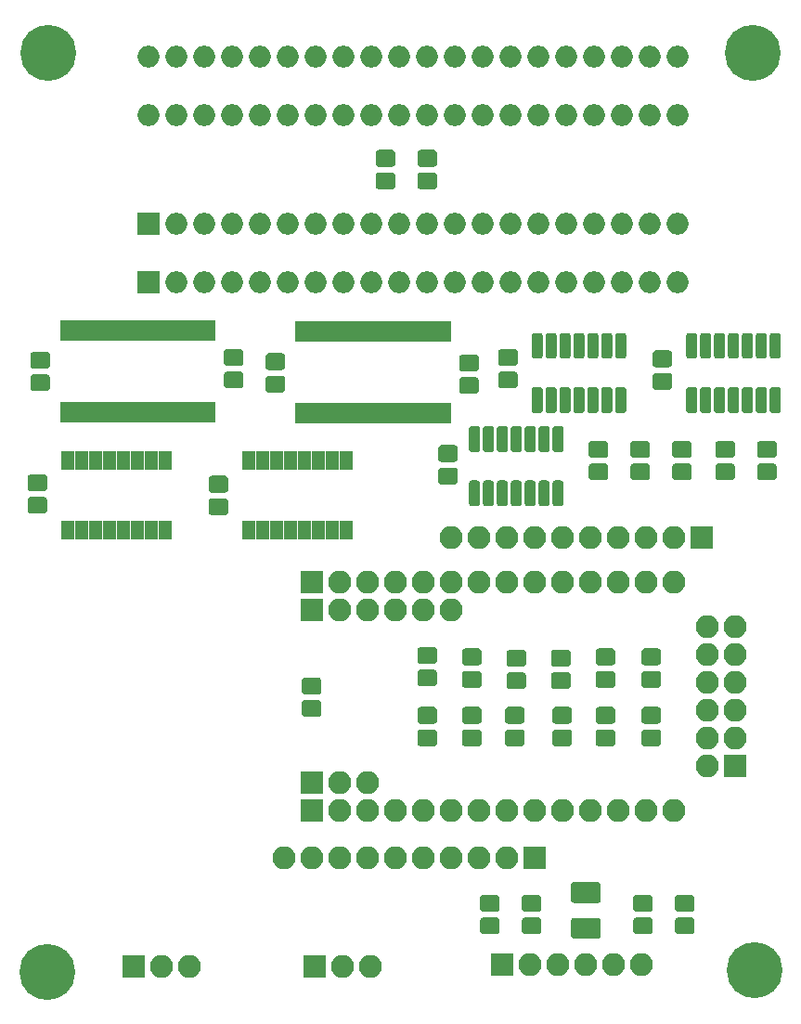
<source format=gts>
G04 #@! TF.GenerationSoftware,KiCad,Pcbnew,(5.1.2-1)-1*
G04 #@! TF.CreationDate,2019-09-02T17:54:29+01:00*
G04 #@! TF.ProjectId,tranZPUter,7472616e-5a50-4557-9465-722e6b696361,rev?*
G04 #@! TF.SameCoordinates,Original*
G04 #@! TF.FileFunction,Soldermask,Top*
G04 #@! TF.FilePolarity,Negative*
%FSLAX46Y46*%
G04 Gerber Fmt 4.6, Leading zero omitted, Abs format (unit mm)*
G04 Created by KiCad (PCBNEW (5.1.2-1)-1) date 2019-09-02 17:54:29*
%MOMM*%
%LPD*%
G04 APERTURE LIST*
%ADD10C,0.100000*%
%ADD11C,1.900000*%
%ADD12C,1.000000*%
%ADD13C,1.550000*%
%ADD14O,2.000000X2.000000*%
%ADD15R,2.000000X2.000000*%
%ADD16R,0.680000X1.920000*%
%ADD17C,5.100000*%
%ADD18R,1.200000X1.700000*%
%ADD19O,2.100000X2.100000*%
%ADD20R,2.100000X2.100000*%
G04 APERTURE END LIST*
D10*
G36*
X110318372Y-132393525D02*
G01*
X110349112Y-132398085D01*
X110379257Y-132405636D01*
X110408516Y-132416105D01*
X110436609Y-132429392D01*
X110463264Y-132445368D01*
X110488224Y-132463880D01*
X110511250Y-132484750D01*
X110532120Y-132507776D01*
X110550632Y-132532736D01*
X110566608Y-132559391D01*
X110579895Y-132587484D01*
X110590364Y-132616743D01*
X110597915Y-132646888D01*
X110602475Y-132677628D01*
X110604000Y-132708667D01*
X110604000Y-133975333D01*
X110602475Y-134006372D01*
X110597915Y-134037112D01*
X110590364Y-134067257D01*
X110579895Y-134096516D01*
X110566608Y-134124609D01*
X110550632Y-134151264D01*
X110532120Y-134176224D01*
X110511250Y-134199250D01*
X110488224Y-134220120D01*
X110463264Y-134238632D01*
X110436609Y-134254608D01*
X110408516Y-134267895D01*
X110379257Y-134278364D01*
X110349112Y-134285915D01*
X110318372Y-134290475D01*
X110287333Y-134292000D01*
X108170667Y-134292000D01*
X108139628Y-134290475D01*
X108108888Y-134285915D01*
X108078743Y-134278364D01*
X108049484Y-134267895D01*
X108021391Y-134254608D01*
X107994736Y-134238632D01*
X107969776Y-134220120D01*
X107946750Y-134199250D01*
X107925880Y-134176224D01*
X107907368Y-134151264D01*
X107891392Y-134124609D01*
X107878105Y-134096516D01*
X107867636Y-134067257D01*
X107860085Y-134037112D01*
X107855525Y-134006372D01*
X107854000Y-133975333D01*
X107854000Y-132708667D01*
X107855525Y-132677628D01*
X107860085Y-132646888D01*
X107867636Y-132616743D01*
X107878105Y-132587484D01*
X107891392Y-132559391D01*
X107907368Y-132532736D01*
X107925880Y-132507776D01*
X107946750Y-132484750D01*
X107969776Y-132463880D01*
X107994736Y-132445368D01*
X108021391Y-132429392D01*
X108049484Y-132416105D01*
X108078743Y-132405636D01*
X108108888Y-132398085D01*
X108139628Y-132393525D01*
X108170667Y-132392000D01*
X110287333Y-132392000D01*
X110318372Y-132393525D01*
X110318372Y-132393525D01*
G37*
D11*
X109229000Y-133342000D03*
D10*
G36*
X110318372Y-135643525D02*
G01*
X110349112Y-135648085D01*
X110379257Y-135655636D01*
X110408516Y-135666105D01*
X110436609Y-135679392D01*
X110463264Y-135695368D01*
X110488224Y-135713880D01*
X110511250Y-135734750D01*
X110532120Y-135757776D01*
X110550632Y-135782736D01*
X110566608Y-135809391D01*
X110579895Y-135837484D01*
X110590364Y-135866743D01*
X110597915Y-135896888D01*
X110602475Y-135927628D01*
X110604000Y-135958667D01*
X110604000Y-137225333D01*
X110602475Y-137256372D01*
X110597915Y-137287112D01*
X110590364Y-137317257D01*
X110579895Y-137346516D01*
X110566608Y-137374609D01*
X110550632Y-137401264D01*
X110532120Y-137426224D01*
X110511250Y-137449250D01*
X110488224Y-137470120D01*
X110463264Y-137488632D01*
X110436609Y-137504608D01*
X110408516Y-137517895D01*
X110379257Y-137528364D01*
X110349112Y-137535915D01*
X110318372Y-137540475D01*
X110287333Y-137542000D01*
X108170667Y-137542000D01*
X108139628Y-137540475D01*
X108108888Y-137535915D01*
X108078743Y-137528364D01*
X108049484Y-137517895D01*
X108021391Y-137504608D01*
X107994736Y-137488632D01*
X107969776Y-137470120D01*
X107946750Y-137449250D01*
X107925880Y-137426224D01*
X107907368Y-137401264D01*
X107891392Y-137374609D01*
X107878105Y-137346516D01*
X107867636Y-137317257D01*
X107860085Y-137287112D01*
X107855525Y-137256372D01*
X107854000Y-137225333D01*
X107854000Y-135958667D01*
X107855525Y-135927628D01*
X107860085Y-135896888D01*
X107867636Y-135866743D01*
X107878105Y-135837484D01*
X107891392Y-135809391D01*
X107907368Y-135782736D01*
X107925880Y-135757776D01*
X107946750Y-135734750D01*
X107969776Y-135713880D01*
X107994736Y-135695368D01*
X108021391Y-135679392D01*
X108049484Y-135666105D01*
X108078743Y-135655636D01*
X108108888Y-135648085D01*
X108139628Y-135643525D01*
X108170667Y-135642000D01*
X110287333Y-135642000D01*
X110318372Y-135643525D01*
X110318372Y-135643525D01*
G37*
D11*
X109229000Y-136592000D03*
D10*
G36*
X105058504Y-82296204D02*
G01*
X105082773Y-82299804D01*
X105106571Y-82305765D01*
X105129671Y-82314030D01*
X105151849Y-82324520D01*
X105172893Y-82337133D01*
X105192598Y-82351747D01*
X105210777Y-82368223D01*
X105227253Y-82386402D01*
X105241867Y-82406107D01*
X105254480Y-82427151D01*
X105264970Y-82449329D01*
X105273235Y-82472429D01*
X105279196Y-82496227D01*
X105282796Y-82520496D01*
X105284000Y-82545000D01*
X105284000Y-84395000D01*
X105282796Y-84419504D01*
X105279196Y-84443773D01*
X105273235Y-84467571D01*
X105264970Y-84490671D01*
X105254480Y-84512849D01*
X105241867Y-84533893D01*
X105227253Y-84553598D01*
X105210777Y-84571777D01*
X105192598Y-84588253D01*
X105172893Y-84602867D01*
X105151849Y-84615480D01*
X105129671Y-84625970D01*
X105106571Y-84634235D01*
X105082773Y-84640196D01*
X105058504Y-84643796D01*
X105034000Y-84645000D01*
X104534000Y-84645000D01*
X104509496Y-84643796D01*
X104485227Y-84640196D01*
X104461429Y-84634235D01*
X104438329Y-84625970D01*
X104416151Y-84615480D01*
X104395107Y-84602867D01*
X104375402Y-84588253D01*
X104357223Y-84571777D01*
X104340747Y-84553598D01*
X104326133Y-84533893D01*
X104313520Y-84512849D01*
X104303030Y-84490671D01*
X104294765Y-84467571D01*
X104288804Y-84443773D01*
X104285204Y-84419504D01*
X104284000Y-84395000D01*
X104284000Y-82545000D01*
X104285204Y-82520496D01*
X104288804Y-82496227D01*
X104294765Y-82472429D01*
X104303030Y-82449329D01*
X104313520Y-82427151D01*
X104326133Y-82406107D01*
X104340747Y-82386402D01*
X104357223Y-82368223D01*
X104375402Y-82351747D01*
X104395107Y-82337133D01*
X104416151Y-82324520D01*
X104438329Y-82314030D01*
X104461429Y-82305765D01*
X104485227Y-82299804D01*
X104509496Y-82296204D01*
X104534000Y-82295000D01*
X105034000Y-82295000D01*
X105058504Y-82296204D01*
X105058504Y-82296204D01*
G37*
D12*
X104784000Y-83470000D03*
D10*
G36*
X106328504Y-82296204D02*
G01*
X106352773Y-82299804D01*
X106376571Y-82305765D01*
X106399671Y-82314030D01*
X106421849Y-82324520D01*
X106442893Y-82337133D01*
X106462598Y-82351747D01*
X106480777Y-82368223D01*
X106497253Y-82386402D01*
X106511867Y-82406107D01*
X106524480Y-82427151D01*
X106534970Y-82449329D01*
X106543235Y-82472429D01*
X106549196Y-82496227D01*
X106552796Y-82520496D01*
X106554000Y-82545000D01*
X106554000Y-84395000D01*
X106552796Y-84419504D01*
X106549196Y-84443773D01*
X106543235Y-84467571D01*
X106534970Y-84490671D01*
X106524480Y-84512849D01*
X106511867Y-84533893D01*
X106497253Y-84553598D01*
X106480777Y-84571777D01*
X106462598Y-84588253D01*
X106442893Y-84602867D01*
X106421849Y-84615480D01*
X106399671Y-84625970D01*
X106376571Y-84634235D01*
X106352773Y-84640196D01*
X106328504Y-84643796D01*
X106304000Y-84645000D01*
X105804000Y-84645000D01*
X105779496Y-84643796D01*
X105755227Y-84640196D01*
X105731429Y-84634235D01*
X105708329Y-84625970D01*
X105686151Y-84615480D01*
X105665107Y-84602867D01*
X105645402Y-84588253D01*
X105627223Y-84571777D01*
X105610747Y-84553598D01*
X105596133Y-84533893D01*
X105583520Y-84512849D01*
X105573030Y-84490671D01*
X105564765Y-84467571D01*
X105558804Y-84443773D01*
X105555204Y-84419504D01*
X105554000Y-84395000D01*
X105554000Y-82545000D01*
X105555204Y-82520496D01*
X105558804Y-82496227D01*
X105564765Y-82472429D01*
X105573030Y-82449329D01*
X105583520Y-82427151D01*
X105596133Y-82406107D01*
X105610747Y-82386402D01*
X105627223Y-82368223D01*
X105645402Y-82351747D01*
X105665107Y-82337133D01*
X105686151Y-82324520D01*
X105708329Y-82314030D01*
X105731429Y-82305765D01*
X105755227Y-82299804D01*
X105779496Y-82296204D01*
X105804000Y-82295000D01*
X106304000Y-82295000D01*
X106328504Y-82296204D01*
X106328504Y-82296204D01*
G37*
D12*
X106054000Y-83470000D03*
D10*
G36*
X107598504Y-82296204D02*
G01*
X107622773Y-82299804D01*
X107646571Y-82305765D01*
X107669671Y-82314030D01*
X107691849Y-82324520D01*
X107712893Y-82337133D01*
X107732598Y-82351747D01*
X107750777Y-82368223D01*
X107767253Y-82386402D01*
X107781867Y-82406107D01*
X107794480Y-82427151D01*
X107804970Y-82449329D01*
X107813235Y-82472429D01*
X107819196Y-82496227D01*
X107822796Y-82520496D01*
X107824000Y-82545000D01*
X107824000Y-84395000D01*
X107822796Y-84419504D01*
X107819196Y-84443773D01*
X107813235Y-84467571D01*
X107804970Y-84490671D01*
X107794480Y-84512849D01*
X107781867Y-84533893D01*
X107767253Y-84553598D01*
X107750777Y-84571777D01*
X107732598Y-84588253D01*
X107712893Y-84602867D01*
X107691849Y-84615480D01*
X107669671Y-84625970D01*
X107646571Y-84634235D01*
X107622773Y-84640196D01*
X107598504Y-84643796D01*
X107574000Y-84645000D01*
X107074000Y-84645000D01*
X107049496Y-84643796D01*
X107025227Y-84640196D01*
X107001429Y-84634235D01*
X106978329Y-84625970D01*
X106956151Y-84615480D01*
X106935107Y-84602867D01*
X106915402Y-84588253D01*
X106897223Y-84571777D01*
X106880747Y-84553598D01*
X106866133Y-84533893D01*
X106853520Y-84512849D01*
X106843030Y-84490671D01*
X106834765Y-84467571D01*
X106828804Y-84443773D01*
X106825204Y-84419504D01*
X106824000Y-84395000D01*
X106824000Y-82545000D01*
X106825204Y-82520496D01*
X106828804Y-82496227D01*
X106834765Y-82472429D01*
X106843030Y-82449329D01*
X106853520Y-82427151D01*
X106866133Y-82406107D01*
X106880747Y-82386402D01*
X106897223Y-82368223D01*
X106915402Y-82351747D01*
X106935107Y-82337133D01*
X106956151Y-82324520D01*
X106978329Y-82314030D01*
X107001429Y-82305765D01*
X107025227Y-82299804D01*
X107049496Y-82296204D01*
X107074000Y-82295000D01*
X107574000Y-82295000D01*
X107598504Y-82296204D01*
X107598504Y-82296204D01*
G37*
D12*
X107324000Y-83470000D03*
D10*
G36*
X108868504Y-82296204D02*
G01*
X108892773Y-82299804D01*
X108916571Y-82305765D01*
X108939671Y-82314030D01*
X108961849Y-82324520D01*
X108982893Y-82337133D01*
X109002598Y-82351747D01*
X109020777Y-82368223D01*
X109037253Y-82386402D01*
X109051867Y-82406107D01*
X109064480Y-82427151D01*
X109074970Y-82449329D01*
X109083235Y-82472429D01*
X109089196Y-82496227D01*
X109092796Y-82520496D01*
X109094000Y-82545000D01*
X109094000Y-84395000D01*
X109092796Y-84419504D01*
X109089196Y-84443773D01*
X109083235Y-84467571D01*
X109074970Y-84490671D01*
X109064480Y-84512849D01*
X109051867Y-84533893D01*
X109037253Y-84553598D01*
X109020777Y-84571777D01*
X109002598Y-84588253D01*
X108982893Y-84602867D01*
X108961849Y-84615480D01*
X108939671Y-84625970D01*
X108916571Y-84634235D01*
X108892773Y-84640196D01*
X108868504Y-84643796D01*
X108844000Y-84645000D01*
X108344000Y-84645000D01*
X108319496Y-84643796D01*
X108295227Y-84640196D01*
X108271429Y-84634235D01*
X108248329Y-84625970D01*
X108226151Y-84615480D01*
X108205107Y-84602867D01*
X108185402Y-84588253D01*
X108167223Y-84571777D01*
X108150747Y-84553598D01*
X108136133Y-84533893D01*
X108123520Y-84512849D01*
X108113030Y-84490671D01*
X108104765Y-84467571D01*
X108098804Y-84443773D01*
X108095204Y-84419504D01*
X108094000Y-84395000D01*
X108094000Y-82545000D01*
X108095204Y-82520496D01*
X108098804Y-82496227D01*
X108104765Y-82472429D01*
X108113030Y-82449329D01*
X108123520Y-82427151D01*
X108136133Y-82406107D01*
X108150747Y-82386402D01*
X108167223Y-82368223D01*
X108185402Y-82351747D01*
X108205107Y-82337133D01*
X108226151Y-82324520D01*
X108248329Y-82314030D01*
X108271429Y-82305765D01*
X108295227Y-82299804D01*
X108319496Y-82296204D01*
X108344000Y-82295000D01*
X108844000Y-82295000D01*
X108868504Y-82296204D01*
X108868504Y-82296204D01*
G37*
D12*
X108594000Y-83470000D03*
D10*
G36*
X110138504Y-82296204D02*
G01*
X110162773Y-82299804D01*
X110186571Y-82305765D01*
X110209671Y-82314030D01*
X110231849Y-82324520D01*
X110252893Y-82337133D01*
X110272598Y-82351747D01*
X110290777Y-82368223D01*
X110307253Y-82386402D01*
X110321867Y-82406107D01*
X110334480Y-82427151D01*
X110344970Y-82449329D01*
X110353235Y-82472429D01*
X110359196Y-82496227D01*
X110362796Y-82520496D01*
X110364000Y-82545000D01*
X110364000Y-84395000D01*
X110362796Y-84419504D01*
X110359196Y-84443773D01*
X110353235Y-84467571D01*
X110344970Y-84490671D01*
X110334480Y-84512849D01*
X110321867Y-84533893D01*
X110307253Y-84553598D01*
X110290777Y-84571777D01*
X110272598Y-84588253D01*
X110252893Y-84602867D01*
X110231849Y-84615480D01*
X110209671Y-84625970D01*
X110186571Y-84634235D01*
X110162773Y-84640196D01*
X110138504Y-84643796D01*
X110114000Y-84645000D01*
X109614000Y-84645000D01*
X109589496Y-84643796D01*
X109565227Y-84640196D01*
X109541429Y-84634235D01*
X109518329Y-84625970D01*
X109496151Y-84615480D01*
X109475107Y-84602867D01*
X109455402Y-84588253D01*
X109437223Y-84571777D01*
X109420747Y-84553598D01*
X109406133Y-84533893D01*
X109393520Y-84512849D01*
X109383030Y-84490671D01*
X109374765Y-84467571D01*
X109368804Y-84443773D01*
X109365204Y-84419504D01*
X109364000Y-84395000D01*
X109364000Y-82545000D01*
X109365204Y-82520496D01*
X109368804Y-82496227D01*
X109374765Y-82472429D01*
X109383030Y-82449329D01*
X109393520Y-82427151D01*
X109406133Y-82406107D01*
X109420747Y-82386402D01*
X109437223Y-82368223D01*
X109455402Y-82351747D01*
X109475107Y-82337133D01*
X109496151Y-82324520D01*
X109518329Y-82314030D01*
X109541429Y-82305765D01*
X109565227Y-82299804D01*
X109589496Y-82296204D01*
X109614000Y-82295000D01*
X110114000Y-82295000D01*
X110138504Y-82296204D01*
X110138504Y-82296204D01*
G37*
D12*
X109864000Y-83470000D03*
D10*
G36*
X111408504Y-82296204D02*
G01*
X111432773Y-82299804D01*
X111456571Y-82305765D01*
X111479671Y-82314030D01*
X111501849Y-82324520D01*
X111522893Y-82337133D01*
X111542598Y-82351747D01*
X111560777Y-82368223D01*
X111577253Y-82386402D01*
X111591867Y-82406107D01*
X111604480Y-82427151D01*
X111614970Y-82449329D01*
X111623235Y-82472429D01*
X111629196Y-82496227D01*
X111632796Y-82520496D01*
X111634000Y-82545000D01*
X111634000Y-84395000D01*
X111632796Y-84419504D01*
X111629196Y-84443773D01*
X111623235Y-84467571D01*
X111614970Y-84490671D01*
X111604480Y-84512849D01*
X111591867Y-84533893D01*
X111577253Y-84553598D01*
X111560777Y-84571777D01*
X111542598Y-84588253D01*
X111522893Y-84602867D01*
X111501849Y-84615480D01*
X111479671Y-84625970D01*
X111456571Y-84634235D01*
X111432773Y-84640196D01*
X111408504Y-84643796D01*
X111384000Y-84645000D01*
X110884000Y-84645000D01*
X110859496Y-84643796D01*
X110835227Y-84640196D01*
X110811429Y-84634235D01*
X110788329Y-84625970D01*
X110766151Y-84615480D01*
X110745107Y-84602867D01*
X110725402Y-84588253D01*
X110707223Y-84571777D01*
X110690747Y-84553598D01*
X110676133Y-84533893D01*
X110663520Y-84512849D01*
X110653030Y-84490671D01*
X110644765Y-84467571D01*
X110638804Y-84443773D01*
X110635204Y-84419504D01*
X110634000Y-84395000D01*
X110634000Y-82545000D01*
X110635204Y-82520496D01*
X110638804Y-82496227D01*
X110644765Y-82472429D01*
X110653030Y-82449329D01*
X110663520Y-82427151D01*
X110676133Y-82406107D01*
X110690747Y-82386402D01*
X110707223Y-82368223D01*
X110725402Y-82351747D01*
X110745107Y-82337133D01*
X110766151Y-82324520D01*
X110788329Y-82314030D01*
X110811429Y-82305765D01*
X110835227Y-82299804D01*
X110859496Y-82296204D01*
X110884000Y-82295000D01*
X111384000Y-82295000D01*
X111408504Y-82296204D01*
X111408504Y-82296204D01*
G37*
D12*
X111134000Y-83470000D03*
D10*
G36*
X112678504Y-82296204D02*
G01*
X112702773Y-82299804D01*
X112726571Y-82305765D01*
X112749671Y-82314030D01*
X112771849Y-82324520D01*
X112792893Y-82337133D01*
X112812598Y-82351747D01*
X112830777Y-82368223D01*
X112847253Y-82386402D01*
X112861867Y-82406107D01*
X112874480Y-82427151D01*
X112884970Y-82449329D01*
X112893235Y-82472429D01*
X112899196Y-82496227D01*
X112902796Y-82520496D01*
X112904000Y-82545000D01*
X112904000Y-84395000D01*
X112902796Y-84419504D01*
X112899196Y-84443773D01*
X112893235Y-84467571D01*
X112884970Y-84490671D01*
X112874480Y-84512849D01*
X112861867Y-84533893D01*
X112847253Y-84553598D01*
X112830777Y-84571777D01*
X112812598Y-84588253D01*
X112792893Y-84602867D01*
X112771849Y-84615480D01*
X112749671Y-84625970D01*
X112726571Y-84634235D01*
X112702773Y-84640196D01*
X112678504Y-84643796D01*
X112654000Y-84645000D01*
X112154000Y-84645000D01*
X112129496Y-84643796D01*
X112105227Y-84640196D01*
X112081429Y-84634235D01*
X112058329Y-84625970D01*
X112036151Y-84615480D01*
X112015107Y-84602867D01*
X111995402Y-84588253D01*
X111977223Y-84571777D01*
X111960747Y-84553598D01*
X111946133Y-84533893D01*
X111933520Y-84512849D01*
X111923030Y-84490671D01*
X111914765Y-84467571D01*
X111908804Y-84443773D01*
X111905204Y-84419504D01*
X111904000Y-84395000D01*
X111904000Y-82545000D01*
X111905204Y-82520496D01*
X111908804Y-82496227D01*
X111914765Y-82472429D01*
X111923030Y-82449329D01*
X111933520Y-82427151D01*
X111946133Y-82406107D01*
X111960747Y-82386402D01*
X111977223Y-82368223D01*
X111995402Y-82351747D01*
X112015107Y-82337133D01*
X112036151Y-82324520D01*
X112058329Y-82314030D01*
X112081429Y-82305765D01*
X112105227Y-82299804D01*
X112129496Y-82296204D01*
X112154000Y-82295000D01*
X112654000Y-82295000D01*
X112678504Y-82296204D01*
X112678504Y-82296204D01*
G37*
D12*
X112404000Y-83470000D03*
D10*
G36*
X112678504Y-87246204D02*
G01*
X112702773Y-87249804D01*
X112726571Y-87255765D01*
X112749671Y-87264030D01*
X112771849Y-87274520D01*
X112792893Y-87287133D01*
X112812598Y-87301747D01*
X112830777Y-87318223D01*
X112847253Y-87336402D01*
X112861867Y-87356107D01*
X112874480Y-87377151D01*
X112884970Y-87399329D01*
X112893235Y-87422429D01*
X112899196Y-87446227D01*
X112902796Y-87470496D01*
X112904000Y-87495000D01*
X112904000Y-89345000D01*
X112902796Y-89369504D01*
X112899196Y-89393773D01*
X112893235Y-89417571D01*
X112884970Y-89440671D01*
X112874480Y-89462849D01*
X112861867Y-89483893D01*
X112847253Y-89503598D01*
X112830777Y-89521777D01*
X112812598Y-89538253D01*
X112792893Y-89552867D01*
X112771849Y-89565480D01*
X112749671Y-89575970D01*
X112726571Y-89584235D01*
X112702773Y-89590196D01*
X112678504Y-89593796D01*
X112654000Y-89595000D01*
X112154000Y-89595000D01*
X112129496Y-89593796D01*
X112105227Y-89590196D01*
X112081429Y-89584235D01*
X112058329Y-89575970D01*
X112036151Y-89565480D01*
X112015107Y-89552867D01*
X111995402Y-89538253D01*
X111977223Y-89521777D01*
X111960747Y-89503598D01*
X111946133Y-89483893D01*
X111933520Y-89462849D01*
X111923030Y-89440671D01*
X111914765Y-89417571D01*
X111908804Y-89393773D01*
X111905204Y-89369504D01*
X111904000Y-89345000D01*
X111904000Y-87495000D01*
X111905204Y-87470496D01*
X111908804Y-87446227D01*
X111914765Y-87422429D01*
X111923030Y-87399329D01*
X111933520Y-87377151D01*
X111946133Y-87356107D01*
X111960747Y-87336402D01*
X111977223Y-87318223D01*
X111995402Y-87301747D01*
X112015107Y-87287133D01*
X112036151Y-87274520D01*
X112058329Y-87264030D01*
X112081429Y-87255765D01*
X112105227Y-87249804D01*
X112129496Y-87246204D01*
X112154000Y-87245000D01*
X112654000Y-87245000D01*
X112678504Y-87246204D01*
X112678504Y-87246204D01*
G37*
D12*
X112404000Y-88420000D03*
D10*
G36*
X111408504Y-87246204D02*
G01*
X111432773Y-87249804D01*
X111456571Y-87255765D01*
X111479671Y-87264030D01*
X111501849Y-87274520D01*
X111522893Y-87287133D01*
X111542598Y-87301747D01*
X111560777Y-87318223D01*
X111577253Y-87336402D01*
X111591867Y-87356107D01*
X111604480Y-87377151D01*
X111614970Y-87399329D01*
X111623235Y-87422429D01*
X111629196Y-87446227D01*
X111632796Y-87470496D01*
X111634000Y-87495000D01*
X111634000Y-89345000D01*
X111632796Y-89369504D01*
X111629196Y-89393773D01*
X111623235Y-89417571D01*
X111614970Y-89440671D01*
X111604480Y-89462849D01*
X111591867Y-89483893D01*
X111577253Y-89503598D01*
X111560777Y-89521777D01*
X111542598Y-89538253D01*
X111522893Y-89552867D01*
X111501849Y-89565480D01*
X111479671Y-89575970D01*
X111456571Y-89584235D01*
X111432773Y-89590196D01*
X111408504Y-89593796D01*
X111384000Y-89595000D01*
X110884000Y-89595000D01*
X110859496Y-89593796D01*
X110835227Y-89590196D01*
X110811429Y-89584235D01*
X110788329Y-89575970D01*
X110766151Y-89565480D01*
X110745107Y-89552867D01*
X110725402Y-89538253D01*
X110707223Y-89521777D01*
X110690747Y-89503598D01*
X110676133Y-89483893D01*
X110663520Y-89462849D01*
X110653030Y-89440671D01*
X110644765Y-89417571D01*
X110638804Y-89393773D01*
X110635204Y-89369504D01*
X110634000Y-89345000D01*
X110634000Y-87495000D01*
X110635204Y-87470496D01*
X110638804Y-87446227D01*
X110644765Y-87422429D01*
X110653030Y-87399329D01*
X110663520Y-87377151D01*
X110676133Y-87356107D01*
X110690747Y-87336402D01*
X110707223Y-87318223D01*
X110725402Y-87301747D01*
X110745107Y-87287133D01*
X110766151Y-87274520D01*
X110788329Y-87264030D01*
X110811429Y-87255765D01*
X110835227Y-87249804D01*
X110859496Y-87246204D01*
X110884000Y-87245000D01*
X111384000Y-87245000D01*
X111408504Y-87246204D01*
X111408504Y-87246204D01*
G37*
D12*
X111134000Y-88420000D03*
D10*
G36*
X110138504Y-87246204D02*
G01*
X110162773Y-87249804D01*
X110186571Y-87255765D01*
X110209671Y-87264030D01*
X110231849Y-87274520D01*
X110252893Y-87287133D01*
X110272598Y-87301747D01*
X110290777Y-87318223D01*
X110307253Y-87336402D01*
X110321867Y-87356107D01*
X110334480Y-87377151D01*
X110344970Y-87399329D01*
X110353235Y-87422429D01*
X110359196Y-87446227D01*
X110362796Y-87470496D01*
X110364000Y-87495000D01*
X110364000Y-89345000D01*
X110362796Y-89369504D01*
X110359196Y-89393773D01*
X110353235Y-89417571D01*
X110344970Y-89440671D01*
X110334480Y-89462849D01*
X110321867Y-89483893D01*
X110307253Y-89503598D01*
X110290777Y-89521777D01*
X110272598Y-89538253D01*
X110252893Y-89552867D01*
X110231849Y-89565480D01*
X110209671Y-89575970D01*
X110186571Y-89584235D01*
X110162773Y-89590196D01*
X110138504Y-89593796D01*
X110114000Y-89595000D01*
X109614000Y-89595000D01*
X109589496Y-89593796D01*
X109565227Y-89590196D01*
X109541429Y-89584235D01*
X109518329Y-89575970D01*
X109496151Y-89565480D01*
X109475107Y-89552867D01*
X109455402Y-89538253D01*
X109437223Y-89521777D01*
X109420747Y-89503598D01*
X109406133Y-89483893D01*
X109393520Y-89462849D01*
X109383030Y-89440671D01*
X109374765Y-89417571D01*
X109368804Y-89393773D01*
X109365204Y-89369504D01*
X109364000Y-89345000D01*
X109364000Y-87495000D01*
X109365204Y-87470496D01*
X109368804Y-87446227D01*
X109374765Y-87422429D01*
X109383030Y-87399329D01*
X109393520Y-87377151D01*
X109406133Y-87356107D01*
X109420747Y-87336402D01*
X109437223Y-87318223D01*
X109455402Y-87301747D01*
X109475107Y-87287133D01*
X109496151Y-87274520D01*
X109518329Y-87264030D01*
X109541429Y-87255765D01*
X109565227Y-87249804D01*
X109589496Y-87246204D01*
X109614000Y-87245000D01*
X110114000Y-87245000D01*
X110138504Y-87246204D01*
X110138504Y-87246204D01*
G37*
D12*
X109864000Y-88420000D03*
D10*
G36*
X108868504Y-87246204D02*
G01*
X108892773Y-87249804D01*
X108916571Y-87255765D01*
X108939671Y-87264030D01*
X108961849Y-87274520D01*
X108982893Y-87287133D01*
X109002598Y-87301747D01*
X109020777Y-87318223D01*
X109037253Y-87336402D01*
X109051867Y-87356107D01*
X109064480Y-87377151D01*
X109074970Y-87399329D01*
X109083235Y-87422429D01*
X109089196Y-87446227D01*
X109092796Y-87470496D01*
X109094000Y-87495000D01*
X109094000Y-89345000D01*
X109092796Y-89369504D01*
X109089196Y-89393773D01*
X109083235Y-89417571D01*
X109074970Y-89440671D01*
X109064480Y-89462849D01*
X109051867Y-89483893D01*
X109037253Y-89503598D01*
X109020777Y-89521777D01*
X109002598Y-89538253D01*
X108982893Y-89552867D01*
X108961849Y-89565480D01*
X108939671Y-89575970D01*
X108916571Y-89584235D01*
X108892773Y-89590196D01*
X108868504Y-89593796D01*
X108844000Y-89595000D01*
X108344000Y-89595000D01*
X108319496Y-89593796D01*
X108295227Y-89590196D01*
X108271429Y-89584235D01*
X108248329Y-89575970D01*
X108226151Y-89565480D01*
X108205107Y-89552867D01*
X108185402Y-89538253D01*
X108167223Y-89521777D01*
X108150747Y-89503598D01*
X108136133Y-89483893D01*
X108123520Y-89462849D01*
X108113030Y-89440671D01*
X108104765Y-89417571D01*
X108098804Y-89393773D01*
X108095204Y-89369504D01*
X108094000Y-89345000D01*
X108094000Y-87495000D01*
X108095204Y-87470496D01*
X108098804Y-87446227D01*
X108104765Y-87422429D01*
X108113030Y-87399329D01*
X108123520Y-87377151D01*
X108136133Y-87356107D01*
X108150747Y-87336402D01*
X108167223Y-87318223D01*
X108185402Y-87301747D01*
X108205107Y-87287133D01*
X108226151Y-87274520D01*
X108248329Y-87264030D01*
X108271429Y-87255765D01*
X108295227Y-87249804D01*
X108319496Y-87246204D01*
X108344000Y-87245000D01*
X108844000Y-87245000D01*
X108868504Y-87246204D01*
X108868504Y-87246204D01*
G37*
D12*
X108594000Y-88420000D03*
D10*
G36*
X107598504Y-87246204D02*
G01*
X107622773Y-87249804D01*
X107646571Y-87255765D01*
X107669671Y-87264030D01*
X107691849Y-87274520D01*
X107712893Y-87287133D01*
X107732598Y-87301747D01*
X107750777Y-87318223D01*
X107767253Y-87336402D01*
X107781867Y-87356107D01*
X107794480Y-87377151D01*
X107804970Y-87399329D01*
X107813235Y-87422429D01*
X107819196Y-87446227D01*
X107822796Y-87470496D01*
X107824000Y-87495000D01*
X107824000Y-89345000D01*
X107822796Y-89369504D01*
X107819196Y-89393773D01*
X107813235Y-89417571D01*
X107804970Y-89440671D01*
X107794480Y-89462849D01*
X107781867Y-89483893D01*
X107767253Y-89503598D01*
X107750777Y-89521777D01*
X107732598Y-89538253D01*
X107712893Y-89552867D01*
X107691849Y-89565480D01*
X107669671Y-89575970D01*
X107646571Y-89584235D01*
X107622773Y-89590196D01*
X107598504Y-89593796D01*
X107574000Y-89595000D01*
X107074000Y-89595000D01*
X107049496Y-89593796D01*
X107025227Y-89590196D01*
X107001429Y-89584235D01*
X106978329Y-89575970D01*
X106956151Y-89565480D01*
X106935107Y-89552867D01*
X106915402Y-89538253D01*
X106897223Y-89521777D01*
X106880747Y-89503598D01*
X106866133Y-89483893D01*
X106853520Y-89462849D01*
X106843030Y-89440671D01*
X106834765Y-89417571D01*
X106828804Y-89393773D01*
X106825204Y-89369504D01*
X106824000Y-89345000D01*
X106824000Y-87495000D01*
X106825204Y-87470496D01*
X106828804Y-87446227D01*
X106834765Y-87422429D01*
X106843030Y-87399329D01*
X106853520Y-87377151D01*
X106866133Y-87356107D01*
X106880747Y-87336402D01*
X106897223Y-87318223D01*
X106915402Y-87301747D01*
X106935107Y-87287133D01*
X106956151Y-87274520D01*
X106978329Y-87264030D01*
X107001429Y-87255765D01*
X107025227Y-87249804D01*
X107049496Y-87246204D01*
X107074000Y-87245000D01*
X107574000Y-87245000D01*
X107598504Y-87246204D01*
X107598504Y-87246204D01*
G37*
D12*
X107324000Y-88420000D03*
D10*
G36*
X106328504Y-87246204D02*
G01*
X106352773Y-87249804D01*
X106376571Y-87255765D01*
X106399671Y-87264030D01*
X106421849Y-87274520D01*
X106442893Y-87287133D01*
X106462598Y-87301747D01*
X106480777Y-87318223D01*
X106497253Y-87336402D01*
X106511867Y-87356107D01*
X106524480Y-87377151D01*
X106534970Y-87399329D01*
X106543235Y-87422429D01*
X106549196Y-87446227D01*
X106552796Y-87470496D01*
X106554000Y-87495000D01*
X106554000Y-89345000D01*
X106552796Y-89369504D01*
X106549196Y-89393773D01*
X106543235Y-89417571D01*
X106534970Y-89440671D01*
X106524480Y-89462849D01*
X106511867Y-89483893D01*
X106497253Y-89503598D01*
X106480777Y-89521777D01*
X106462598Y-89538253D01*
X106442893Y-89552867D01*
X106421849Y-89565480D01*
X106399671Y-89575970D01*
X106376571Y-89584235D01*
X106352773Y-89590196D01*
X106328504Y-89593796D01*
X106304000Y-89595000D01*
X105804000Y-89595000D01*
X105779496Y-89593796D01*
X105755227Y-89590196D01*
X105731429Y-89584235D01*
X105708329Y-89575970D01*
X105686151Y-89565480D01*
X105665107Y-89552867D01*
X105645402Y-89538253D01*
X105627223Y-89521777D01*
X105610747Y-89503598D01*
X105596133Y-89483893D01*
X105583520Y-89462849D01*
X105573030Y-89440671D01*
X105564765Y-89417571D01*
X105558804Y-89393773D01*
X105555204Y-89369504D01*
X105554000Y-89345000D01*
X105554000Y-87495000D01*
X105555204Y-87470496D01*
X105558804Y-87446227D01*
X105564765Y-87422429D01*
X105573030Y-87399329D01*
X105583520Y-87377151D01*
X105596133Y-87356107D01*
X105610747Y-87336402D01*
X105627223Y-87318223D01*
X105645402Y-87301747D01*
X105665107Y-87287133D01*
X105686151Y-87274520D01*
X105708329Y-87264030D01*
X105731429Y-87255765D01*
X105755227Y-87249804D01*
X105779496Y-87246204D01*
X105804000Y-87245000D01*
X106304000Y-87245000D01*
X106328504Y-87246204D01*
X106328504Y-87246204D01*
G37*
D12*
X106054000Y-88420000D03*
D10*
G36*
X105058504Y-87246204D02*
G01*
X105082773Y-87249804D01*
X105106571Y-87255765D01*
X105129671Y-87264030D01*
X105151849Y-87274520D01*
X105172893Y-87287133D01*
X105192598Y-87301747D01*
X105210777Y-87318223D01*
X105227253Y-87336402D01*
X105241867Y-87356107D01*
X105254480Y-87377151D01*
X105264970Y-87399329D01*
X105273235Y-87422429D01*
X105279196Y-87446227D01*
X105282796Y-87470496D01*
X105284000Y-87495000D01*
X105284000Y-89345000D01*
X105282796Y-89369504D01*
X105279196Y-89393773D01*
X105273235Y-89417571D01*
X105264970Y-89440671D01*
X105254480Y-89462849D01*
X105241867Y-89483893D01*
X105227253Y-89503598D01*
X105210777Y-89521777D01*
X105192598Y-89538253D01*
X105172893Y-89552867D01*
X105151849Y-89565480D01*
X105129671Y-89575970D01*
X105106571Y-89584235D01*
X105082773Y-89590196D01*
X105058504Y-89593796D01*
X105034000Y-89595000D01*
X104534000Y-89595000D01*
X104509496Y-89593796D01*
X104485227Y-89590196D01*
X104461429Y-89584235D01*
X104438329Y-89575970D01*
X104416151Y-89565480D01*
X104395107Y-89552867D01*
X104375402Y-89538253D01*
X104357223Y-89521777D01*
X104340747Y-89503598D01*
X104326133Y-89483893D01*
X104313520Y-89462849D01*
X104303030Y-89440671D01*
X104294765Y-89417571D01*
X104288804Y-89393773D01*
X104285204Y-89369504D01*
X104284000Y-89345000D01*
X104284000Y-87495000D01*
X104285204Y-87470496D01*
X104288804Y-87446227D01*
X104294765Y-87422429D01*
X104303030Y-87399329D01*
X104313520Y-87377151D01*
X104326133Y-87356107D01*
X104340747Y-87336402D01*
X104357223Y-87318223D01*
X104375402Y-87301747D01*
X104395107Y-87287133D01*
X104416151Y-87274520D01*
X104438329Y-87264030D01*
X104461429Y-87255765D01*
X104485227Y-87249804D01*
X104509496Y-87246204D01*
X104534000Y-87245000D01*
X105034000Y-87245000D01*
X105058504Y-87246204D01*
X105058504Y-87246204D01*
G37*
D12*
X104784000Y-88420000D03*
D10*
G36*
X99343504Y-90805204D02*
G01*
X99367773Y-90808804D01*
X99391571Y-90814765D01*
X99414671Y-90823030D01*
X99436849Y-90833520D01*
X99457893Y-90846133D01*
X99477598Y-90860747D01*
X99495777Y-90877223D01*
X99512253Y-90895402D01*
X99526867Y-90915107D01*
X99539480Y-90936151D01*
X99549970Y-90958329D01*
X99558235Y-90981429D01*
X99564196Y-91005227D01*
X99567796Y-91029496D01*
X99569000Y-91054000D01*
X99569000Y-92904000D01*
X99567796Y-92928504D01*
X99564196Y-92952773D01*
X99558235Y-92976571D01*
X99549970Y-92999671D01*
X99539480Y-93021849D01*
X99526867Y-93042893D01*
X99512253Y-93062598D01*
X99495777Y-93080777D01*
X99477598Y-93097253D01*
X99457893Y-93111867D01*
X99436849Y-93124480D01*
X99414671Y-93134970D01*
X99391571Y-93143235D01*
X99367773Y-93149196D01*
X99343504Y-93152796D01*
X99319000Y-93154000D01*
X98819000Y-93154000D01*
X98794496Y-93152796D01*
X98770227Y-93149196D01*
X98746429Y-93143235D01*
X98723329Y-93134970D01*
X98701151Y-93124480D01*
X98680107Y-93111867D01*
X98660402Y-93097253D01*
X98642223Y-93080777D01*
X98625747Y-93062598D01*
X98611133Y-93042893D01*
X98598520Y-93021849D01*
X98588030Y-92999671D01*
X98579765Y-92976571D01*
X98573804Y-92952773D01*
X98570204Y-92928504D01*
X98569000Y-92904000D01*
X98569000Y-91054000D01*
X98570204Y-91029496D01*
X98573804Y-91005227D01*
X98579765Y-90981429D01*
X98588030Y-90958329D01*
X98598520Y-90936151D01*
X98611133Y-90915107D01*
X98625747Y-90895402D01*
X98642223Y-90877223D01*
X98660402Y-90860747D01*
X98680107Y-90846133D01*
X98701151Y-90833520D01*
X98723329Y-90823030D01*
X98746429Y-90814765D01*
X98770227Y-90808804D01*
X98794496Y-90805204D01*
X98819000Y-90804000D01*
X99319000Y-90804000D01*
X99343504Y-90805204D01*
X99343504Y-90805204D01*
G37*
D12*
X99069000Y-91979000D03*
D10*
G36*
X100613504Y-90805204D02*
G01*
X100637773Y-90808804D01*
X100661571Y-90814765D01*
X100684671Y-90823030D01*
X100706849Y-90833520D01*
X100727893Y-90846133D01*
X100747598Y-90860747D01*
X100765777Y-90877223D01*
X100782253Y-90895402D01*
X100796867Y-90915107D01*
X100809480Y-90936151D01*
X100819970Y-90958329D01*
X100828235Y-90981429D01*
X100834196Y-91005227D01*
X100837796Y-91029496D01*
X100839000Y-91054000D01*
X100839000Y-92904000D01*
X100837796Y-92928504D01*
X100834196Y-92952773D01*
X100828235Y-92976571D01*
X100819970Y-92999671D01*
X100809480Y-93021849D01*
X100796867Y-93042893D01*
X100782253Y-93062598D01*
X100765777Y-93080777D01*
X100747598Y-93097253D01*
X100727893Y-93111867D01*
X100706849Y-93124480D01*
X100684671Y-93134970D01*
X100661571Y-93143235D01*
X100637773Y-93149196D01*
X100613504Y-93152796D01*
X100589000Y-93154000D01*
X100089000Y-93154000D01*
X100064496Y-93152796D01*
X100040227Y-93149196D01*
X100016429Y-93143235D01*
X99993329Y-93134970D01*
X99971151Y-93124480D01*
X99950107Y-93111867D01*
X99930402Y-93097253D01*
X99912223Y-93080777D01*
X99895747Y-93062598D01*
X99881133Y-93042893D01*
X99868520Y-93021849D01*
X99858030Y-92999671D01*
X99849765Y-92976571D01*
X99843804Y-92952773D01*
X99840204Y-92928504D01*
X99839000Y-92904000D01*
X99839000Y-91054000D01*
X99840204Y-91029496D01*
X99843804Y-91005227D01*
X99849765Y-90981429D01*
X99858030Y-90958329D01*
X99868520Y-90936151D01*
X99881133Y-90915107D01*
X99895747Y-90895402D01*
X99912223Y-90877223D01*
X99930402Y-90860747D01*
X99950107Y-90846133D01*
X99971151Y-90833520D01*
X99993329Y-90823030D01*
X100016429Y-90814765D01*
X100040227Y-90808804D01*
X100064496Y-90805204D01*
X100089000Y-90804000D01*
X100589000Y-90804000D01*
X100613504Y-90805204D01*
X100613504Y-90805204D01*
G37*
D12*
X100339000Y-91979000D03*
D10*
G36*
X101883504Y-90805204D02*
G01*
X101907773Y-90808804D01*
X101931571Y-90814765D01*
X101954671Y-90823030D01*
X101976849Y-90833520D01*
X101997893Y-90846133D01*
X102017598Y-90860747D01*
X102035777Y-90877223D01*
X102052253Y-90895402D01*
X102066867Y-90915107D01*
X102079480Y-90936151D01*
X102089970Y-90958329D01*
X102098235Y-90981429D01*
X102104196Y-91005227D01*
X102107796Y-91029496D01*
X102109000Y-91054000D01*
X102109000Y-92904000D01*
X102107796Y-92928504D01*
X102104196Y-92952773D01*
X102098235Y-92976571D01*
X102089970Y-92999671D01*
X102079480Y-93021849D01*
X102066867Y-93042893D01*
X102052253Y-93062598D01*
X102035777Y-93080777D01*
X102017598Y-93097253D01*
X101997893Y-93111867D01*
X101976849Y-93124480D01*
X101954671Y-93134970D01*
X101931571Y-93143235D01*
X101907773Y-93149196D01*
X101883504Y-93152796D01*
X101859000Y-93154000D01*
X101359000Y-93154000D01*
X101334496Y-93152796D01*
X101310227Y-93149196D01*
X101286429Y-93143235D01*
X101263329Y-93134970D01*
X101241151Y-93124480D01*
X101220107Y-93111867D01*
X101200402Y-93097253D01*
X101182223Y-93080777D01*
X101165747Y-93062598D01*
X101151133Y-93042893D01*
X101138520Y-93021849D01*
X101128030Y-92999671D01*
X101119765Y-92976571D01*
X101113804Y-92952773D01*
X101110204Y-92928504D01*
X101109000Y-92904000D01*
X101109000Y-91054000D01*
X101110204Y-91029496D01*
X101113804Y-91005227D01*
X101119765Y-90981429D01*
X101128030Y-90958329D01*
X101138520Y-90936151D01*
X101151133Y-90915107D01*
X101165747Y-90895402D01*
X101182223Y-90877223D01*
X101200402Y-90860747D01*
X101220107Y-90846133D01*
X101241151Y-90833520D01*
X101263329Y-90823030D01*
X101286429Y-90814765D01*
X101310227Y-90808804D01*
X101334496Y-90805204D01*
X101359000Y-90804000D01*
X101859000Y-90804000D01*
X101883504Y-90805204D01*
X101883504Y-90805204D01*
G37*
D12*
X101609000Y-91979000D03*
D10*
G36*
X103153504Y-90805204D02*
G01*
X103177773Y-90808804D01*
X103201571Y-90814765D01*
X103224671Y-90823030D01*
X103246849Y-90833520D01*
X103267893Y-90846133D01*
X103287598Y-90860747D01*
X103305777Y-90877223D01*
X103322253Y-90895402D01*
X103336867Y-90915107D01*
X103349480Y-90936151D01*
X103359970Y-90958329D01*
X103368235Y-90981429D01*
X103374196Y-91005227D01*
X103377796Y-91029496D01*
X103379000Y-91054000D01*
X103379000Y-92904000D01*
X103377796Y-92928504D01*
X103374196Y-92952773D01*
X103368235Y-92976571D01*
X103359970Y-92999671D01*
X103349480Y-93021849D01*
X103336867Y-93042893D01*
X103322253Y-93062598D01*
X103305777Y-93080777D01*
X103287598Y-93097253D01*
X103267893Y-93111867D01*
X103246849Y-93124480D01*
X103224671Y-93134970D01*
X103201571Y-93143235D01*
X103177773Y-93149196D01*
X103153504Y-93152796D01*
X103129000Y-93154000D01*
X102629000Y-93154000D01*
X102604496Y-93152796D01*
X102580227Y-93149196D01*
X102556429Y-93143235D01*
X102533329Y-93134970D01*
X102511151Y-93124480D01*
X102490107Y-93111867D01*
X102470402Y-93097253D01*
X102452223Y-93080777D01*
X102435747Y-93062598D01*
X102421133Y-93042893D01*
X102408520Y-93021849D01*
X102398030Y-92999671D01*
X102389765Y-92976571D01*
X102383804Y-92952773D01*
X102380204Y-92928504D01*
X102379000Y-92904000D01*
X102379000Y-91054000D01*
X102380204Y-91029496D01*
X102383804Y-91005227D01*
X102389765Y-90981429D01*
X102398030Y-90958329D01*
X102408520Y-90936151D01*
X102421133Y-90915107D01*
X102435747Y-90895402D01*
X102452223Y-90877223D01*
X102470402Y-90860747D01*
X102490107Y-90846133D01*
X102511151Y-90833520D01*
X102533329Y-90823030D01*
X102556429Y-90814765D01*
X102580227Y-90808804D01*
X102604496Y-90805204D01*
X102629000Y-90804000D01*
X103129000Y-90804000D01*
X103153504Y-90805204D01*
X103153504Y-90805204D01*
G37*
D12*
X102879000Y-91979000D03*
D10*
G36*
X104423504Y-90805204D02*
G01*
X104447773Y-90808804D01*
X104471571Y-90814765D01*
X104494671Y-90823030D01*
X104516849Y-90833520D01*
X104537893Y-90846133D01*
X104557598Y-90860747D01*
X104575777Y-90877223D01*
X104592253Y-90895402D01*
X104606867Y-90915107D01*
X104619480Y-90936151D01*
X104629970Y-90958329D01*
X104638235Y-90981429D01*
X104644196Y-91005227D01*
X104647796Y-91029496D01*
X104649000Y-91054000D01*
X104649000Y-92904000D01*
X104647796Y-92928504D01*
X104644196Y-92952773D01*
X104638235Y-92976571D01*
X104629970Y-92999671D01*
X104619480Y-93021849D01*
X104606867Y-93042893D01*
X104592253Y-93062598D01*
X104575777Y-93080777D01*
X104557598Y-93097253D01*
X104537893Y-93111867D01*
X104516849Y-93124480D01*
X104494671Y-93134970D01*
X104471571Y-93143235D01*
X104447773Y-93149196D01*
X104423504Y-93152796D01*
X104399000Y-93154000D01*
X103899000Y-93154000D01*
X103874496Y-93152796D01*
X103850227Y-93149196D01*
X103826429Y-93143235D01*
X103803329Y-93134970D01*
X103781151Y-93124480D01*
X103760107Y-93111867D01*
X103740402Y-93097253D01*
X103722223Y-93080777D01*
X103705747Y-93062598D01*
X103691133Y-93042893D01*
X103678520Y-93021849D01*
X103668030Y-92999671D01*
X103659765Y-92976571D01*
X103653804Y-92952773D01*
X103650204Y-92928504D01*
X103649000Y-92904000D01*
X103649000Y-91054000D01*
X103650204Y-91029496D01*
X103653804Y-91005227D01*
X103659765Y-90981429D01*
X103668030Y-90958329D01*
X103678520Y-90936151D01*
X103691133Y-90915107D01*
X103705747Y-90895402D01*
X103722223Y-90877223D01*
X103740402Y-90860747D01*
X103760107Y-90846133D01*
X103781151Y-90833520D01*
X103803329Y-90823030D01*
X103826429Y-90814765D01*
X103850227Y-90808804D01*
X103874496Y-90805204D01*
X103899000Y-90804000D01*
X104399000Y-90804000D01*
X104423504Y-90805204D01*
X104423504Y-90805204D01*
G37*
D12*
X104149000Y-91979000D03*
D10*
G36*
X105693504Y-90805204D02*
G01*
X105717773Y-90808804D01*
X105741571Y-90814765D01*
X105764671Y-90823030D01*
X105786849Y-90833520D01*
X105807893Y-90846133D01*
X105827598Y-90860747D01*
X105845777Y-90877223D01*
X105862253Y-90895402D01*
X105876867Y-90915107D01*
X105889480Y-90936151D01*
X105899970Y-90958329D01*
X105908235Y-90981429D01*
X105914196Y-91005227D01*
X105917796Y-91029496D01*
X105919000Y-91054000D01*
X105919000Y-92904000D01*
X105917796Y-92928504D01*
X105914196Y-92952773D01*
X105908235Y-92976571D01*
X105899970Y-92999671D01*
X105889480Y-93021849D01*
X105876867Y-93042893D01*
X105862253Y-93062598D01*
X105845777Y-93080777D01*
X105827598Y-93097253D01*
X105807893Y-93111867D01*
X105786849Y-93124480D01*
X105764671Y-93134970D01*
X105741571Y-93143235D01*
X105717773Y-93149196D01*
X105693504Y-93152796D01*
X105669000Y-93154000D01*
X105169000Y-93154000D01*
X105144496Y-93152796D01*
X105120227Y-93149196D01*
X105096429Y-93143235D01*
X105073329Y-93134970D01*
X105051151Y-93124480D01*
X105030107Y-93111867D01*
X105010402Y-93097253D01*
X104992223Y-93080777D01*
X104975747Y-93062598D01*
X104961133Y-93042893D01*
X104948520Y-93021849D01*
X104938030Y-92999671D01*
X104929765Y-92976571D01*
X104923804Y-92952773D01*
X104920204Y-92928504D01*
X104919000Y-92904000D01*
X104919000Y-91054000D01*
X104920204Y-91029496D01*
X104923804Y-91005227D01*
X104929765Y-90981429D01*
X104938030Y-90958329D01*
X104948520Y-90936151D01*
X104961133Y-90915107D01*
X104975747Y-90895402D01*
X104992223Y-90877223D01*
X105010402Y-90860747D01*
X105030107Y-90846133D01*
X105051151Y-90833520D01*
X105073329Y-90823030D01*
X105096429Y-90814765D01*
X105120227Y-90808804D01*
X105144496Y-90805204D01*
X105169000Y-90804000D01*
X105669000Y-90804000D01*
X105693504Y-90805204D01*
X105693504Y-90805204D01*
G37*
D12*
X105419000Y-91979000D03*
D10*
G36*
X106963504Y-90805204D02*
G01*
X106987773Y-90808804D01*
X107011571Y-90814765D01*
X107034671Y-90823030D01*
X107056849Y-90833520D01*
X107077893Y-90846133D01*
X107097598Y-90860747D01*
X107115777Y-90877223D01*
X107132253Y-90895402D01*
X107146867Y-90915107D01*
X107159480Y-90936151D01*
X107169970Y-90958329D01*
X107178235Y-90981429D01*
X107184196Y-91005227D01*
X107187796Y-91029496D01*
X107189000Y-91054000D01*
X107189000Y-92904000D01*
X107187796Y-92928504D01*
X107184196Y-92952773D01*
X107178235Y-92976571D01*
X107169970Y-92999671D01*
X107159480Y-93021849D01*
X107146867Y-93042893D01*
X107132253Y-93062598D01*
X107115777Y-93080777D01*
X107097598Y-93097253D01*
X107077893Y-93111867D01*
X107056849Y-93124480D01*
X107034671Y-93134970D01*
X107011571Y-93143235D01*
X106987773Y-93149196D01*
X106963504Y-93152796D01*
X106939000Y-93154000D01*
X106439000Y-93154000D01*
X106414496Y-93152796D01*
X106390227Y-93149196D01*
X106366429Y-93143235D01*
X106343329Y-93134970D01*
X106321151Y-93124480D01*
X106300107Y-93111867D01*
X106280402Y-93097253D01*
X106262223Y-93080777D01*
X106245747Y-93062598D01*
X106231133Y-93042893D01*
X106218520Y-93021849D01*
X106208030Y-92999671D01*
X106199765Y-92976571D01*
X106193804Y-92952773D01*
X106190204Y-92928504D01*
X106189000Y-92904000D01*
X106189000Y-91054000D01*
X106190204Y-91029496D01*
X106193804Y-91005227D01*
X106199765Y-90981429D01*
X106208030Y-90958329D01*
X106218520Y-90936151D01*
X106231133Y-90915107D01*
X106245747Y-90895402D01*
X106262223Y-90877223D01*
X106280402Y-90860747D01*
X106300107Y-90846133D01*
X106321151Y-90833520D01*
X106343329Y-90823030D01*
X106366429Y-90814765D01*
X106390227Y-90808804D01*
X106414496Y-90805204D01*
X106439000Y-90804000D01*
X106939000Y-90804000D01*
X106963504Y-90805204D01*
X106963504Y-90805204D01*
G37*
D12*
X106689000Y-91979000D03*
D10*
G36*
X106963504Y-95755204D02*
G01*
X106987773Y-95758804D01*
X107011571Y-95764765D01*
X107034671Y-95773030D01*
X107056849Y-95783520D01*
X107077893Y-95796133D01*
X107097598Y-95810747D01*
X107115777Y-95827223D01*
X107132253Y-95845402D01*
X107146867Y-95865107D01*
X107159480Y-95886151D01*
X107169970Y-95908329D01*
X107178235Y-95931429D01*
X107184196Y-95955227D01*
X107187796Y-95979496D01*
X107189000Y-96004000D01*
X107189000Y-97854000D01*
X107187796Y-97878504D01*
X107184196Y-97902773D01*
X107178235Y-97926571D01*
X107169970Y-97949671D01*
X107159480Y-97971849D01*
X107146867Y-97992893D01*
X107132253Y-98012598D01*
X107115777Y-98030777D01*
X107097598Y-98047253D01*
X107077893Y-98061867D01*
X107056849Y-98074480D01*
X107034671Y-98084970D01*
X107011571Y-98093235D01*
X106987773Y-98099196D01*
X106963504Y-98102796D01*
X106939000Y-98104000D01*
X106439000Y-98104000D01*
X106414496Y-98102796D01*
X106390227Y-98099196D01*
X106366429Y-98093235D01*
X106343329Y-98084970D01*
X106321151Y-98074480D01*
X106300107Y-98061867D01*
X106280402Y-98047253D01*
X106262223Y-98030777D01*
X106245747Y-98012598D01*
X106231133Y-97992893D01*
X106218520Y-97971849D01*
X106208030Y-97949671D01*
X106199765Y-97926571D01*
X106193804Y-97902773D01*
X106190204Y-97878504D01*
X106189000Y-97854000D01*
X106189000Y-96004000D01*
X106190204Y-95979496D01*
X106193804Y-95955227D01*
X106199765Y-95931429D01*
X106208030Y-95908329D01*
X106218520Y-95886151D01*
X106231133Y-95865107D01*
X106245747Y-95845402D01*
X106262223Y-95827223D01*
X106280402Y-95810747D01*
X106300107Y-95796133D01*
X106321151Y-95783520D01*
X106343329Y-95773030D01*
X106366429Y-95764765D01*
X106390227Y-95758804D01*
X106414496Y-95755204D01*
X106439000Y-95754000D01*
X106939000Y-95754000D01*
X106963504Y-95755204D01*
X106963504Y-95755204D01*
G37*
D12*
X106689000Y-96929000D03*
D10*
G36*
X105693504Y-95755204D02*
G01*
X105717773Y-95758804D01*
X105741571Y-95764765D01*
X105764671Y-95773030D01*
X105786849Y-95783520D01*
X105807893Y-95796133D01*
X105827598Y-95810747D01*
X105845777Y-95827223D01*
X105862253Y-95845402D01*
X105876867Y-95865107D01*
X105889480Y-95886151D01*
X105899970Y-95908329D01*
X105908235Y-95931429D01*
X105914196Y-95955227D01*
X105917796Y-95979496D01*
X105919000Y-96004000D01*
X105919000Y-97854000D01*
X105917796Y-97878504D01*
X105914196Y-97902773D01*
X105908235Y-97926571D01*
X105899970Y-97949671D01*
X105889480Y-97971849D01*
X105876867Y-97992893D01*
X105862253Y-98012598D01*
X105845777Y-98030777D01*
X105827598Y-98047253D01*
X105807893Y-98061867D01*
X105786849Y-98074480D01*
X105764671Y-98084970D01*
X105741571Y-98093235D01*
X105717773Y-98099196D01*
X105693504Y-98102796D01*
X105669000Y-98104000D01*
X105169000Y-98104000D01*
X105144496Y-98102796D01*
X105120227Y-98099196D01*
X105096429Y-98093235D01*
X105073329Y-98084970D01*
X105051151Y-98074480D01*
X105030107Y-98061867D01*
X105010402Y-98047253D01*
X104992223Y-98030777D01*
X104975747Y-98012598D01*
X104961133Y-97992893D01*
X104948520Y-97971849D01*
X104938030Y-97949671D01*
X104929765Y-97926571D01*
X104923804Y-97902773D01*
X104920204Y-97878504D01*
X104919000Y-97854000D01*
X104919000Y-96004000D01*
X104920204Y-95979496D01*
X104923804Y-95955227D01*
X104929765Y-95931429D01*
X104938030Y-95908329D01*
X104948520Y-95886151D01*
X104961133Y-95865107D01*
X104975747Y-95845402D01*
X104992223Y-95827223D01*
X105010402Y-95810747D01*
X105030107Y-95796133D01*
X105051151Y-95783520D01*
X105073329Y-95773030D01*
X105096429Y-95764765D01*
X105120227Y-95758804D01*
X105144496Y-95755204D01*
X105169000Y-95754000D01*
X105669000Y-95754000D01*
X105693504Y-95755204D01*
X105693504Y-95755204D01*
G37*
D12*
X105419000Y-96929000D03*
D10*
G36*
X104423504Y-95755204D02*
G01*
X104447773Y-95758804D01*
X104471571Y-95764765D01*
X104494671Y-95773030D01*
X104516849Y-95783520D01*
X104537893Y-95796133D01*
X104557598Y-95810747D01*
X104575777Y-95827223D01*
X104592253Y-95845402D01*
X104606867Y-95865107D01*
X104619480Y-95886151D01*
X104629970Y-95908329D01*
X104638235Y-95931429D01*
X104644196Y-95955227D01*
X104647796Y-95979496D01*
X104649000Y-96004000D01*
X104649000Y-97854000D01*
X104647796Y-97878504D01*
X104644196Y-97902773D01*
X104638235Y-97926571D01*
X104629970Y-97949671D01*
X104619480Y-97971849D01*
X104606867Y-97992893D01*
X104592253Y-98012598D01*
X104575777Y-98030777D01*
X104557598Y-98047253D01*
X104537893Y-98061867D01*
X104516849Y-98074480D01*
X104494671Y-98084970D01*
X104471571Y-98093235D01*
X104447773Y-98099196D01*
X104423504Y-98102796D01*
X104399000Y-98104000D01*
X103899000Y-98104000D01*
X103874496Y-98102796D01*
X103850227Y-98099196D01*
X103826429Y-98093235D01*
X103803329Y-98084970D01*
X103781151Y-98074480D01*
X103760107Y-98061867D01*
X103740402Y-98047253D01*
X103722223Y-98030777D01*
X103705747Y-98012598D01*
X103691133Y-97992893D01*
X103678520Y-97971849D01*
X103668030Y-97949671D01*
X103659765Y-97926571D01*
X103653804Y-97902773D01*
X103650204Y-97878504D01*
X103649000Y-97854000D01*
X103649000Y-96004000D01*
X103650204Y-95979496D01*
X103653804Y-95955227D01*
X103659765Y-95931429D01*
X103668030Y-95908329D01*
X103678520Y-95886151D01*
X103691133Y-95865107D01*
X103705747Y-95845402D01*
X103722223Y-95827223D01*
X103740402Y-95810747D01*
X103760107Y-95796133D01*
X103781151Y-95783520D01*
X103803329Y-95773030D01*
X103826429Y-95764765D01*
X103850227Y-95758804D01*
X103874496Y-95755204D01*
X103899000Y-95754000D01*
X104399000Y-95754000D01*
X104423504Y-95755204D01*
X104423504Y-95755204D01*
G37*
D12*
X104149000Y-96929000D03*
D10*
G36*
X103153504Y-95755204D02*
G01*
X103177773Y-95758804D01*
X103201571Y-95764765D01*
X103224671Y-95773030D01*
X103246849Y-95783520D01*
X103267893Y-95796133D01*
X103287598Y-95810747D01*
X103305777Y-95827223D01*
X103322253Y-95845402D01*
X103336867Y-95865107D01*
X103349480Y-95886151D01*
X103359970Y-95908329D01*
X103368235Y-95931429D01*
X103374196Y-95955227D01*
X103377796Y-95979496D01*
X103379000Y-96004000D01*
X103379000Y-97854000D01*
X103377796Y-97878504D01*
X103374196Y-97902773D01*
X103368235Y-97926571D01*
X103359970Y-97949671D01*
X103349480Y-97971849D01*
X103336867Y-97992893D01*
X103322253Y-98012598D01*
X103305777Y-98030777D01*
X103287598Y-98047253D01*
X103267893Y-98061867D01*
X103246849Y-98074480D01*
X103224671Y-98084970D01*
X103201571Y-98093235D01*
X103177773Y-98099196D01*
X103153504Y-98102796D01*
X103129000Y-98104000D01*
X102629000Y-98104000D01*
X102604496Y-98102796D01*
X102580227Y-98099196D01*
X102556429Y-98093235D01*
X102533329Y-98084970D01*
X102511151Y-98074480D01*
X102490107Y-98061867D01*
X102470402Y-98047253D01*
X102452223Y-98030777D01*
X102435747Y-98012598D01*
X102421133Y-97992893D01*
X102408520Y-97971849D01*
X102398030Y-97949671D01*
X102389765Y-97926571D01*
X102383804Y-97902773D01*
X102380204Y-97878504D01*
X102379000Y-97854000D01*
X102379000Y-96004000D01*
X102380204Y-95979496D01*
X102383804Y-95955227D01*
X102389765Y-95931429D01*
X102398030Y-95908329D01*
X102408520Y-95886151D01*
X102421133Y-95865107D01*
X102435747Y-95845402D01*
X102452223Y-95827223D01*
X102470402Y-95810747D01*
X102490107Y-95796133D01*
X102511151Y-95783520D01*
X102533329Y-95773030D01*
X102556429Y-95764765D01*
X102580227Y-95758804D01*
X102604496Y-95755204D01*
X102629000Y-95754000D01*
X103129000Y-95754000D01*
X103153504Y-95755204D01*
X103153504Y-95755204D01*
G37*
D12*
X102879000Y-96929000D03*
D10*
G36*
X101883504Y-95755204D02*
G01*
X101907773Y-95758804D01*
X101931571Y-95764765D01*
X101954671Y-95773030D01*
X101976849Y-95783520D01*
X101997893Y-95796133D01*
X102017598Y-95810747D01*
X102035777Y-95827223D01*
X102052253Y-95845402D01*
X102066867Y-95865107D01*
X102079480Y-95886151D01*
X102089970Y-95908329D01*
X102098235Y-95931429D01*
X102104196Y-95955227D01*
X102107796Y-95979496D01*
X102109000Y-96004000D01*
X102109000Y-97854000D01*
X102107796Y-97878504D01*
X102104196Y-97902773D01*
X102098235Y-97926571D01*
X102089970Y-97949671D01*
X102079480Y-97971849D01*
X102066867Y-97992893D01*
X102052253Y-98012598D01*
X102035777Y-98030777D01*
X102017598Y-98047253D01*
X101997893Y-98061867D01*
X101976849Y-98074480D01*
X101954671Y-98084970D01*
X101931571Y-98093235D01*
X101907773Y-98099196D01*
X101883504Y-98102796D01*
X101859000Y-98104000D01*
X101359000Y-98104000D01*
X101334496Y-98102796D01*
X101310227Y-98099196D01*
X101286429Y-98093235D01*
X101263329Y-98084970D01*
X101241151Y-98074480D01*
X101220107Y-98061867D01*
X101200402Y-98047253D01*
X101182223Y-98030777D01*
X101165747Y-98012598D01*
X101151133Y-97992893D01*
X101138520Y-97971849D01*
X101128030Y-97949671D01*
X101119765Y-97926571D01*
X101113804Y-97902773D01*
X101110204Y-97878504D01*
X101109000Y-97854000D01*
X101109000Y-96004000D01*
X101110204Y-95979496D01*
X101113804Y-95955227D01*
X101119765Y-95931429D01*
X101128030Y-95908329D01*
X101138520Y-95886151D01*
X101151133Y-95865107D01*
X101165747Y-95845402D01*
X101182223Y-95827223D01*
X101200402Y-95810747D01*
X101220107Y-95796133D01*
X101241151Y-95783520D01*
X101263329Y-95773030D01*
X101286429Y-95764765D01*
X101310227Y-95758804D01*
X101334496Y-95755204D01*
X101359000Y-95754000D01*
X101859000Y-95754000D01*
X101883504Y-95755204D01*
X101883504Y-95755204D01*
G37*
D12*
X101609000Y-96929000D03*
D10*
G36*
X100613504Y-95755204D02*
G01*
X100637773Y-95758804D01*
X100661571Y-95764765D01*
X100684671Y-95773030D01*
X100706849Y-95783520D01*
X100727893Y-95796133D01*
X100747598Y-95810747D01*
X100765777Y-95827223D01*
X100782253Y-95845402D01*
X100796867Y-95865107D01*
X100809480Y-95886151D01*
X100819970Y-95908329D01*
X100828235Y-95931429D01*
X100834196Y-95955227D01*
X100837796Y-95979496D01*
X100839000Y-96004000D01*
X100839000Y-97854000D01*
X100837796Y-97878504D01*
X100834196Y-97902773D01*
X100828235Y-97926571D01*
X100819970Y-97949671D01*
X100809480Y-97971849D01*
X100796867Y-97992893D01*
X100782253Y-98012598D01*
X100765777Y-98030777D01*
X100747598Y-98047253D01*
X100727893Y-98061867D01*
X100706849Y-98074480D01*
X100684671Y-98084970D01*
X100661571Y-98093235D01*
X100637773Y-98099196D01*
X100613504Y-98102796D01*
X100589000Y-98104000D01*
X100089000Y-98104000D01*
X100064496Y-98102796D01*
X100040227Y-98099196D01*
X100016429Y-98093235D01*
X99993329Y-98084970D01*
X99971151Y-98074480D01*
X99950107Y-98061867D01*
X99930402Y-98047253D01*
X99912223Y-98030777D01*
X99895747Y-98012598D01*
X99881133Y-97992893D01*
X99868520Y-97971849D01*
X99858030Y-97949671D01*
X99849765Y-97926571D01*
X99843804Y-97902773D01*
X99840204Y-97878504D01*
X99839000Y-97854000D01*
X99839000Y-96004000D01*
X99840204Y-95979496D01*
X99843804Y-95955227D01*
X99849765Y-95931429D01*
X99858030Y-95908329D01*
X99868520Y-95886151D01*
X99881133Y-95865107D01*
X99895747Y-95845402D01*
X99912223Y-95827223D01*
X99930402Y-95810747D01*
X99950107Y-95796133D01*
X99971151Y-95783520D01*
X99993329Y-95773030D01*
X100016429Y-95764765D01*
X100040227Y-95758804D01*
X100064496Y-95755204D01*
X100089000Y-95754000D01*
X100589000Y-95754000D01*
X100613504Y-95755204D01*
X100613504Y-95755204D01*
G37*
D12*
X100339000Y-96929000D03*
D10*
G36*
X99343504Y-95755204D02*
G01*
X99367773Y-95758804D01*
X99391571Y-95764765D01*
X99414671Y-95773030D01*
X99436849Y-95783520D01*
X99457893Y-95796133D01*
X99477598Y-95810747D01*
X99495777Y-95827223D01*
X99512253Y-95845402D01*
X99526867Y-95865107D01*
X99539480Y-95886151D01*
X99549970Y-95908329D01*
X99558235Y-95931429D01*
X99564196Y-95955227D01*
X99567796Y-95979496D01*
X99569000Y-96004000D01*
X99569000Y-97854000D01*
X99567796Y-97878504D01*
X99564196Y-97902773D01*
X99558235Y-97926571D01*
X99549970Y-97949671D01*
X99539480Y-97971849D01*
X99526867Y-97992893D01*
X99512253Y-98012598D01*
X99495777Y-98030777D01*
X99477598Y-98047253D01*
X99457893Y-98061867D01*
X99436849Y-98074480D01*
X99414671Y-98084970D01*
X99391571Y-98093235D01*
X99367773Y-98099196D01*
X99343504Y-98102796D01*
X99319000Y-98104000D01*
X98819000Y-98104000D01*
X98794496Y-98102796D01*
X98770227Y-98099196D01*
X98746429Y-98093235D01*
X98723329Y-98084970D01*
X98701151Y-98074480D01*
X98680107Y-98061867D01*
X98660402Y-98047253D01*
X98642223Y-98030777D01*
X98625747Y-98012598D01*
X98611133Y-97992893D01*
X98598520Y-97971849D01*
X98588030Y-97949671D01*
X98579765Y-97926571D01*
X98573804Y-97902773D01*
X98570204Y-97878504D01*
X98569000Y-97854000D01*
X98569000Y-96004000D01*
X98570204Y-95979496D01*
X98573804Y-95955227D01*
X98579765Y-95931429D01*
X98588030Y-95908329D01*
X98598520Y-95886151D01*
X98611133Y-95865107D01*
X98625747Y-95845402D01*
X98642223Y-95827223D01*
X98660402Y-95810747D01*
X98680107Y-95796133D01*
X98701151Y-95783520D01*
X98723329Y-95773030D01*
X98746429Y-95764765D01*
X98770227Y-95758804D01*
X98794496Y-95755204D01*
X98819000Y-95754000D01*
X99319000Y-95754000D01*
X99343504Y-95755204D01*
X99343504Y-95755204D01*
G37*
D12*
X99069000Y-96929000D03*
D10*
G36*
X97252071Y-92528623D02*
G01*
X97284781Y-92533475D01*
X97316857Y-92541509D01*
X97347991Y-92552649D01*
X97377884Y-92566787D01*
X97406247Y-92583787D01*
X97432807Y-92603485D01*
X97457308Y-92625692D01*
X97479515Y-92650193D01*
X97499213Y-92676753D01*
X97516213Y-92705116D01*
X97530351Y-92735009D01*
X97541491Y-92766143D01*
X97549525Y-92798219D01*
X97554377Y-92830929D01*
X97556000Y-92863956D01*
X97556000Y-93740044D01*
X97554377Y-93773071D01*
X97549525Y-93805781D01*
X97541491Y-93837857D01*
X97530351Y-93868991D01*
X97516213Y-93898884D01*
X97499213Y-93927247D01*
X97479515Y-93953807D01*
X97457308Y-93978308D01*
X97432807Y-94000515D01*
X97406247Y-94020213D01*
X97377884Y-94037213D01*
X97347991Y-94051351D01*
X97316857Y-94062491D01*
X97284781Y-94070525D01*
X97252071Y-94075377D01*
X97219044Y-94077000D01*
X96092956Y-94077000D01*
X96059929Y-94075377D01*
X96027219Y-94070525D01*
X95995143Y-94062491D01*
X95964009Y-94051351D01*
X95934116Y-94037213D01*
X95905753Y-94020213D01*
X95879193Y-94000515D01*
X95854692Y-93978308D01*
X95832485Y-93953807D01*
X95812787Y-93927247D01*
X95795787Y-93898884D01*
X95781649Y-93868991D01*
X95770509Y-93837857D01*
X95762475Y-93805781D01*
X95757623Y-93773071D01*
X95756000Y-93740044D01*
X95756000Y-92863956D01*
X95757623Y-92830929D01*
X95762475Y-92798219D01*
X95770509Y-92766143D01*
X95781649Y-92735009D01*
X95795787Y-92705116D01*
X95812787Y-92676753D01*
X95832485Y-92650193D01*
X95854692Y-92625692D01*
X95879193Y-92603485D01*
X95905753Y-92583787D01*
X95934116Y-92566787D01*
X95964009Y-92552649D01*
X95995143Y-92541509D01*
X96027219Y-92533475D01*
X96059929Y-92528623D01*
X96092956Y-92527000D01*
X97219044Y-92527000D01*
X97252071Y-92528623D01*
X97252071Y-92528623D01*
G37*
D13*
X96656000Y-93302000D03*
D10*
G36*
X97252071Y-94578623D02*
G01*
X97284781Y-94583475D01*
X97316857Y-94591509D01*
X97347991Y-94602649D01*
X97377884Y-94616787D01*
X97406247Y-94633787D01*
X97432807Y-94653485D01*
X97457308Y-94675692D01*
X97479515Y-94700193D01*
X97499213Y-94726753D01*
X97516213Y-94755116D01*
X97530351Y-94785009D01*
X97541491Y-94816143D01*
X97549525Y-94848219D01*
X97554377Y-94880929D01*
X97556000Y-94913956D01*
X97556000Y-95790044D01*
X97554377Y-95823071D01*
X97549525Y-95855781D01*
X97541491Y-95887857D01*
X97530351Y-95918991D01*
X97516213Y-95948884D01*
X97499213Y-95977247D01*
X97479515Y-96003807D01*
X97457308Y-96028308D01*
X97432807Y-96050515D01*
X97406247Y-96070213D01*
X97377884Y-96087213D01*
X97347991Y-96101351D01*
X97316857Y-96112491D01*
X97284781Y-96120525D01*
X97252071Y-96125377D01*
X97219044Y-96127000D01*
X96092956Y-96127000D01*
X96059929Y-96125377D01*
X96027219Y-96120525D01*
X95995143Y-96112491D01*
X95964009Y-96101351D01*
X95934116Y-96087213D01*
X95905753Y-96070213D01*
X95879193Y-96050515D01*
X95854692Y-96028308D01*
X95832485Y-96003807D01*
X95812787Y-95977247D01*
X95795787Y-95948884D01*
X95781649Y-95918991D01*
X95770509Y-95887857D01*
X95762475Y-95855781D01*
X95757623Y-95823071D01*
X95756000Y-95790044D01*
X95756000Y-94913956D01*
X95757623Y-94880929D01*
X95762475Y-94848219D01*
X95770509Y-94816143D01*
X95781649Y-94785009D01*
X95795787Y-94755116D01*
X95812787Y-94726753D01*
X95832485Y-94700193D01*
X95854692Y-94675692D01*
X95879193Y-94653485D01*
X95905753Y-94633787D01*
X95934116Y-94616787D01*
X95964009Y-94602649D01*
X95995143Y-94591509D01*
X96027219Y-94583475D01*
X96059929Y-94578623D01*
X96092956Y-94577000D01*
X97219044Y-94577000D01*
X97252071Y-94578623D01*
X97252071Y-94578623D01*
G37*
D13*
X96656000Y-95352000D03*
D14*
X69351000Y-57116000D03*
X117611000Y-72356000D03*
X71891000Y-57116000D03*
X115071000Y-72356000D03*
X74431000Y-57116000D03*
X112531000Y-72356000D03*
X76971000Y-57116000D03*
X109991000Y-72356000D03*
X79511000Y-57116000D03*
X107451000Y-72356000D03*
X82051000Y-57116000D03*
X104911000Y-72356000D03*
X84591000Y-57116000D03*
X102371000Y-72356000D03*
X87131000Y-57116000D03*
X99831000Y-72356000D03*
X89671000Y-57116000D03*
X97291000Y-72356000D03*
X92211000Y-57116000D03*
X94751000Y-72356000D03*
X94751000Y-57116000D03*
X92211000Y-72356000D03*
X97291000Y-57116000D03*
X89671000Y-72356000D03*
X99831000Y-57116000D03*
X87131000Y-72356000D03*
X102371000Y-57116000D03*
X84591000Y-72356000D03*
X104911000Y-57116000D03*
X82051000Y-72356000D03*
X107451000Y-57116000D03*
X79511000Y-72356000D03*
X109991000Y-57116000D03*
X76971000Y-72356000D03*
X112531000Y-57116000D03*
X74431000Y-72356000D03*
X115071000Y-57116000D03*
X71891000Y-72356000D03*
X117611000Y-57116000D03*
D15*
X69351000Y-72356000D03*
D14*
X69351000Y-62450000D03*
X117611000Y-77690000D03*
X71891000Y-62450000D03*
X115071000Y-77690000D03*
X74431000Y-62450000D03*
X112531000Y-77690000D03*
X76971000Y-62450000D03*
X109991000Y-77690000D03*
X79511000Y-62450000D03*
X107451000Y-77690000D03*
X82051000Y-62450000D03*
X104911000Y-77690000D03*
X84591000Y-62450000D03*
X102371000Y-77690000D03*
X87131000Y-62450000D03*
X99831000Y-77690000D03*
X89671000Y-62450000D03*
X97291000Y-77690000D03*
X92211000Y-62450000D03*
X94751000Y-77690000D03*
X94751000Y-62450000D03*
X92211000Y-77690000D03*
X97291000Y-62450000D03*
X89671000Y-77690000D03*
X99831000Y-62450000D03*
X87131000Y-77690000D03*
X102371000Y-62450000D03*
X84591000Y-77690000D03*
X104911000Y-62450000D03*
X82051000Y-77690000D03*
X107451000Y-62450000D03*
X79511000Y-77690000D03*
X109991000Y-62450000D03*
X76971000Y-77690000D03*
X112531000Y-62450000D03*
X74431000Y-77690000D03*
X115071000Y-62450000D03*
X71891000Y-77690000D03*
X117611000Y-62450000D03*
D15*
X69351000Y-77690000D03*
D10*
G36*
X111603071Y-111070623D02*
G01*
X111635781Y-111075475D01*
X111667857Y-111083509D01*
X111698991Y-111094649D01*
X111728884Y-111108787D01*
X111757247Y-111125787D01*
X111783807Y-111145485D01*
X111808308Y-111167692D01*
X111830515Y-111192193D01*
X111850213Y-111218753D01*
X111867213Y-111247116D01*
X111881351Y-111277009D01*
X111892491Y-111308143D01*
X111900525Y-111340219D01*
X111905377Y-111372929D01*
X111907000Y-111405956D01*
X111907000Y-112282044D01*
X111905377Y-112315071D01*
X111900525Y-112347781D01*
X111892491Y-112379857D01*
X111881351Y-112410991D01*
X111867213Y-112440884D01*
X111850213Y-112469247D01*
X111830515Y-112495807D01*
X111808308Y-112520308D01*
X111783807Y-112542515D01*
X111757247Y-112562213D01*
X111728884Y-112579213D01*
X111698991Y-112593351D01*
X111667857Y-112604491D01*
X111635781Y-112612525D01*
X111603071Y-112617377D01*
X111570044Y-112619000D01*
X110443956Y-112619000D01*
X110410929Y-112617377D01*
X110378219Y-112612525D01*
X110346143Y-112604491D01*
X110315009Y-112593351D01*
X110285116Y-112579213D01*
X110256753Y-112562213D01*
X110230193Y-112542515D01*
X110205692Y-112520308D01*
X110183485Y-112495807D01*
X110163787Y-112469247D01*
X110146787Y-112440884D01*
X110132649Y-112410991D01*
X110121509Y-112379857D01*
X110113475Y-112347781D01*
X110108623Y-112315071D01*
X110107000Y-112282044D01*
X110107000Y-111405956D01*
X110108623Y-111372929D01*
X110113475Y-111340219D01*
X110121509Y-111308143D01*
X110132649Y-111277009D01*
X110146787Y-111247116D01*
X110163787Y-111218753D01*
X110183485Y-111192193D01*
X110205692Y-111167692D01*
X110230193Y-111145485D01*
X110256753Y-111125787D01*
X110285116Y-111108787D01*
X110315009Y-111094649D01*
X110346143Y-111083509D01*
X110378219Y-111075475D01*
X110410929Y-111070623D01*
X110443956Y-111069000D01*
X111570044Y-111069000D01*
X111603071Y-111070623D01*
X111603071Y-111070623D01*
G37*
D13*
X111007000Y-111844000D03*
D10*
G36*
X111603071Y-113120623D02*
G01*
X111635781Y-113125475D01*
X111667857Y-113133509D01*
X111698991Y-113144649D01*
X111728884Y-113158787D01*
X111757247Y-113175787D01*
X111783807Y-113195485D01*
X111808308Y-113217692D01*
X111830515Y-113242193D01*
X111850213Y-113268753D01*
X111867213Y-113297116D01*
X111881351Y-113327009D01*
X111892491Y-113358143D01*
X111900525Y-113390219D01*
X111905377Y-113422929D01*
X111907000Y-113455956D01*
X111907000Y-114332044D01*
X111905377Y-114365071D01*
X111900525Y-114397781D01*
X111892491Y-114429857D01*
X111881351Y-114460991D01*
X111867213Y-114490884D01*
X111850213Y-114519247D01*
X111830515Y-114545807D01*
X111808308Y-114570308D01*
X111783807Y-114592515D01*
X111757247Y-114612213D01*
X111728884Y-114629213D01*
X111698991Y-114643351D01*
X111667857Y-114654491D01*
X111635781Y-114662525D01*
X111603071Y-114667377D01*
X111570044Y-114669000D01*
X110443956Y-114669000D01*
X110410929Y-114667377D01*
X110378219Y-114662525D01*
X110346143Y-114654491D01*
X110315009Y-114643351D01*
X110285116Y-114629213D01*
X110256753Y-114612213D01*
X110230193Y-114592515D01*
X110205692Y-114570308D01*
X110183485Y-114545807D01*
X110163787Y-114519247D01*
X110146787Y-114490884D01*
X110132649Y-114460991D01*
X110121509Y-114429857D01*
X110113475Y-114397781D01*
X110108623Y-114365071D01*
X110107000Y-114332044D01*
X110107000Y-113455956D01*
X110108623Y-113422929D01*
X110113475Y-113390219D01*
X110121509Y-113358143D01*
X110132649Y-113327009D01*
X110146787Y-113297116D01*
X110163787Y-113268753D01*
X110183485Y-113242193D01*
X110205692Y-113217692D01*
X110230193Y-113195485D01*
X110256753Y-113175787D01*
X110285116Y-113158787D01*
X110315009Y-113144649D01*
X110346143Y-113133509D01*
X110378219Y-113125475D01*
X110410929Y-113120623D01*
X110443956Y-113119000D01*
X111570044Y-113119000D01*
X111603071Y-113120623D01*
X111603071Y-113120623D01*
G37*
D13*
X111007000Y-113894000D03*
D10*
G36*
X111603071Y-118454623D02*
G01*
X111635781Y-118459475D01*
X111667857Y-118467509D01*
X111698991Y-118478649D01*
X111728884Y-118492787D01*
X111757247Y-118509787D01*
X111783807Y-118529485D01*
X111808308Y-118551692D01*
X111830515Y-118576193D01*
X111850213Y-118602753D01*
X111867213Y-118631116D01*
X111881351Y-118661009D01*
X111892491Y-118692143D01*
X111900525Y-118724219D01*
X111905377Y-118756929D01*
X111907000Y-118789956D01*
X111907000Y-119666044D01*
X111905377Y-119699071D01*
X111900525Y-119731781D01*
X111892491Y-119763857D01*
X111881351Y-119794991D01*
X111867213Y-119824884D01*
X111850213Y-119853247D01*
X111830515Y-119879807D01*
X111808308Y-119904308D01*
X111783807Y-119926515D01*
X111757247Y-119946213D01*
X111728884Y-119963213D01*
X111698991Y-119977351D01*
X111667857Y-119988491D01*
X111635781Y-119996525D01*
X111603071Y-120001377D01*
X111570044Y-120003000D01*
X110443956Y-120003000D01*
X110410929Y-120001377D01*
X110378219Y-119996525D01*
X110346143Y-119988491D01*
X110315009Y-119977351D01*
X110285116Y-119963213D01*
X110256753Y-119946213D01*
X110230193Y-119926515D01*
X110205692Y-119904308D01*
X110183485Y-119879807D01*
X110163787Y-119853247D01*
X110146787Y-119824884D01*
X110132649Y-119794991D01*
X110121509Y-119763857D01*
X110113475Y-119731781D01*
X110108623Y-119699071D01*
X110107000Y-119666044D01*
X110107000Y-118789956D01*
X110108623Y-118756929D01*
X110113475Y-118724219D01*
X110121509Y-118692143D01*
X110132649Y-118661009D01*
X110146787Y-118631116D01*
X110163787Y-118602753D01*
X110183485Y-118576193D01*
X110205692Y-118551692D01*
X110230193Y-118529485D01*
X110256753Y-118509787D01*
X110285116Y-118492787D01*
X110315009Y-118478649D01*
X110346143Y-118467509D01*
X110378219Y-118459475D01*
X110410929Y-118454623D01*
X110443956Y-118453000D01*
X111570044Y-118453000D01*
X111603071Y-118454623D01*
X111603071Y-118454623D01*
G37*
D13*
X111007000Y-119228000D03*
D10*
G36*
X111603071Y-116404623D02*
G01*
X111635781Y-116409475D01*
X111667857Y-116417509D01*
X111698991Y-116428649D01*
X111728884Y-116442787D01*
X111757247Y-116459787D01*
X111783807Y-116479485D01*
X111808308Y-116501692D01*
X111830515Y-116526193D01*
X111850213Y-116552753D01*
X111867213Y-116581116D01*
X111881351Y-116611009D01*
X111892491Y-116642143D01*
X111900525Y-116674219D01*
X111905377Y-116706929D01*
X111907000Y-116739956D01*
X111907000Y-117616044D01*
X111905377Y-117649071D01*
X111900525Y-117681781D01*
X111892491Y-117713857D01*
X111881351Y-117744991D01*
X111867213Y-117774884D01*
X111850213Y-117803247D01*
X111830515Y-117829807D01*
X111808308Y-117854308D01*
X111783807Y-117876515D01*
X111757247Y-117896213D01*
X111728884Y-117913213D01*
X111698991Y-117927351D01*
X111667857Y-117938491D01*
X111635781Y-117946525D01*
X111603071Y-117951377D01*
X111570044Y-117953000D01*
X110443956Y-117953000D01*
X110410929Y-117951377D01*
X110378219Y-117946525D01*
X110346143Y-117938491D01*
X110315009Y-117927351D01*
X110285116Y-117913213D01*
X110256753Y-117896213D01*
X110230193Y-117876515D01*
X110205692Y-117854308D01*
X110183485Y-117829807D01*
X110163787Y-117803247D01*
X110146787Y-117774884D01*
X110132649Y-117744991D01*
X110121509Y-117713857D01*
X110113475Y-117681781D01*
X110108623Y-117649071D01*
X110107000Y-117616044D01*
X110107000Y-116739956D01*
X110108623Y-116706929D01*
X110113475Y-116674219D01*
X110121509Y-116642143D01*
X110132649Y-116611009D01*
X110146787Y-116581116D01*
X110163787Y-116552753D01*
X110183485Y-116526193D01*
X110205692Y-116501692D01*
X110230193Y-116479485D01*
X110256753Y-116459787D01*
X110285116Y-116442787D01*
X110315009Y-116428649D01*
X110346143Y-116417509D01*
X110378219Y-116409475D01*
X110410929Y-116404623D01*
X110443956Y-116403000D01*
X111570044Y-116403000D01*
X111603071Y-116404623D01*
X111603071Y-116404623D01*
G37*
D13*
X111007000Y-117178000D03*
D10*
G36*
X84806071Y-115778623D02*
G01*
X84838781Y-115783475D01*
X84870857Y-115791509D01*
X84901991Y-115802649D01*
X84931884Y-115816787D01*
X84960247Y-115833787D01*
X84986807Y-115853485D01*
X85011308Y-115875692D01*
X85033515Y-115900193D01*
X85053213Y-115926753D01*
X85070213Y-115955116D01*
X85084351Y-115985009D01*
X85095491Y-116016143D01*
X85103525Y-116048219D01*
X85108377Y-116080929D01*
X85110000Y-116113956D01*
X85110000Y-116990044D01*
X85108377Y-117023071D01*
X85103525Y-117055781D01*
X85095491Y-117087857D01*
X85084351Y-117118991D01*
X85070213Y-117148884D01*
X85053213Y-117177247D01*
X85033515Y-117203807D01*
X85011308Y-117228308D01*
X84986807Y-117250515D01*
X84960247Y-117270213D01*
X84931884Y-117287213D01*
X84901991Y-117301351D01*
X84870857Y-117312491D01*
X84838781Y-117320525D01*
X84806071Y-117325377D01*
X84773044Y-117327000D01*
X83646956Y-117327000D01*
X83613929Y-117325377D01*
X83581219Y-117320525D01*
X83549143Y-117312491D01*
X83518009Y-117301351D01*
X83488116Y-117287213D01*
X83459753Y-117270213D01*
X83433193Y-117250515D01*
X83408692Y-117228308D01*
X83386485Y-117203807D01*
X83366787Y-117177247D01*
X83349787Y-117148884D01*
X83335649Y-117118991D01*
X83324509Y-117087857D01*
X83316475Y-117055781D01*
X83311623Y-117023071D01*
X83310000Y-116990044D01*
X83310000Y-116113956D01*
X83311623Y-116080929D01*
X83316475Y-116048219D01*
X83324509Y-116016143D01*
X83335649Y-115985009D01*
X83349787Y-115955116D01*
X83366787Y-115926753D01*
X83386485Y-115900193D01*
X83408692Y-115875692D01*
X83433193Y-115853485D01*
X83459753Y-115833787D01*
X83488116Y-115816787D01*
X83518009Y-115802649D01*
X83549143Y-115791509D01*
X83581219Y-115783475D01*
X83613929Y-115778623D01*
X83646956Y-115777000D01*
X84773044Y-115777000D01*
X84806071Y-115778623D01*
X84806071Y-115778623D01*
G37*
D13*
X84210000Y-116552000D03*
D10*
G36*
X84806071Y-113728623D02*
G01*
X84838781Y-113733475D01*
X84870857Y-113741509D01*
X84901991Y-113752649D01*
X84931884Y-113766787D01*
X84960247Y-113783787D01*
X84986807Y-113803485D01*
X85011308Y-113825692D01*
X85033515Y-113850193D01*
X85053213Y-113876753D01*
X85070213Y-113905116D01*
X85084351Y-113935009D01*
X85095491Y-113966143D01*
X85103525Y-113998219D01*
X85108377Y-114030929D01*
X85110000Y-114063956D01*
X85110000Y-114940044D01*
X85108377Y-114973071D01*
X85103525Y-115005781D01*
X85095491Y-115037857D01*
X85084351Y-115068991D01*
X85070213Y-115098884D01*
X85053213Y-115127247D01*
X85033515Y-115153807D01*
X85011308Y-115178308D01*
X84986807Y-115200515D01*
X84960247Y-115220213D01*
X84931884Y-115237213D01*
X84901991Y-115251351D01*
X84870857Y-115262491D01*
X84838781Y-115270525D01*
X84806071Y-115275377D01*
X84773044Y-115277000D01*
X83646956Y-115277000D01*
X83613929Y-115275377D01*
X83581219Y-115270525D01*
X83549143Y-115262491D01*
X83518009Y-115251351D01*
X83488116Y-115237213D01*
X83459753Y-115220213D01*
X83433193Y-115200515D01*
X83408692Y-115178308D01*
X83386485Y-115153807D01*
X83366787Y-115127247D01*
X83349787Y-115098884D01*
X83335649Y-115068991D01*
X83324509Y-115037857D01*
X83316475Y-115005781D01*
X83311623Y-114973071D01*
X83310000Y-114940044D01*
X83310000Y-114063956D01*
X83311623Y-114030929D01*
X83316475Y-113998219D01*
X83324509Y-113966143D01*
X83335649Y-113935009D01*
X83349787Y-113905116D01*
X83366787Y-113876753D01*
X83386485Y-113850193D01*
X83408692Y-113825692D01*
X83433193Y-113803485D01*
X83459753Y-113783787D01*
X83488116Y-113766787D01*
X83518009Y-113752649D01*
X83549143Y-113741509D01*
X83581219Y-113733475D01*
X83613929Y-113728623D01*
X83646956Y-113727000D01*
X84773044Y-113727000D01*
X84806071Y-113728623D01*
X84806071Y-113728623D01*
G37*
D13*
X84210000Y-114502000D03*
D16*
X61598000Y-82099000D03*
X62098000Y-82099000D03*
X62598000Y-82099000D03*
X63098000Y-82099000D03*
X63598000Y-82099000D03*
X64098000Y-82099000D03*
X64598000Y-82099000D03*
X65098000Y-82099000D03*
X65598000Y-82099000D03*
X66098000Y-82099000D03*
X66598000Y-82099000D03*
X67098000Y-82099000D03*
X67598000Y-82099000D03*
X68098000Y-82099000D03*
X68598000Y-82099000D03*
X69098000Y-82099000D03*
X69598000Y-82099000D03*
X70098000Y-82099000D03*
X70598000Y-82099000D03*
X71098000Y-82099000D03*
X71598000Y-82099000D03*
X72098000Y-82099000D03*
X72598000Y-82099000D03*
X73098000Y-82099000D03*
X73598000Y-82099000D03*
X74098000Y-82099000D03*
X74598000Y-82099000D03*
X75098000Y-82099000D03*
X75098000Y-89549000D03*
X74598000Y-89549000D03*
X74098000Y-89549000D03*
X73598000Y-89549000D03*
X73098000Y-89549000D03*
X72598000Y-89549000D03*
X72098000Y-89549000D03*
X71598000Y-89549000D03*
X71098000Y-89549000D03*
X70598000Y-89549000D03*
X70098000Y-89549000D03*
X69598000Y-89549000D03*
X69098000Y-89549000D03*
X68598000Y-89549000D03*
X68098000Y-89549000D03*
X67598000Y-89549000D03*
X67098000Y-89549000D03*
X66598000Y-89549000D03*
X66098000Y-89549000D03*
X65598000Y-89549000D03*
X65098000Y-89549000D03*
X64598000Y-89549000D03*
X64098000Y-89549000D03*
X63598000Y-89549000D03*
X63098000Y-89549000D03*
X62598000Y-89549000D03*
X62098000Y-89549000D03*
X61598000Y-89549000D03*
D17*
X124596000Y-140428000D03*
X60080000Y-140555000D03*
X124469000Y-56735000D03*
X60207000Y-56735000D03*
D18*
X61980000Y-93971000D03*
X63260000Y-93971000D03*
X64520000Y-93971000D03*
X65790000Y-93971000D03*
X67070000Y-93971000D03*
X68340000Y-93971000D03*
X69600000Y-93971000D03*
X70880000Y-93971000D03*
X70880000Y-100271000D03*
X69600000Y-100271000D03*
X68340000Y-100271000D03*
X67070000Y-100271000D03*
X65790000Y-100271000D03*
X64520000Y-100271000D03*
X63260000Y-100271000D03*
X61980000Y-100271000D03*
X78490000Y-93971000D03*
X79770000Y-93971000D03*
X81030000Y-93971000D03*
X82300000Y-93971000D03*
X83580000Y-93971000D03*
X84850000Y-93971000D03*
X86110000Y-93971000D03*
X87390000Y-93971000D03*
X87390000Y-100271000D03*
X86110000Y-100271000D03*
X84850000Y-100271000D03*
X83580000Y-100271000D03*
X82300000Y-100271000D03*
X81030000Y-100271000D03*
X79770000Y-100271000D03*
X78490000Y-100271000D03*
D10*
G36*
X59787071Y-97245623D02*
G01*
X59819781Y-97250475D01*
X59851857Y-97258509D01*
X59882991Y-97269649D01*
X59912884Y-97283787D01*
X59941247Y-97300787D01*
X59967807Y-97320485D01*
X59992308Y-97342692D01*
X60014515Y-97367193D01*
X60034213Y-97393753D01*
X60051213Y-97422116D01*
X60065351Y-97452009D01*
X60076491Y-97483143D01*
X60084525Y-97515219D01*
X60089377Y-97547929D01*
X60091000Y-97580956D01*
X60091000Y-98457044D01*
X60089377Y-98490071D01*
X60084525Y-98522781D01*
X60076491Y-98554857D01*
X60065351Y-98585991D01*
X60051213Y-98615884D01*
X60034213Y-98644247D01*
X60014515Y-98670807D01*
X59992308Y-98695308D01*
X59967807Y-98717515D01*
X59941247Y-98737213D01*
X59912884Y-98754213D01*
X59882991Y-98768351D01*
X59851857Y-98779491D01*
X59819781Y-98787525D01*
X59787071Y-98792377D01*
X59754044Y-98794000D01*
X58627956Y-98794000D01*
X58594929Y-98792377D01*
X58562219Y-98787525D01*
X58530143Y-98779491D01*
X58499009Y-98768351D01*
X58469116Y-98754213D01*
X58440753Y-98737213D01*
X58414193Y-98717515D01*
X58389692Y-98695308D01*
X58367485Y-98670807D01*
X58347787Y-98644247D01*
X58330787Y-98615884D01*
X58316649Y-98585991D01*
X58305509Y-98554857D01*
X58297475Y-98522781D01*
X58292623Y-98490071D01*
X58291000Y-98457044D01*
X58291000Y-97580956D01*
X58292623Y-97547929D01*
X58297475Y-97515219D01*
X58305509Y-97483143D01*
X58316649Y-97452009D01*
X58330787Y-97422116D01*
X58347787Y-97393753D01*
X58367485Y-97367193D01*
X58389692Y-97342692D01*
X58414193Y-97320485D01*
X58440753Y-97300787D01*
X58469116Y-97283787D01*
X58499009Y-97269649D01*
X58530143Y-97258509D01*
X58562219Y-97250475D01*
X58594929Y-97245623D01*
X58627956Y-97244000D01*
X59754044Y-97244000D01*
X59787071Y-97245623D01*
X59787071Y-97245623D01*
G37*
D13*
X59191000Y-98019000D03*
D10*
G36*
X59787071Y-95195623D02*
G01*
X59819781Y-95200475D01*
X59851857Y-95208509D01*
X59882991Y-95219649D01*
X59912884Y-95233787D01*
X59941247Y-95250787D01*
X59967807Y-95270485D01*
X59992308Y-95292692D01*
X60014515Y-95317193D01*
X60034213Y-95343753D01*
X60051213Y-95372116D01*
X60065351Y-95402009D01*
X60076491Y-95433143D01*
X60084525Y-95465219D01*
X60089377Y-95497929D01*
X60091000Y-95530956D01*
X60091000Y-96407044D01*
X60089377Y-96440071D01*
X60084525Y-96472781D01*
X60076491Y-96504857D01*
X60065351Y-96535991D01*
X60051213Y-96565884D01*
X60034213Y-96594247D01*
X60014515Y-96620807D01*
X59992308Y-96645308D01*
X59967807Y-96667515D01*
X59941247Y-96687213D01*
X59912884Y-96704213D01*
X59882991Y-96718351D01*
X59851857Y-96729491D01*
X59819781Y-96737525D01*
X59787071Y-96742377D01*
X59754044Y-96744000D01*
X58627956Y-96744000D01*
X58594929Y-96742377D01*
X58562219Y-96737525D01*
X58530143Y-96729491D01*
X58499009Y-96718351D01*
X58469116Y-96704213D01*
X58440753Y-96687213D01*
X58414193Y-96667515D01*
X58389692Y-96645308D01*
X58367485Y-96620807D01*
X58347787Y-96594247D01*
X58330787Y-96565884D01*
X58316649Y-96535991D01*
X58305509Y-96504857D01*
X58297475Y-96472781D01*
X58292623Y-96440071D01*
X58291000Y-96407044D01*
X58291000Y-95530956D01*
X58292623Y-95497929D01*
X58297475Y-95465219D01*
X58305509Y-95433143D01*
X58316649Y-95402009D01*
X58330787Y-95372116D01*
X58347787Y-95343753D01*
X58367485Y-95317193D01*
X58389692Y-95292692D01*
X58414193Y-95270485D01*
X58440753Y-95250787D01*
X58469116Y-95233787D01*
X58499009Y-95219649D01*
X58530143Y-95208509D01*
X58562219Y-95200475D01*
X58594929Y-95195623D01*
X58627956Y-95194000D01*
X59754044Y-95194000D01*
X59787071Y-95195623D01*
X59787071Y-95195623D01*
G37*
D13*
X59191000Y-95969000D03*
D19*
X96910000Y-100931000D03*
X99450000Y-100931000D03*
X101990000Y-100931000D03*
X104530000Y-100931000D03*
X107070000Y-100931000D03*
X109610000Y-100931000D03*
X112150000Y-100931000D03*
X114690000Y-100931000D03*
X117230000Y-100931000D03*
D20*
X119770000Y-100931000D03*
D19*
X81670000Y-130141000D03*
X84210000Y-130141000D03*
X86750000Y-130141000D03*
X89290000Y-130141000D03*
X91830000Y-130141000D03*
X94370000Y-130141000D03*
X96910000Y-130141000D03*
X99450000Y-130141000D03*
X101990000Y-130141000D03*
D20*
X104530000Y-130141000D03*
D10*
G36*
X110968071Y-92147623D02*
G01*
X111000781Y-92152475D01*
X111032857Y-92160509D01*
X111063991Y-92171649D01*
X111093884Y-92185787D01*
X111122247Y-92202787D01*
X111148807Y-92222485D01*
X111173308Y-92244692D01*
X111195515Y-92269193D01*
X111215213Y-92295753D01*
X111232213Y-92324116D01*
X111246351Y-92354009D01*
X111257491Y-92385143D01*
X111265525Y-92417219D01*
X111270377Y-92449929D01*
X111272000Y-92482956D01*
X111272000Y-93359044D01*
X111270377Y-93392071D01*
X111265525Y-93424781D01*
X111257491Y-93456857D01*
X111246351Y-93487991D01*
X111232213Y-93517884D01*
X111215213Y-93546247D01*
X111195515Y-93572807D01*
X111173308Y-93597308D01*
X111148807Y-93619515D01*
X111122247Y-93639213D01*
X111093884Y-93656213D01*
X111063991Y-93670351D01*
X111032857Y-93681491D01*
X111000781Y-93689525D01*
X110968071Y-93694377D01*
X110935044Y-93696000D01*
X109808956Y-93696000D01*
X109775929Y-93694377D01*
X109743219Y-93689525D01*
X109711143Y-93681491D01*
X109680009Y-93670351D01*
X109650116Y-93656213D01*
X109621753Y-93639213D01*
X109595193Y-93619515D01*
X109570692Y-93597308D01*
X109548485Y-93572807D01*
X109528787Y-93546247D01*
X109511787Y-93517884D01*
X109497649Y-93487991D01*
X109486509Y-93456857D01*
X109478475Y-93424781D01*
X109473623Y-93392071D01*
X109472000Y-93359044D01*
X109472000Y-92482956D01*
X109473623Y-92449929D01*
X109478475Y-92417219D01*
X109486509Y-92385143D01*
X109497649Y-92354009D01*
X109511787Y-92324116D01*
X109528787Y-92295753D01*
X109548485Y-92269193D01*
X109570692Y-92244692D01*
X109595193Y-92222485D01*
X109621753Y-92202787D01*
X109650116Y-92185787D01*
X109680009Y-92171649D01*
X109711143Y-92160509D01*
X109743219Y-92152475D01*
X109775929Y-92147623D01*
X109808956Y-92146000D01*
X110935044Y-92146000D01*
X110968071Y-92147623D01*
X110968071Y-92147623D01*
G37*
D13*
X110372000Y-92921000D03*
D10*
G36*
X110968071Y-94197623D02*
G01*
X111000781Y-94202475D01*
X111032857Y-94210509D01*
X111063991Y-94221649D01*
X111093884Y-94235787D01*
X111122247Y-94252787D01*
X111148807Y-94272485D01*
X111173308Y-94294692D01*
X111195515Y-94319193D01*
X111215213Y-94345753D01*
X111232213Y-94374116D01*
X111246351Y-94404009D01*
X111257491Y-94435143D01*
X111265525Y-94467219D01*
X111270377Y-94499929D01*
X111272000Y-94532956D01*
X111272000Y-95409044D01*
X111270377Y-95442071D01*
X111265525Y-95474781D01*
X111257491Y-95506857D01*
X111246351Y-95537991D01*
X111232213Y-95567884D01*
X111215213Y-95596247D01*
X111195515Y-95622807D01*
X111173308Y-95647308D01*
X111148807Y-95669515D01*
X111122247Y-95689213D01*
X111093884Y-95706213D01*
X111063991Y-95720351D01*
X111032857Y-95731491D01*
X111000781Y-95739525D01*
X110968071Y-95744377D01*
X110935044Y-95746000D01*
X109808956Y-95746000D01*
X109775929Y-95744377D01*
X109743219Y-95739525D01*
X109711143Y-95731491D01*
X109680009Y-95720351D01*
X109650116Y-95706213D01*
X109621753Y-95689213D01*
X109595193Y-95669515D01*
X109570692Y-95647308D01*
X109548485Y-95622807D01*
X109528787Y-95596247D01*
X109511787Y-95567884D01*
X109497649Y-95537991D01*
X109486509Y-95506857D01*
X109478475Y-95474781D01*
X109473623Y-95442071D01*
X109472000Y-95409044D01*
X109472000Y-94532956D01*
X109473623Y-94499929D01*
X109478475Y-94467219D01*
X109486509Y-94435143D01*
X109497649Y-94404009D01*
X109511787Y-94374116D01*
X109528787Y-94345753D01*
X109548485Y-94319193D01*
X109570692Y-94294692D01*
X109595193Y-94272485D01*
X109621753Y-94252787D01*
X109650116Y-94235787D01*
X109680009Y-94221649D01*
X109711143Y-94210509D01*
X109743219Y-94202475D01*
X109775929Y-94197623D01*
X109808956Y-94196000D01*
X110935044Y-94196000D01*
X110968071Y-94197623D01*
X110968071Y-94197623D01*
G37*
D13*
X110372000Y-94971000D03*
D10*
G36*
X126335071Y-92147623D02*
G01*
X126367781Y-92152475D01*
X126399857Y-92160509D01*
X126430991Y-92171649D01*
X126460884Y-92185787D01*
X126489247Y-92202787D01*
X126515807Y-92222485D01*
X126540308Y-92244692D01*
X126562515Y-92269193D01*
X126582213Y-92295753D01*
X126599213Y-92324116D01*
X126613351Y-92354009D01*
X126624491Y-92385143D01*
X126632525Y-92417219D01*
X126637377Y-92449929D01*
X126639000Y-92482956D01*
X126639000Y-93359044D01*
X126637377Y-93392071D01*
X126632525Y-93424781D01*
X126624491Y-93456857D01*
X126613351Y-93487991D01*
X126599213Y-93517884D01*
X126582213Y-93546247D01*
X126562515Y-93572807D01*
X126540308Y-93597308D01*
X126515807Y-93619515D01*
X126489247Y-93639213D01*
X126460884Y-93656213D01*
X126430991Y-93670351D01*
X126399857Y-93681491D01*
X126367781Y-93689525D01*
X126335071Y-93694377D01*
X126302044Y-93696000D01*
X125175956Y-93696000D01*
X125142929Y-93694377D01*
X125110219Y-93689525D01*
X125078143Y-93681491D01*
X125047009Y-93670351D01*
X125017116Y-93656213D01*
X124988753Y-93639213D01*
X124962193Y-93619515D01*
X124937692Y-93597308D01*
X124915485Y-93572807D01*
X124895787Y-93546247D01*
X124878787Y-93517884D01*
X124864649Y-93487991D01*
X124853509Y-93456857D01*
X124845475Y-93424781D01*
X124840623Y-93392071D01*
X124839000Y-93359044D01*
X124839000Y-92482956D01*
X124840623Y-92449929D01*
X124845475Y-92417219D01*
X124853509Y-92385143D01*
X124864649Y-92354009D01*
X124878787Y-92324116D01*
X124895787Y-92295753D01*
X124915485Y-92269193D01*
X124937692Y-92244692D01*
X124962193Y-92222485D01*
X124988753Y-92202787D01*
X125017116Y-92185787D01*
X125047009Y-92171649D01*
X125078143Y-92160509D01*
X125110219Y-92152475D01*
X125142929Y-92147623D01*
X125175956Y-92146000D01*
X126302044Y-92146000D01*
X126335071Y-92147623D01*
X126335071Y-92147623D01*
G37*
D13*
X125739000Y-92921000D03*
D10*
G36*
X126335071Y-94197623D02*
G01*
X126367781Y-94202475D01*
X126399857Y-94210509D01*
X126430991Y-94221649D01*
X126460884Y-94235787D01*
X126489247Y-94252787D01*
X126515807Y-94272485D01*
X126540308Y-94294692D01*
X126562515Y-94319193D01*
X126582213Y-94345753D01*
X126599213Y-94374116D01*
X126613351Y-94404009D01*
X126624491Y-94435143D01*
X126632525Y-94467219D01*
X126637377Y-94499929D01*
X126639000Y-94532956D01*
X126639000Y-95409044D01*
X126637377Y-95442071D01*
X126632525Y-95474781D01*
X126624491Y-95506857D01*
X126613351Y-95537991D01*
X126599213Y-95567884D01*
X126582213Y-95596247D01*
X126562515Y-95622807D01*
X126540308Y-95647308D01*
X126515807Y-95669515D01*
X126489247Y-95689213D01*
X126460884Y-95706213D01*
X126430991Y-95720351D01*
X126399857Y-95731491D01*
X126367781Y-95739525D01*
X126335071Y-95744377D01*
X126302044Y-95746000D01*
X125175956Y-95746000D01*
X125142929Y-95744377D01*
X125110219Y-95739525D01*
X125078143Y-95731491D01*
X125047009Y-95720351D01*
X125017116Y-95706213D01*
X124988753Y-95689213D01*
X124962193Y-95669515D01*
X124937692Y-95647308D01*
X124915485Y-95622807D01*
X124895787Y-95596247D01*
X124878787Y-95567884D01*
X124864649Y-95537991D01*
X124853509Y-95506857D01*
X124845475Y-95474781D01*
X124840623Y-95442071D01*
X124839000Y-95409044D01*
X124839000Y-94532956D01*
X124840623Y-94499929D01*
X124845475Y-94467219D01*
X124853509Y-94435143D01*
X124864649Y-94404009D01*
X124878787Y-94374116D01*
X124895787Y-94345753D01*
X124915485Y-94319193D01*
X124937692Y-94294692D01*
X124962193Y-94272485D01*
X124988753Y-94252787D01*
X125017116Y-94235787D01*
X125047009Y-94221649D01*
X125078143Y-94210509D01*
X125110219Y-94202475D01*
X125142929Y-94197623D01*
X125175956Y-94196000D01*
X126302044Y-94196000D01*
X126335071Y-94197623D01*
X126335071Y-94197623D01*
G37*
D13*
X125739000Y-94971000D03*
D10*
G36*
X118588071Y-92147623D02*
G01*
X118620781Y-92152475D01*
X118652857Y-92160509D01*
X118683991Y-92171649D01*
X118713884Y-92185787D01*
X118742247Y-92202787D01*
X118768807Y-92222485D01*
X118793308Y-92244692D01*
X118815515Y-92269193D01*
X118835213Y-92295753D01*
X118852213Y-92324116D01*
X118866351Y-92354009D01*
X118877491Y-92385143D01*
X118885525Y-92417219D01*
X118890377Y-92449929D01*
X118892000Y-92482956D01*
X118892000Y-93359044D01*
X118890377Y-93392071D01*
X118885525Y-93424781D01*
X118877491Y-93456857D01*
X118866351Y-93487991D01*
X118852213Y-93517884D01*
X118835213Y-93546247D01*
X118815515Y-93572807D01*
X118793308Y-93597308D01*
X118768807Y-93619515D01*
X118742247Y-93639213D01*
X118713884Y-93656213D01*
X118683991Y-93670351D01*
X118652857Y-93681491D01*
X118620781Y-93689525D01*
X118588071Y-93694377D01*
X118555044Y-93696000D01*
X117428956Y-93696000D01*
X117395929Y-93694377D01*
X117363219Y-93689525D01*
X117331143Y-93681491D01*
X117300009Y-93670351D01*
X117270116Y-93656213D01*
X117241753Y-93639213D01*
X117215193Y-93619515D01*
X117190692Y-93597308D01*
X117168485Y-93572807D01*
X117148787Y-93546247D01*
X117131787Y-93517884D01*
X117117649Y-93487991D01*
X117106509Y-93456857D01*
X117098475Y-93424781D01*
X117093623Y-93392071D01*
X117092000Y-93359044D01*
X117092000Y-92482956D01*
X117093623Y-92449929D01*
X117098475Y-92417219D01*
X117106509Y-92385143D01*
X117117649Y-92354009D01*
X117131787Y-92324116D01*
X117148787Y-92295753D01*
X117168485Y-92269193D01*
X117190692Y-92244692D01*
X117215193Y-92222485D01*
X117241753Y-92202787D01*
X117270116Y-92185787D01*
X117300009Y-92171649D01*
X117331143Y-92160509D01*
X117363219Y-92152475D01*
X117395929Y-92147623D01*
X117428956Y-92146000D01*
X118555044Y-92146000D01*
X118588071Y-92147623D01*
X118588071Y-92147623D01*
G37*
D13*
X117992000Y-92921000D03*
D10*
G36*
X118588071Y-94197623D02*
G01*
X118620781Y-94202475D01*
X118652857Y-94210509D01*
X118683991Y-94221649D01*
X118713884Y-94235787D01*
X118742247Y-94252787D01*
X118768807Y-94272485D01*
X118793308Y-94294692D01*
X118815515Y-94319193D01*
X118835213Y-94345753D01*
X118852213Y-94374116D01*
X118866351Y-94404009D01*
X118877491Y-94435143D01*
X118885525Y-94467219D01*
X118890377Y-94499929D01*
X118892000Y-94532956D01*
X118892000Y-95409044D01*
X118890377Y-95442071D01*
X118885525Y-95474781D01*
X118877491Y-95506857D01*
X118866351Y-95537991D01*
X118852213Y-95567884D01*
X118835213Y-95596247D01*
X118815515Y-95622807D01*
X118793308Y-95647308D01*
X118768807Y-95669515D01*
X118742247Y-95689213D01*
X118713884Y-95706213D01*
X118683991Y-95720351D01*
X118652857Y-95731491D01*
X118620781Y-95739525D01*
X118588071Y-95744377D01*
X118555044Y-95746000D01*
X117428956Y-95746000D01*
X117395929Y-95744377D01*
X117363219Y-95739525D01*
X117331143Y-95731491D01*
X117300009Y-95720351D01*
X117270116Y-95706213D01*
X117241753Y-95689213D01*
X117215193Y-95669515D01*
X117190692Y-95647308D01*
X117168485Y-95622807D01*
X117148787Y-95596247D01*
X117131787Y-95567884D01*
X117117649Y-95537991D01*
X117106509Y-95506857D01*
X117098475Y-95474781D01*
X117093623Y-95442071D01*
X117092000Y-95409044D01*
X117092000Y-94532956D01*
X117093623Y-94499929D01*
X117098475Y-94467219D01*
X117106509Y-94435143D01*
X117117649Y-94404009D01*
X117131787Y-94374116D01*
X117148787Y-94345753D01*
X117168485Y-94319193D01*
X117190692Y-94294692D01*
X117215193Y-94272485D01*
X117241753Y-94252787D01*
X117270116Y-94235787D01*
X117300009Y-94221649D01*
X117331143Y-94210509D01*
X117363219Y-94202475D01*
X117395929Y-94197623D01*
X117428956Y-94196000D01*
X118555044Y-94196000D01*
X118588071Y-94197623D01*
X118588071Y-94197623D01*
G37*
D13*
X117992000Y-94971000D03*
D10*
G36*
X114778071Y-92147623D02*
G01*
X114810781Y-92152475D01*
X114842857Y-92160509D01*
X114873991Y-92171649D01*
X114903884Y-92185787D01*
X114932247Y-92202787D01*
X114958807Y-92222485D01*
X114983308Y-92244692D01*
X115005515Y-92269193D01*
X115025213Y-92295753D01*
X115042213Y-92324116D01*
X115056351Y-92354009D01*
X115067491Y-92385143D01*
X115075525Y-92417219D01*
X115080377Y-92449929D01*
X115082000Y-92482956D01*
X115082000Y-93359044D01*
X115080377Y-93392071D01*
X115075525Y-93424781D01*
X115067491Y-93456857D01*
X115056351Y-93487991D01*
X115042213Y-93517884D01*
X115025213Y-93546247D01*
X115005515Y-93572807D01*
X114983308Y-93597308D01*
X114958807Y-93619515D01*
X114932247Y-93639213D01*
X114903884Y-93656213D01*
X114873991Y-93670351D01*
X114842857Y-93681491D01*
X114810781Y-93689525D01*
X114778071Y-93694377D01*
X114745044Y-93696000D01*
X113618956Y-93696000D01*
X113585929Y-93694377D01*
X113553219Y-93689525D01*
X113521143Y-93681491D01*
X113490009Y-93670351D01*
X113460116Y-93656213D01*
X113431753Y-93639213D01*
X113405193Y-93619515D01*
X113380692Y-93597308D01*
X113358485Y-93572807D01*
X113338787Y-93546247D01*
X113321787Y-93517884D01*
X113307649Y-93487991D01*
X113296509Y-93456857D01*
X113288475Y-93424781D01*
X113283623Y-93392071D01*
X113282000Y-93359044D01*
X113282000Y-92482956D01*
X113283623Y-92449929D01*
X113288475Y-92417219D01*
X113296509Y-92385143D01*
X113307649Y-92354009D01*
X113321787Y-92324116D01*
X113338787Y-92295753D01*
X113358485Y-92269193D01*
X113380692Y-92244692D01*
X113405193Y-92222485D01*
X113431753Y-92202787D01*
X113460116Y-92185787D01*
X113490009Y-92171649D01*
X113521143Y-92160509D01*
X113553219Y-92152475D01*
X113585929Y-92147623D01*
X113618956Y-92146000D01*
X114745044Y-92146000D01*
X114778071Y-92147623D01*
X114778071Y-92147623D01*
G37*
D13*
X114182000Y-92921000D03*
D10*
G36*
X114778071Y-94197623D02*
G01*
X114810781Y-94202475D01*
X114842857Y-94210509D01*
X114873991Y-94221649D01*
X114903884Y-94235787D01*
X114932247Y-94252787D01*
X114958807Y-94272485D01*
X114983308Y-94294692D01*
X115005515Y-94319193D01*
X115025213Y-94345753D01*
X115042213Y-94374116D01*
X115056351Y-94404009D01*
X115067491Y-94435143D01*
X115075525Y-94467219D01*
X115080377Y-94499929D01*
X115082000Y-94532956D01*
X115082000Y-95409044D01*
X115080377Y-95442071D01*
X115075525Y-95474781D01*
X115067491Y-95506857D01*
X115056351Y-95537991D01*
X115042213Y-95567884D01*
X115025213Y-95596247D01*
X115005515Y-95622807D01*
X114983308Y-95647308D01*
X114958807Y-95669515D01*
X114932247Y-95689213D01*
X114903884Y-95706213D01*
X114873991Y-95720351D01*
X114842857Y-95731491D01*
X114810781Y-95739525D01*
X114778071Y-95744377D01*
X114745044Y-95746000D01*
X113618956Y-95746000D01*
X113585929Y-95744377D01*
X113553219Y-95739525D01*
X113521143Y-95731491D01*
X113490009Y-95720351D01*
X113460116Y-95706213D01*
X113431753Y-95689213D01*
X113405193Y-95669515D01*
X113380692Y-95647308D01*
X113358485Y-95622807D01*
X113338787Y-95596247D01*
X113321787Y-95567884D01*
X113307649Y-95537991D01*
X113296509Y-95506857D01*
X113288475Y-95474781D01*
X113283623Y-95442071D01*
X113282000Y-95409044D01*
X113282000Y-94532956D01*
X113283623Y-94499929D01*
X113288475Y-94467219D01*
X113296509Y-94435143D01*
X113307649Y-94404009D01*
X113321787Y-94374116D01*
X113338787Y-94345753D01*
X113358485Y-94319193D01*
X113380692Y-94294692D01*
X113405193Y-94272485D01*
X113431753Y-94252787D01*
X113460116Y-94235787D01*
X113490009Y-94221649D01*
X113521143Y-94210509D01*
X113553219Y-94202475D01*
X113585929Y-94197623D01*
X113618956Y-94196000D01*
X114745044Y-94196000D01*
X114778071Y-94197623D01*
X114778071Y-94197623D01*
G37*
D13*
X114182000Y-94971000D03*
D10*
G36*
X122525071Y-92147623D02*
G01*
X122557781Y-92152475D01*
X122589857Y-92160509D01*
X122620991Y-92171649D01*
X122650884Y-92185787D01*
X122679247Y-92202787D01*
X122705807Y-92222485D01*
X122730308Y-92244692D01*
X122752515Y-92269193D01*
X122772213Y-92295753D01*
X122789213Y-92324116D01*
X122803351Y-92354009D01*
X122814491Y-92385143D01*
X122822525Y-92417219D01*
X122827377Y-92449929D01*
X122829000Y-92482956D01*
X122829000Y-93359044D01*
X122827377Y-93392071D01*
X122822525Y-93424781D01*
X122814491Y-93456857D01*
X122803351Y-93487991D01*
X122789213Y-93517884D01*
X122772213Y-93546247D01*
X122752515Y-93572807D01*
X122730308Y-93597308D01*
X122705807Y-93619515D01*
X122679247Y-93639213D01*
X122650884Y-93656213D01*
X122620991Y-93670351D01*
X122589857Y-93681491D01*
X122557781Y-93689525D01*
X122525071Y-93694377D01*
X122492044Y-93696000D01*
X121365956Y-93696000D01*
X121332929Y-93694377D01*
X121300219Y-93689525D01*
X121268143Y-93681491D01*
X121237009Y-93670351D01*
X121207116Y-93656213D01*
X121178753Y-93639213D01*
X121152193Y-93619515D01*
X121127692Y-93597308D01*
X121105485Y-93572807D01*
X121085787Y-93546247D01*
X121068787Y-93517884D01*
X121054649Y-93487991D01*
X121043509Y-93456857D01*
X121035475Y-93424781D01*
X121030623Y-93392071D01*
X121029000Y-93359044D01*
X121029000Y-92482956D01*
X121030623Y-92449929D01*
X121035475Y-92417219D01*
X121043509Y-92385143D01*
X121054649Y-92354009D01*
X121068787Y-92324116D01*
X121085787Y-92295753D01*
X121105485Y-92269193D01*
X121127692Y-92244692D01*
X121152193Y-92222485D01*
X121178753Y-92202787D01*
X121207116Y-92185787D01*
X121237009Y-92171649D01*
X121268143Y-92160509D01*
X121300219Y-92152475D01*
X121332929Y-92147623D01*
X121365956Y-92146000D01*
X122492044Y-92146000D01*
X122525071Y-92147623D01*
X122525071Y-92147623D01*
G37*
D13*
X121929000Y-92921000D03*
D10*
G36*
X122525071Y-94197623D02*
G01*
X122557781Y-94202475D01*
X122589857Y-94210509D01*
X122620991Y-94221649D01*
X122650884Y-94235787D01*
X122679247Y-94252787D01*
X122705807Y-94272485D01*
X122730308Y-94294692D01*
X122752515Y-94319193D01*
X122772213Y-94345753D01*
X122789213Y-94374116D01*
X122803351Y-94404009D01*
X122814491Y-94435143D01*
X122822525Y-94467219D01*
X122827377Y-94499929D01*
X122829000Y-94532956D01*
X122829000Y-95409044D01*
X122827377Y-95442071D01*
X122822525Y-95474781D01*
X122814491Y-95506857D01*
X122803351Y-95537991D01*
X122789213Y-95567884D01*
X122772213Y-95596247D01*
X122752515Y-95622807D01*
X122730308Y-95647308D01*
X122705807Y-95669515D01*
X122679247Y-95689213D01*
X122650884Y-95706213D01*
X122620991Y-95720351D01*
X122589857Y-95731491D01*
X122557781Y-95739525D01*
X122525071Y-95744377D01*
X122492044Y-95746000D01*
X121365956Y-95746000D01*
X121332929Y-95744377D01*
X121300219Y-95739525D01*
X121268143Y-95731491D01*
X121237009Y-95720351D01*
X121207116Y-95706213D01*
X121178753Y-95689213D01*
X121152193Y-95669515D01*
X121127692Y-95647308D01*
X121105485Y-95622807D01*
X121085787Y-95596247D01*
X121068787Y-95567884D01*
X121054649Y-95537991D01*
X121043509Y-95506857D01*
X121035475Y-95474781D01*
X121030623Y-95442071D01*
X121029000Y-95409044D01*
X121029000Y-94532956D01*
X121030623Y-94499929D01*
X121035475Y-94467219D01*
X121043509Y-94435143D01*
X121054649Y-94404009D01*
X121068787Y-94374116D01*
X121085787Y-94345753D01*
X121105485Y-94319193D01*
X121127692Y-94294692D01*
X121152193Y-94272485D01*
X121178753Y-94252787D01*
X121207116Y-94235787D01*
X121237009Y-94221649D01*
X121268143Y-94210509D01*
X121300219Y-94202475D01*
X121332929Y-94197623D01*
X121365956Y-94196000D01*
X122492044Y-94196000D01*
X122525071Y-94197623D01*
X122525071Y-94197623D01*
G37*
D13*
X121929000Y-94971000D03*
D16*
X83061000Y-82196000D03*
X83561000Y-82196000D03*
X84061000Y-82196000D03*
X84561000Y-82196000D03*
X85061000Y-82196000D03*
X85561000Y-82196000D03*
X86061000Y-82196000D03*
X86561000Y-82196000D03*
X87061000Y-82196000D03*
X87561000Y-82196000D03*
X88061000Y-82196000D03*
X88561000Y-82196000D03*
X89061000Y-82196000D03*
X89561000Y-82196000D03*
X90061000Y-82196000D03*
X90561000Y-82196000D03*
X91061000Y-82196000D03*
X91561000Y-82196000D03*
X92061000Y-82196000D03*
X92561000Y-82196000D03*
X93061000Y-82196000D03*
X93561000Y-82196000D03*
X94061000Y-82196000D03*
X94561000Y-82196000D03*
X95061000Y-82196000D03*
X95561000Y-82196000D03*
X96061000Y-82196000D03*
X96561000Y-82196000D03*
X96561000Y-89646000D03*
X96061000Y-89646000D03*
X95561000Y-89646000D03*
X95061000Y-89646000D03*
X94561000Y-89646000D03*
X94061000Y-89646000D03*
X93561000Y-89646000D03*
X93061000Y-89646000D03*
X92561000Y-89646000D03*
X92061000Y-89646000D03*
X91561000Y-89646000D03*
X91061000Y-89646000D03*
X90561000Y-89646000D03*
X90061000Y-89646000D03*
X89561000Y-89646000D03*
X89061000Y-89646000D03*
X88561000Y-89646000D03*
X88061000Y-89646000D03*
X87561000Y-89646000D03*
X87061000Y-89646000D03*
X86561000Y-89646000D03*
X86061000Y-89646000D03*
X85561000Y-89646000D03*
X85061000Y-89646000D03*
X84561000Y-89646000D03*
X84061000Y-89646000D03*
X83561000Y-89646000D03*
X83061000Y-89646000D03*
D10*
G36*
X119155504Y-82296204D02*
G01*
X119179773Y-82299804D01*
X119203571Y-82305765D01*
X119226671Y-82314030D01*
X119248849Y-82324520D01*
X119269893Y-82337133D01*
X119289598Y-82351747D01*
X119307777Y-82368223D01*
X119324253Y-82386402D01*
X119338867Y-82406107D01*
X119351480Y-82427151D01*
X119361970Y-82449329D01*
X119370235Y-82472429D01*
X119376196Y-82496227D01*
X119379796Y-82520496D01*
X119381000Y-82545000D01*
X119381000Y-84395000D01*
X119379796Y-84419504D01*
X119376196Y-84443773D01*
X119370235Y-84467571D01*
X119361970Y-84490671D01*
X119351480Y-84512849D01*
X119338867Y-84533893D01*
X119324253Y-84553598D01*
X119307777Y-84571777D01*
X119289598Y-84588253D01*
X119269893Y-84602867D01*
X119248849Y-84615480D01*
X119226671Y-84625970D01*
X119203571Y-84634235D01*
X119179773Y-84640196D01*
X119155504Y-84643796D01*
X119131000Y-84645000D01*
X118631000Y-84645000D01*
X118606496Y-84643796D01*
X118582227Y-84640196D01*
X118558429Y-84634235D01*
X118535329Y-84625970D01*
X118513151Y-84615480D01*
X118492107Y-84602867D01*
X118472402Y-84588253D01*
X118454223Y-84571777D01*
X118437747Y-84553598D01*
X118423133Y-84533893D01*
X118410520Y-84512849D01*
X118400030Y-84490671D01*
X118391765Y-84467571D01*
X118385804Y-84443773D01*
X118382204Y-84419504D01*
X118381000Y-84395000D01*
X118381000Y-82545000D01*
X118382204Y-82520496D01*
X118385804Y-82496227D01*
X118391765Y-82472429D01*
X118400030Y-82449329D01*
X118410520Y-82427151D01*
X118423133Y-82406107D01*
X118437747Y-82386402D01*
X118454223Y-82368223D01*
X118472402Y-82351747D01*
X118492107Y-82337133D01*
X118513151Y-82324520D01*
X118535329Y-82314030D01*
X118558429Y-82305765D01*
X118582227Y-82299804D01*
X118606496Y-82296204D01*
X118631000Y-82295000D01*
X119131000Y-82295000D01*
X119155504Y-82296204D01*
X119155504Y-82296204D01*
G37*
D12*
X118881000Y-83470000D03*
D10*
G36*
X120425504Y-82296204D02*
G01*
X120449773Y-82299804D01*
X120473571Y-82305765D01*
X120496671Y-82314030D01*
X120518849Y-82324520D01*
X120539893Y-82337133D01*
X120559598Y-82351747D01*
X120577777Y-82368223D01*
X120594253Y-82386402D01*
X120608867Y-82406107D01*
X120621480Y-82427151D01*
X120631970Y-82449329D01*
X120640235Y-82472429D01*
X120646196Y-82496227D01*
X120649796Y-82520496D01*
X120651000Y-82545000D01*
X120651000Y-84395000D01*
X120649796Y-84419504D01*
X120646196Y-84443773D01*
X120640235Y-84467571D01*
X120631970Y-84490671D01*
X120621480Y-84512849D01*
X120608867Y-84533893D01*
X120594253Y-84553598D01*
X120577777Y-84571777D01*
X120559598Y-84588253D01*
X120539893Y-84602867D01*
X120518849Y-84615480D01*
X120496671Y-84625970D01*
X120473571Y-84634235D01*
X120449773Y-84640196D01*
X120425504Y-84643796D01*
X120401000Y-84645000D01*
X119901000Y-84645000D01*
X119876496Y-84643796D01*
X119852227Y-84640196D01*
X119828429Y-84634235D01*
X119805329Y-84625970D01*
X119783151Y-84615480D01*
X119762107Y-84602867D01*
X119742402Y-84588253D01*
X119724223Y-84571777D01*
X119707747Y-84553598D01*
X119693133Y-84533893D01*
X119680520Y-84512849D01*
X119670030Y-84490671D01*
X119661765Y-84467571D01*
X119655804Y-84443773D01*
X119652204Y-84419504D01*
X119651000Y-84395000D01*
X119651000Y-82545000D01*
X119652204Y-82520496D01*
X119655804Y-82496227D01*
X119661765Y-82472429D01*
X119670030Y-82449329D01*
X119680520Y-82427151D01*
X119693133Y-82406107D01*
X119707747Y-82386402D01*
X119724223Y-82368223D01*
X119742402Y-82351747D01*
X119762107Y-82337133D01*
X119783151Y-82324520D01*
X119805329Y-82314030D01*
X119828429Y-82305765D01*
X119852227Y-82299804D01*
X119876496Y-82296204D01*
X119901000Y-82295000D01*
X120401000Y-82295000D01*
X120425504Y-82296204D01*
X120425504Y-82296204D01*
G37*
D12*
X120151000Y-83470000D03*
D10*
G36*
X121695504Y-82296204D02*
G01*
X121719773Y-82299804D01*
X121743571Y-82305765D01*
X121766671Y-82314030D01*
X121788849Y-82324520D01*
X121809893Y-82337133D01*
X121829598Y-82351747D01*
X121847777Y-82368223D01*
X121864253Y-82386402D01*
X121878867Y-82406107D01*
X121891480Y-82427151D01*
X121901970Y-82449329D01*
X121910235Y-82472429D01*
X121916196Y-82496227D01*
X121919796Y-82520496D01*
X121921000Y-82545000D01*
X121921000Y-84395000D01*
X121919796Y-84419504D01*
X121916196Y-84443773D01*
X121910235Y-84467571D01*
X121901970Y-84490671D01*
X121891480Y-84512849D01*
X121878867Y-84533893D01*
X121864253Y-84553598D01*
X121847777Y-84571777D01*
X121829598Y-84588253D01*
X121809893Y-84602867D01*
X121788849Y-84615480D01*
X121766671Y-84625970D01*
X121743571Y-84634235D01*
X121719773Y-84640196D01*
X121695504Y-84643796D01*
X121671000Y-84645000D01*
X121171000Y-84645000D01*
X121146496Y-84643796D01*
X121122227Y-84640196D01*
X121098429Y-84634235D01*
X121075329Y-84625970D01*
X121053151Y-84615480D01*
X121032107Y-84602867D01*
X121012402Y-84588253D01*
X120994223Y-84571777D01*
X120977747Y-84553598D01*
X120963133Y-84533893D01*
X120950520Y-84512849D01*
X120940030Y-84490671D01*
X120931765Y-84467571D01*
X120925804Y-84443773D01*
X120922204Y-84419504D01*
X120921000Y-84395000D01*
X120921000Y-82545000D01*
X120922204Y-82520496D01*
X120925804Y-82496227D01*
X120931765Y-82472429D01*
X120940030Y-82449329D01*
X120950520Y-82427151D01*
X120963133Y-82406107D01*
X120977747Y-82386402D01*
X120994223Y-82368223D01*
X121012402Y-82351747D01*
X121032107Y-82337133D01*
X121053151Y-82324520D01*
X121075329Y-82314030D01*
X121098429Y-82305765D01*
X121122227Y-82299804D01*
X121146496Y-82296204D01*
X121171000Y-82295000D01*
X121671000Y-82295000D01*
X121695504Y-82296204D01*
X121695504Y-82296204D01*
G37*
D12*
X121421000Y-83470000D03*
D10*
G36*
X122965504Y-82296204D02*
G01*
X122989773Y-82299804D01*
X123013571Y-82305765D01*
X123036671Y-82314030D01*
X123058849Y-82324520D01*
X123079893Y-82337133D01*
X123099598Y-82351747D01*
X123117777Y-82368223D01*
X123134253Y-82386402D01*
X123148867Y-82406107D01*
X123161480Y-82427151D01*
X123171970Y-82449329D01*
X123180235Y-82472429D01*
X123186196Y-82496227D01*
X123189796Y-82520496D01*
X123191000Y-82545000D01*
X123191000Y-84395000D01*
X123189796Y-84419504D01*
X123186196Y-84443773D01*
X123180235Y-84467571D01*
X123171970Y-84490671D01*
X123161480Y-84512849D01*
X123148867Y-84533893D01*
X123134253Y-84553598D01*
X123117777Y-84571777D01*
X123099598Y-84588253D01*
X123079893Y-84602867D01*
X123058849Y-84615480D01*
X123036671Y-84625970D01*
X123013571Y-84634235D01*
X122989773Y-84640196D01*
X122965504Y-84643796D01*
X122941000Y-84645000D01*
X122441000Y-84645000D01*
X122416496Y-84643796D01*
X122392227Y-84640196D01*
X122368429Y-84634235D01*
X122345329Y-84625970D01*
X122323151Y-84615480D01*
X122302107Y-84602867D01*
X122282402Y-84588253D01*
X122264223Y-84571777D01*
X122247747Y-84553598D01*
X122233133Y-84533893D01*
X122220520Y-84512849D01*
X122210030Y-84490671D01*
X122201765Y-84467571D01*
X122195804Y-84443773D01*
X122192204Y-84419504D01*
X122191000Y-84395000D01*
X122191000Y-82545000D01*
X122192204Y-82520496D01*
X122195804Y-82496227D01*
X122201765Y-82472429D01*
X122210030Y-82449329D01*
X122220520Y-82427151D01*
X122233133Y-82406107D01*
X122247747Y-82386402D01*
X122264223Y-82368223D01*
X122282402Y-82351747D01*
X122302107Y-82337133D01*
X122323151Y-82324520D01*
X122345329Y-82314030D01*
X122368429Y-82305765D01*
X122392227Y-82299804D01*
X122416496Y-82296204D01*
X122441000Y-82295000D01*
X122941000Y-82295000D01*
X122965504Y-82296204D01*
X122965504Y-82296204D01*
G37*
D12*
X122691000Y-83470000D03*
D10*
G36*
X124235504Y-82296204D02*
G01*
X124259773Y-82299804D01*
X124283571Y-82305765D01*
X124306671Y-82314030D01*
X124328849Y-82324520D01*
X124349893Y-82337133D01*
X124369598Y-82351747D01*
X124387777Y-82368223D01*
X124404253Y-82386402D01*
X124418867Y-82406107D01*
X124431480Y-82427151D01*
X124441970Y-82449329D01*
X124450235Y-82472429D01*
X124456196Y-82496227D01*
X124459796Y-82520496D01*
X124461000Y-82545000D01*
X124461000Y-84395000D01*
X124459796Y-84419504D01*
X124456196Y-84443773D01*
X124450235Y-84467571D01*
X124441970Y-84490671D01*
X124431480Y-84512849D01*
X124418867Y-84533893D01*
X124404253Y-84553598D01*
X124387777Y-84571777D01*
X124369598Y-84588253D01*
X124349893Y-84602867D01*
X124328849Y-84615480D01*
X124306671Y-84625970D01*
X124283571Y-84634235D01*
X124259773Y-84640196D01*
X124235504Y-84643796D01*
X124211000Y-84645000D01*
X123711000Y-84645000D01*
X123686496Y-84643796D01*
X123662227Y-84640196D01*
X123638429Y-84634235D01*
X123615329Y-84625970D01*
X123593151Y-84615480D01*
X123572107Y-84602867D01*
X123552402Y-84588253D01*
X123534223Y-84571777D01*
X123517747Y-84553598D01*
X123503133Y-84533893D01*
X123490520Y-84512849D01*
X123480030Y-84490671D01*
X123471765Y-84467571D01*
X123465804Y-84443773D01*
X123462204Y-84419504D01*
X123461000Y-84395000D01*
X123461000Y-82545000D01*
X123462204Y-82520496D01*
X123465804Y-82496227D01*
X123471765Y-82472429D01*
X123480030Y-82449329D01*
X123490520Y-82427151D01*
X123503133Y-82406107D01*
X123517747Y-82386402D01*
X123534223Y-82368223D01*
X123552402Y-82351747D01*
X123572107Y-82337133D01*
X123593151Y-82324520D01*
X123615329Y-82314030D01*
X123638429Y-82305765D01*
X123662227Y-82299804D01*
X123686496Y-82296204D01*
X123711000Y-82295000D01*
X124211000Y-82295000D01*
X124235504Y-82296204D01*
X124235504Y-82296204D01*
G37*
D12*
X123961000Y-83470000D03*
D10*
G36*
X125505504Y-82296204D02*
G01*
X125529773Y-82299804D01*
X125553571Y-82305765D01*
X125576671Y-82314030D01*
X125598849Y-82324520D01*
X125619893Y-82337133D01*
X125639598Y-82351747D01*
X125657777Y-82368223D01*
X125674253Y-82386402D01*
X125688867Y-82406107D01*
X125701480Y-82427151D01*
X125711970Y-82449329D01*
X125720235Y-82472429D01*
X125726196Y-82496227D01*
X125729796Y-82520496D01*
X125731000Y-82545000D01*
X125731000Y-84395000D01*
X125729796Y-84419504D01*
X125726196Y-84443773D01*
X125720235Y-84467571D01*
X125711970Y-84490671D01*
X125701480Y-84512849D01*
X125688867Y-84533893D01*
X125674253Y-84553598D01*
X125657777Y-84571777D01*
X125639598Y-84588253D01*
X125619893Y-84602867D01*
X125598849Y-84615480D01*
X125576671Y-84625970D01*
X125553571Y-84634235D01*
X125529773Y-84640196D01*
X125505504Y-84643796D01*
X125481000Y-84645000D01*
X124981000Y-84645000D01*
X124956496Y-84643796D01*
X124932227Y-84640196D01*
X124908429Y-84634235D01*
X124885329Y-84625970D01*
X124863151Y-84615480D01*
X124842107Y-84602867D01*
X124822402Y-84588253D01*
X124804223Y-84571777D01*
X124787747Y-84553598D01*
X124773133Y-84533893D01*
X124760520Y-84512849D01*
X124750030Y-84490671D01*
X124741765Y-84467571D01*
X124735804Y-84443773D01*
X124732204Y-84419504D01*
X124731000Y-84395000D01*
X124731000Y-82545000D01*
X124732204Y-82520496D01*
X124735804Y-82496227D01*
X124741765Y-82472429D01*
X124750030Y-82449329D01*
X124760520Y-82427151D01*
X124773133Y-82406107D01*
X124787747Y-82386402D01*
X124804223Y-82368223D01*
X124822402Y-82351747D01*
X124842107Y-82337133D01*
X124863151Y-82324520D01*
X124885329Y-82314030D01*
X124908429Y-82305765D01*
X124932227Y-82299804D01*
X124956496Y-82296204D01*
X124981000Y-82295000D01*
X125481000Y-82295000D01*
X125505504Y-82296204D01*
X125505504Y-82296204D01*
G37*
D12*
X125231000Y-83470000D03*
D10*
G36*
X126775504Y-82296204D02*
G01*
X126799773Y-82299804D01*
X126823571Y-82305765D01*
X126846671Y-82314030D01*
X126868849Y-82324520D01*
X126889893Y-82337133D01*
X126909598Y-82351747D01*
X126927777Y-82368223D01*
X126944253Y-82386402D01*
X126958867Y-82406107D01*
X126971480Y-82427151D01*
X126981970Y-82449329D01*
X126990235Y-82472429D01*
X126996196Y-82496227D01*
X126999796Y-82520496D01*
X127001000Y-82545000D01*
X127001000Y-84395000D01*
X126999796Y-84419504D01*
X126996196Y-84443773D01*
X126990235Y-84467571D01*
X126981970Y-84490671D01*
X126971480Y-84512849D01*
X126958867Y-84533893D01*
X126944253Y-84553598D01*
X126927777Y-84571777D01*
X126909598Y-84588253D01*
X126889893Y-84602867D01*
X126868849Y-84615480D01*
X126846671Y-84625970D01*
X126823571Y-84634235D01*
X126799773Y-84640196D01*
X126775504Y-84643796D01*
X126751000Y-84645000D01*
X126251000Y-84645000D01*
X126226496Y-84643796D01*
X126202227Y-84640196D01*
X126178429Y-84634235D01*
X126155329Y-84625970D01*
X126133151Y-84615480D01*
X126112107Y-84602867D01*
X126092402Y-84588253D01*
X126074223Y-84571777D01*
X126057747Y-84553598D01*
X126043133Y-84533893D01*
X126030520Y-84512849D01*
X126020030Y-84490671D01*
X126011765Y-84467571D01*
X126005804Y-84443773D01*
X126002204Y-84419504D01*
X126001000Y-84395000D01*
X126001000Y-82545000D01*
X126002204Y-82520496D01*
X126005804Y-82496227D01*
X126011765Y-82472429D01*
X126020030Y-82449329D01*
X126030520Y-82427151D01*
X126043133Y-82406107D01*
X126057747Y-82386402D01*
X126074223Y-82368223D01*
X126092402Y-82351747D01*
X126112107Y-82337133D01*
X126133151Y-82324520D01*
X126155329Y-82314030D01*
X126178429Y-82305765D01*
X126202227Y-82299804D01*
X126226496Y-82296204D01*
X126251000Y-82295000D01*
X126751000Y-82295000D01*
X126775504Y-82296204D01*
X126775504Y-82296204D01*
G37*
D12*
X126501000Y-83470000D03*
D10*
G36*
X126775504Y-87246204D02*
G01*
X126799773Y-87249804D01*
X126823571Y-87255765D01*
X126846671Y-87264030D01*
X126868849Y-87274520D01*
X126889893Y-87287133D01*
X126909598Y-87301747D01*
X126927777Y-87318223D01*
X126944253Y-87336402D01*
X126958867Y-87356107D01*
X126971480Y-87377151D01*
X126981970Y-87399329D01*
X126990235Y-87422429D01*
X126996196Y-87446227D01*
X126999796Y-87470496D01*
X127001000Y-87495000D01*
X127001000Y-89345000D01*
X126999796Y-89369504D01*
X126996196Y-89393773D01*
X126990235Y-89417571D01*
X126981970Y-89440671D01*
X126971480Y-89462849D01*
X126958867Y-89483893D01*
X126944253Y-89503598D01*
X126927777Y-89521777D01*
X126909598Y-89538253D01*
X126889893Y-89552867D01*
X126868849Y-89565480D01*
X126846671Y-89575970D01*
X126823571Y-89584235D01*
X126799773Y-89590196D01*
X126775504Y-89593796D01*
X126751000Y-89595000D01*
X126251000Y-89595000D01*
X126226496Y-89593796D01*
X126202227Y-89590196D01*
X126178429Y-89584235D01*
X126155329Y-89575970D01*
X126133151Y-89565480D01*
X126112107Y-89552867D01*
X126092402Y-89538253D01*
X126074223Y-89521777D01*
X126057747Y-89503598D01*
X126043133Y-89483893D01*
X126030520Y-89462849D01*
X126020030Y-89440671D01*
X126011765Y-89417571D01*
X126005804Y-89393773D01*
X126002204Y-89369504D01*
X126001000Y-89345000D01*
X126001000Y-87495000D01*
X126002204Y-87470496D01*
X126005804Y-87446227D01*
X126011765Y-87422429D01*
X126020030Y-87399329D01*
X126030520Y-87377151D01*
X126043133Y-87356107D01*
X126057747Y-87336402D01*
X126074223Y-87318223D01*
X126092402Y-87301747D01*
X126112107Y-87287133D01*
X126133151Y-87274520D01*
X126155329Y-87264030D01*
X126178429Y-87255765D01*
X126202227Y-87249804D01*
X126226496Y-87246204D01*
X126251000Y-87245000D01*
X126751000Y-87245000D01*
X126775504Y-87246204D01*
X126775504Y-87246204D01*
G37*
D12*
X126501000Y-88420000D03*
D10*
G36*
X125505504Y-87246204D02*
G01*
X125529773Y-87249804D01*
X125553571Y-87255765D01*
X125576671Y-87264030D01*
X125598849Y-87274520D01*
X125619893Y-87287133D01*
X125639598Y-87301747D01*
X125657777Y-87318223D01*
X125674253Y-87336402D01*
X125688867Y-87356107D01*
X125701480Y-87377151D01*
X125711970Y-87399329D01*
X125720235Y-87422429D01*
X125726196Y-87446227D01*
X125729796Y-87470496D01*
X125731000Y-87495000D01*
X125731000Y-89345000D01*
X125729796Y-89369504D01*
X125726196Y-89393773D01*
X125720235Y-89417571D01*
X125711970Y-89440671D01*
X125701480Y-89462849D01*
X125688867Y-89483893D01*
X125674253Y-89503598D01*
X125657777Y-89521777D01*
X125639598Y-89538253D01*
X125619893Y-89552867D01*
X125598849Y-89565480D01*
X125576671Y-89575970D01*
X125553571Y-89584235D01*
X125529773Y-89590196D01*
X125505504Y-89593796D01*
X125481000Y-89595000D01*
X124981000Y-89595000D01*
X124956496Y-89593796D01*
X124932227Y-89590196D01*
X124908429Y-89584235D01*
X124885329Y-89575970D01*
X124863151Y-89565480D01*
X124842107Y-89552867D01*
X124822402Y-89538253D01*
X124804223Y-89521777D01*
X124787747Y-89503598D01*
X124773133Y-89483893D01*
X124760520Y-89462849D01*
X124750030Y-89440671D01*
X124741765Y-89417571D01*
X124735804Y-89393773D01*
X124732204Y-89369504D01*
X124731000Y-89345000D01*
X124731000Y-87495000D01*
X124732204Y-87470496D01*
X124735804Y-87446227D01*
X124741765Y-87422429D01*
X124750030Y-87399329D01*
X124760520Y-87377151D01*
X124773133Y-87356107D01*
X124787747Y-87336402D01*
X124804223Y-87318223D01*
X124822402Y-87301747D01*
X124842107Y-87287133D01*
X124863151Y-87274520D01*
X124885329Y-87264030D01*
X124908429Y-87255765D01*
X124932227Y-87249804D01*
X124956496Y-87246204D01*
X124981000Y-87245000D01*
X125481000Y-87245000D01*
X125505504Y-87246204D01*
X125505504Y-87246204D01*
G37*
D12*
X125231000Y-88420000D03*
D10*
G36*
X124235504Y-87246204D02*
G01*
X124259773Y-87249804D01*
X124283571Y-87255765D01*
X124306671Y-87264030D01*
X124328849Y-87274520D01*
X124349893Y-87287133D01*
X124369598Y-87301747D01*
X124387777Y-87318223D01*
X124404253Y-87336402D01*
X124418867Y-87356107D01*
X124431480Y-87377151D01*
X124441970Y-87399329D01*
X124450235Y-87422429D01*
X124456196Y-87446227D01*
X124459796Y-87470496D01*
X124461000Y-87495000D01*
X124461000Y-89345000D01*
X124459796Y-89369504D01*
X124456196Y-89393773D01*
X124450235Y-89417571D01*
X124441970Y-89440671D01*
X124431480Y-89462849D01*
X124418867Y-89483893D01*
X124404253Y-89503598D01*
X124387777Y-89521777D01*
X124369598Y-89538253D01*
X124349893Y-89552867D01*
X124328849Y-89565480D01*
X124306671Y-89575970D01*
X124283571Y-89584235D01*
X124259773Y-89590196D01*
X124235504Y-89593796D01*
X124211000Y-89595000D01*
X123711000Y-89595000D01*
X123686496Y-89593796D01*
X123662227Y-89590196D01*
X123638429Y-89584235D01*
X123615329Y-89575970D01*
X123593151Y-89565480D01*
X123572107Y-89552867D01*
X123552402Y-89538253D01*
X123534223Y-89521777D01*
X123517747Y-89503598D01*
X123503133Y-89483893D01*
X123490520Y-89462849D01*
X123480030Y-89440671D01*
X123471765Y-89417571D01*
X123465804Y-89393773D01*
X123462204Y-89369504D01*
X123461000Y-89345000D01*
X123461000Y-87495000D01*
X123462204Y-87470496D01*
X123465804Y-87446227D01*
X123471765Y-87422429D01*
X123480030Y-87399329D01*
X123490520Y-87377151D01*
X123503133Y-87356107D01*
X123517747Y-87336402D01*
X123534223Y-87318223D01*
X123552402Y-87301747D01*
X123572107Y-87287133D01*
X123593151Y-87274520D01*
X123615329Y-87264030D01*
X123638429Y-87255765D01*
X123662227Y-87249804D01*
X123686496Y-87246204D01*
X123711000Y-87245000D01*
X124211000Y-87245000D01*
X124235504Y-87246204D01*
X124235504Y-87246204D01*
G37*
D12*
X123961000Y-88420000D03*
D10*
G36*
X122965504Y-87246204D02*
G01*
X122989773Y-87249804D01*
X123013571Y-87255765D01*
X123036671Y-87264030D01*
X123058849Y-87274520D01*
X123079893Y-87287133D01*
X123099598Y-87301747D01*
X123117777Y-87318223D01*
X123134253Y-87336402D01*
X123148867Y-87356107D01*
X123161480Y-87377151D01*
X123171970Y-87399329D01*
X123180235Y-87422429D01*
X123186196Y-87446227D01*
X123189796Y-87470496D01*
X123191000Y-87495000D01*
X123191000Y-89345000D01*
X123189796Y-89369504D01*
X123186196Y-89393773D01*
X123180235Y-89417571D01*
X123171970Y-89440671D01*
X123161480Y-89462849D01*
X123148867Y-89483893D01*
X123134253Y-89503598D01*
X123117777Y-89521777D01*
X123099598Y-89538253D01*
X123079893Y-89552867D01*
X123058849Y-89565480D01*
X123036671Y-89575970D01*
X123013571Y-89584235D01*
X122989773Y-89590196D01*
X122965504Y-89593796D01*
X122941000Y-89595000D01*
X122441000Y-89595000D01*
X122416496Y-89593796D01*
X122392227Y-89590196D01*
X122368429Y-89584235D01*
X122345329Y-89575970D01*
X122323151Y-89565480D01*
X122302107Y-89552867D01*
X122282402Y-89538253D01*
X122264223Y-89521777D01*
X122247747Y-89503598D01*
X122233133Y-89483893D01*
X122220520Y-89462849D01*
X122210030Y-89440671D01*
X122201765Y-89417571D01*
X122195804Y-89393773D01*
X122192204Y-89369504D01*
X122191000Y-89345000D01*
X122191000Y-87495000D01*
X122192204Y-87470496D01*
X122195804Y-87446227D01*
X122201765Y-87422429D01*
X122210030Y-87399329D01*
X122220520Y-87377151D01*
X122233133Y-87356107D01*
X122247747Y-87336402D01*
X122264223Y-87318223D01*
X122282402Y-87301747D01*
X122302107Y-87287133D01*
X122323151Y-87274520D01*
X122345329Y-87264030D01*
X122368429Y-87255765D01*
X122392227Y-87249804D01*
X122416496Y-87246204D01*
X122441000Y-87245000D01*
X122941000Y-87245000D01*
X122965504Y-87246204D01*
X122965504Y-87246204D01*
G37*
D12*
X122691000Y-88420000D03*
D10*
G36*
X121695504Y-87246204D02*
G01*
X121719773Y-87249804D01*
X121743571Y-87255765D01*
X121766671Y-87264030D01*
X121788849Y-87274520D01*
X121809893Y-87287133D01*
X121829598Y-87301747D01*
X121847777Y-87318223D01*
X121864253Y-87336402D01*
X121878867Y-87356107D01*
X121891480Y-87377151D01*
X121901970Y-87399329D01*
X121910235Y-87422429D01*
X121916196Y-87446227D01*
X121919796Y-87470496D01*
X121921000Y-87495000D01*
X121921000Y-89345000D01*
X121919796Y-89369504D01*
X121916196Y-89393773D01*
X121910235Y-89417571D01*
X121901970Y-89440671D01*
X121891480Y-89462849D01*
X121878867Y-89483893D01*
X121864253Y-89503598D01*
X121847777Y-89521777D01*
X121829598Y-89538253D01*
X121809893Y-89552867D01*
X121788849Y-89565480D01*
X121766671Y-89575970D01*
X121743571Y-89584235D01*
X121719773Y-89590196D01*
X121695504Y-89593796D01*
X121671000Y-89595000D01*
X121171000Y-89595000D01*
X121146496Y-89593796D01*
X121122227Y-89590196D01*
X121098429Y-89584235D01*
X121075329Y-89575970D01*
X121053151Y-89565480D01*
X121032107Y-89552867D01*
X121012402Y-89538253D01*
X120994223Y-89521777D01*
X120977747Y-89503598D01*
X120963133Y-89483893D01*
X120950520Y-89462849D01*
X120940030Y-89440671D01*
X120931765Y-89417571D01*
X120925804Y-89393773D01*
X120922204Y-89369504D01*
X120921000Y-89345000D01*
X120921000Y-87495000D01*
X120922204Y-87470496D01*
X120925804Y-87446227D01*
X120931765Y-87422429D01*
X120940030Y-87399329D01*
X120950520Y-87377151D01*
X120963133Y-87356107D01*
X120977747Y-87336402D01*
X120994223Y-87318223D01*
X121012402Y-87301747D01*
X121032107Y-87287133D01*
X121053151Y-87274520D01*
X121075329Y-87264030D01*
X121098429Y-87255765D01*
X121122227Y-87249804D01*
X121146496Y-87246204D01*
X121171000Y-87245000D01*
X121671000Y-87245000D01*
X121695504Y-87246204D01*
X121695504Y-87246204D01*
G37*
D12*
X121421000Y-88420000D03*
D10*
G36*
X120425504Y-87246204D02*
G01*
X120449773Y-87249804D01*
X120473571Y-87255765D01*
X120496671Y-87264030D01*
X120518849Y-87274520D01*
X120539893Y-87287133D01*
X120559598Y-87301747D01*
X120577777Y-87318223D01*
X120594253Y-87336402D01*
X120608867Y-87356107D01*
X120621480Y-87377151D01*
X120631970Y-87399329D01*
X120640235Y-87422429D01*
X120646196Y-87446227D01*
X120649796Y-87470496D01*
X120651000Y-87495000D01*
X120651000Y-89345000D01*
X120649796Y-89369504D01*
X120646196Y-89393773D01*
X120640235Y-89417571D01*
X120631970Y-89440671D01*
X120621480Y-89462849D01*
X120608867Y-89483893D01*
X120594253Y-89503598D01*
X120577777Y-89521777D01*
X120559598Y-89538253D01*
X120539893Y-89552867D01*
X120518849Y-89565480D01*
X120496671Y-89575970D01*
X120473571Y-89584235D01*
X120449773Y-89590196D01*
X120425504Y-89593796D01*
X120401000Y-89595000D01*
X119901000Y-89595000D01*
X119876496Y-89593796D01*
X119852227Y-89590196D01*
X119828429Y-89584235D01*
X119805329Y-89575970D01*
X119783151Y-89565480D01*
X119762107Y-89552867D01*
X119742402Y-89538253D01*
X119724223Y-89521777D01*
X119707747Y-89503598D01*
X119693133Y-89483893D01*
X119680520Y-89462849D01*
X119670030Y-89440671D01*
X119661765Y-89417571D01*
X119655804Y-89393773D01*
X119652204Y-89369504D01*
X119651000Y-89345000D01*
X119651000Y-87495000D01*
X119652204Y-87470496D01*
X119655804Y-87446227D01*
X119661765Y-87422429D01*
X119670030Y-87399329D01*
X119680520Y-87377151D01*
X119693133Y-87356107D01*
X119707747Y-87336402D01*
X119724223Y-87318223D01*
X119742402Y-87301747D01*
X119762107Y-87287133D01*
X119783151Y-87274520D01*
X119805329Y-87264030D01*
X119828429Y-87255765D01*
X119852227Y-87249804D01*
X119876496Y-87246204D01*
X119901000Y-87245000D01*
X120401000Y-87245000D01*
X120425504Y-87246204D01*
X120425504Y-87246204D01*
G37*
D12*
X120151000Y-88420000D03*
D10*
G36*
X119155504Y-87246204D02*
G01*
X119179773Y-87249804D01*
X119203571Y-87255765D01*
X119226671Y-87264030D01*
X119248849Y-87274520D01*
X119269893Y-87287133D01*
X119289598Y-87301747D01*
X119307777Y-87318223D01*
X119324253Y-87336402D01*
X119338867Y-87356107D01*
X119351480Y-87377151D01*
X119361970Y-87399329D01*
X119370235Y-87422429D01*
X119376196Y-87446227D01*
X119379796Y-87470496D01*
X119381000Y-87495000D01*
X119381000Y-89345000D01*
X119379796Y-89369504D01*
X119376196Y-89393773D01*
X119370235Y-89417571D01*
X119361970Y-89440671D01*
X119351480Y-89462849D01*
X119338867Y-89483893D01*
X119324253Y-89503598D01*
X119307777Y-89521777D01*
X119289598Y-89538253D01*
X119269893Y-89552867D01*
X119248849Y-89565480D01*
X119226671Y-89575970D01*
X119203571Y-89584235D01*
X119179773Y-89590196D01*
X119155504Y-89593796D01*
X119131000Y-89595000D01*
X118631000Y-89595000D01*
X118606496Y-89593796D01*
X118582227Y-89590196D01*
X118558429Y-89584235D01*
X118535329Y-89575970D01*
X118513151Y-89565480D01*
X118492107Y-89552867D01*
X118472402Y-89538253D01*
X118454223Y-89521777D01*
X118437747Y-89503598D01*
X118423133Y-89483893D01*
X118410520Y-89462849D01*
X118400030Y-89440671D01*
X118391765Y-89417571D01*
X118385804Y-89393773D01*
X118382204Y-89369504D01*
X118381000Y-89345000D01*
X118381000Y-87495000D01*
X118382204Y-87470496D01*
X118385804Y-87446227D01*
X118391765Y-87422429D01*
X118400030Y-87399329D01*
X118410520Y-87377151D01*
X118423133Y-87356107D01*
X118437747Y-87336402D01*
X118454223Y-87318223D01*
X118472402Y-87301747D01*
X118492107Y-87287133D01*
X118513151Y-87274520D01*
X118535329Y-87264030D01*
X118558429Y-87255765D01*
X118582227Y-87249804D01*
X118606496Y-87246204D01*
X118631000Y-87245000D01*
X119131000Y-87245000D01*
X119155504Y-87246204D01*
X119155504Y-87246204D01*
G37*
D12*
X118881000Y-88420000D03*
D10*
G36*
X101062071Y-135599623D02*
G01*
X101094781Y-135604475D01*
X101126857Y-135612509D01*
X101157991Y-135623649D01*
X101187884Y-135637787D01*
X101216247Y-135654787D01*
X101242807Y-135674485D01*
X101267308Y-135696692D01*
X101289515Y-135721193D01*
X101309213Y-135747753D01*
X101326213Y-135776116D01*
X101340351Y-135806009D01*
X101351491Y-135837143D01*
X101359525Y-135869219D01*
X101364377Y-135901929D01*
X101366000Y-135934956D01*
X101366000Y-136811044D01*
X101364377Y-136844071D01*
X101359525Y-136876781D01*
X101351491Y-136908857D01*
X101340351Y-136939991D01*
X101326213Y-136969884D01*
X101309213Y-136998247D01*
X101289515Y-137024807D01*
X101267308Y-137049308D01*
X101242807Y-137071515D01*
X101216247Y-137091213D01*
X101187884Y-137108213D01*
X101157991Y-137122351D01*
X101126857Y-137133491D01*
X101094781Y-137141525D01*
X101062071Y-137146377D01*
X101029044Y-137148000D01*
X99902956Y-137148000D01*
X99869929Y-137146377D01*
X99837219Y-137141525D01*
X99805143Y-137133491D01*
X99774009Y-137122351D01*
X99744116Y-137108213D01*
X99715753Y-137091213D01*
X99689193Y-137071515D01*
X99664692Y-137049308D01*
X99642485Y-137024807D01*
X99622787Y-136998247D01*
X99605787Y-136969884D01*
X99591649Y-136939991D01*
X99580509Y-136908857D01*
X99572475Y-136876781D01*
X99567623Y-136844071D01*
X99566000Y-136811044D01*
X99566000Y-135934956D01*
X99567623Y-135901929D01*
X99572475Y-135869219D01*
X99580509Y-135837143D01*
X99591649Y-135806009D01*
X99605787Y-135776116D01*
X99622787Y-135747753D01*
X99642485Y-135721193D01*
X99664692Y-135696692D01*
X99689193Y-135674485D01*
X99715753Y-135654787D01*
X99744116Y-135637787D01*
X99774009Y-135623649D01*
X99805143Y-135612509D01*
X99837219Y-135604475D01*
X99869929Y-135599623D01*
X99902956Y-135598000D01*
X101029044Y-135598000D01*
X101062071Y-135599623D01*
X101062071Y-135599623D01*
G37*
D13*
X100466000Y-136373000D03*
D10*
G36*
X101062071Y-133549623D02*
G01*
X101094781Y-133554475D01*
X101126857Y-133562509D01*
X101157991Y-133573649D01*
X101187884Y-133587787D01*
X101216247Y-133604787D01*
X101242807Y-133624485D01*
X101267308Y-133646692D01*
X101289515Y-133671193D01*
X101309213Y-133697753D01*
X101326213Y-133726116D01*
X101340351Y-133756009D01*
X101351491Y-133787143D01*
X101359525Y-133819219D01*
X101364377Y-133851929D01*
X101366000Y-133884956D01*
X101366000Y-134761044D01*
X101364377Y-134794071D01*
X101359525Y-134826781D01*
X101351491Y-134858857D01*
X101340351Y-134889991D01*
X101326213Y-134919884D01*
X101309213Y-134948247D01*
X101289515Y-134974807D01*
X101267308Y-134999308D01*
X101242807Y-135021515D01*
X101216247Y-135041213D01*
X101187884Y-135058213D01*
X101157991Y-135072351D01*
X101126857Y-135083491D01*
X101094781Y-135091525D01*
X101062071Y-135096377D01*
X101029044Y-135098000D01*
X99902956Y-135098000D01*
X99869929Y-135096377D01*
X99837219Y-135091525D01*
X99805143Y-135083491D01*
X99774009Y-135072351D01*
X99744116Y-135058213D01*
X99715753Y-135041213D01*
X99689193Y-135021515D01*
X99664692Y-134999308D01*
X99642485Y-134974807D01*
X99622787Y-134948247D01*
X99605787Y-134919884D01*
X99591649Y-134889991D01*
X99580509Y-134858857D01*
X99572475Y-134826781D01*
X99567623Y-134794071D01*
X99566000Y-134761044D01*
X99566000Y-133884956D01*
X99567623Y-133851929D01*
X99572475Y-133819219D01*
X99580509Y-133787143D01*
X99591649Y-133756009D01*
X99605787Y-133726116D01*
X99622787Y-133697753D01*
X99642485Y-133671193D01*
X99664692Y-133646692D01*
X99689193Y-133624485D01*
X99715753Y-133604787D01*
X99744116Y-133587787D01*
X99774009Y-133573649D01*
X99805143Y-133562509D01*
X99837219Y-133554475D01*
X99869929Y-133549623D01*
X99902956Y-133548000D01*
X101029044Y-133548000D01*
X101062071Y-133549623D01*
X101062071Y-133549623D01*
G37*
D13*
X100466000Y-134323000D03*
D10*
G36*
X77694071Y-83765623D02*
G01*
X77726781Y-83770475D01*
X77758857Y-83778509D01*
X77789991Y-83789649D01*
X77819884Y-83803787D01*
X77848247Y-83820787D01*
X77874807Y-83840485D01*
X77899308Y-83862692D01*
X77921515Y-83887193D01*
X77941213Y-83913753D01*
X77958213Y-83942116D01*
X77972351Y-83972009D01*
X77983491Y-84003143D01*
X77991525Y-84035219D01*
X77996377Y-84067929D01*
X77998000Y-84100956D01*
X77998000Y-84977044D01*
X77996377Y-85010071D01*
X77991525Y-85042781D01*
X77983491Y-85074857D01*
X77972351Y-85105991D01*
X77958213Y-85135884D01*
X77941213Y-85164247D01*
X77921515Y-85190807D01*
X77899308Y-85215308D01*
X77874807Y-85237515D01*
X77848247Y-85257213D01*
X77819884Y-85274213D01*
X77789991Y-85288351D01*
X77758857Y-85299491D01*
X77726781Y-85307525D01*
X77694071Y-85312377D01*
X77661044Y-85314000D01*
X76534956Y-85314000D01*
X76501929Y-85312377D01*
X76469219Y-85307525D01*
X76437143Y-85299491D01*
X76406009Y-85288351D01*
X76376116Y-85274213D01*
X76347753Y-85257213D01*
X76321193Y-85237515D01*
X76296692Y-85215308D01*
X76274485Y-85190807D01*
X76254787Y-85164247D01*
X76237787Y-85135884D01*
X76223649Y-85105991D01*
X76212509Y-85074857D01*
X76204475Y-85042781D01*
X76199623Y-85010071D01*
X76198000Y-84977044D01*
X76198000Y-84100956D01*
X76199623Y-84067929D01*
X76204475Y-84035219D01*
X76212509Y-84003143D01*
X76223649Y-83972009D01*
X76237787Y-83942116D01*
X76254787Y-83913753D01*
X76274485Y-83887193D01*
X76296692Y-83862692D01*
X76321193Y-83840485D01*
X76347753Y-83820787D01*
X76376116Y-83803787D01*
X76406009Y-83789649D01*
X76437143Y-83778509D01*
X76469219Y-83770475D01*
X76501929Y-83765623D01*
X76534956Y-83764000D01*
X77661044Y-83764000D01*
X77694071Y-83765623D01*
X77694071Y-83765623D01*
G37*
D13*
X77098000Y-84539000D03*
D10*
G36*
X77694071Y-85815623D02*
G01*
X77726781Y-85820475D01*
X77758857Y-85828509D01*
X77789991Y-85839649D01*
X77819884Y-85853787D01*
X77848247Y-85870787D01*
X77874807Y-85890485D01*
X77899308Y-85912692D01*
X77921515Y-85937193D01*
X77941213Y-85963753D01*
X77958213Y-85992116D01*
X77972351Y-86022009D01*
X77983491Y-86053143D01*
X77991525Y-86085219D01*
X77996377Y-86117929D01*
X77998000Y-86150956D01*
X77998000Y-87027044D01*
X77996377Y-87060071D01*
X77991525Y-87092781D01*
X77983491Y-87124857D01*
X77972351Y-87155991D01*
X77958213Y-87185884D01*
X77941213Y-87214247D01*
X77921515Y-87240807D01*
X77899308Y-87265308D01*
X77874807Y-87287515D01*
X77848247Y-87307213D01*
X77819884Y-87324213D01*
X77789991Y-87338351D01*
X77758857Y-87349491D01*
X77726781Y-87357525D01*
X77694071Y-87362377D01*
X77661044Y-87364000D01*
X76534956Y-87364000D01*
X76501929Y-87362377D01*
X76469219Y-87357525D01*
X76437143Y-87349491D01*
X76406009Y-87338351D01*
X76376116Y-87324213D01*
X76347753Y-87307213D01*
X76321193Y-87287515D01*
X76296692Y-87265308D01*
X76274485Y-87240807D01*
X76254787Y-87214247D01*
X76237787Y-87185884D01*
X76223649Y-87155991D01*
X76212509Y-87124857D01*
X76204475Y-87092781D01*
X76199623Y-87060071D01*
X76198000Y-87027044D01*
X76198000Y-86150956D01*
X76199623Y-86117929D01*
X76204475Y-86085219D01*
X76212509Y-86053143D01*
X76223649Y-86022009D01*
X76237787Y-85992116D01*
X76254787Y-85963753D01*
X76274485Y-85937193D01*
X76296692Y-85912692D01*
X76321193Y-85890485D01*
X76347753Y-85870787D01*
X76376116Y-85853787D01*
X76406009Y-85839649D01*
X76437143Y-85828509D01*
X76469219Y-85820475D01*
X76501929Y-85815623D01*
X76534956Y-85814000D01*
X77661044Y-85814000D01*
X77694071Y-85815623D01*
X77694071Y-85815623D01*
G37*
D13*
X77098000Y-86589000D03*
D10*
G36*
X60041071Y-84019623D02*
G01*
X60073781Y-84024475D01*
X60105857Y-84032509D01*
X60136991Y-84043649D01*
X60166884Y-84057787D01*
X60195247Y-84074787D01*
X60221807Y-84094485D01*
X60246308Y-84116692D01*
X60268515Y-84141193D01*
X60288213Y-84167753D01*
X60305213Y-84196116D01*
X60319351Y-84226009D01*
X60330491Y-84257143D01*
X60338525Y-84289219D01*
X60343377Y-84321929D01*
X60345000Y-84354956D01*
X60345000Y-85231044D01*
X60343377Y-85264071D01*
X60338525Y-85296781D01*
X60330491Y-85328857D01*
X60319351Y-85359991D01*
X60305213Y-85389884D01*
X60288213Y-85418247D01*
X60268515Y-85444807D01*
X60246308Y-85469308D01*
X60221807Y-85491515D01*
X60195247Y-85511213D01*
X60166884Y-85528213D01*
X60136991Y-85542351D01*
X60105857Y-85553491D01*
X60073781Y-85561525D01*
X60041071Y-85566377D01*
X60008044Y-85568000D01*
X58881956Y-85568000D01*
X58848929Y-85566377D01*
X58816219Y-85561525D01*
X58784143Y-85553491D01*
X58753009Y-85542351D01*
X58723116Y-85528213D01*
X58694753Y-85511213D01*
X58668193Y-85491515D01*
X58643692Y-85469308D01*
X58621485Y-85444807D01*
X58601787Y-85418247D01*
X58584787Y-85389884D01*
X58570649Y-85359991D01*
X58559509Y-85328857D01*
X58551475Y-85296781D01*
X58546623Y-85264071D01*
X58545000Y-85231044D01*
X58545000Y-84354956D01*
X58546623Y-84321929D01*
X58551475Y-84289219D01*
X58559509Y-84257143D01*
X58570649Y-84226009D01*
X58584787Y-84196116D01*
X58601787Y-84167753D01*
X58621485Y-84141193D01*
X58643692Y-84116692D01*
X58668193Y-84094485D01*
X58694753Y-84074787D01*
X58723116Y-84057787D01*
X58753009Y-84043649D01*
X58784143Y-84032509D01*
X58816219Y-84024475D01*
X58848929Y-84019623D01*
X58881956Y-84018000D01*
X60008044Y-84018000D01*
X60041071Y-84019623D01*
X60041071Y-84019623D01*
G37*
D13*
X59445000Y-84793000D03*
D10*
G36*
X60041071Y-86069623D02*
G01*
X60073781Y-86074475D01*
X60105857Y-86082509D01*
X60136991Y-86093649D01*
X60166884Y-86107787D01*
X60195247Y-86124787D01*
X60221807Y-86144485D01*
X60246308Y-86166692D01*
X60268515Y-86191193D01*
X60288213Y-86217753D01*
X60305213Y-86246116D01*
X60319351Y-86276009D01*
X60330491Y-86307143D01*
X60338525Y-86339219D01*
X60343377Y-86371929D01*
X60345000Y-86404956D01*
X60345000Y-87281044D01*
X60343377Y-87314071D01*
X60338525Y-87346781D01*
X60330491Y-87378857D01*
X60319351Y-87409991D01*
X60305213Y-87439884D01*
X60288213Y-87468247D01*
X60268515Y-87494807D01*
X60246308Y-87519308D01*
X60221807Y-87541515D01*
X60195247Y-87561213D01*
X60166884Y-87578213D01*
X60136991Y-87592351D01*
X60105857Y-87603491D01*
X60073781Y-87611525D01*
X60041071Y-87616377D01*
X60008044Y-87618000D01*
X58881956Y-87618000D01*
X58848929Y-87616377D01*
X58816219Y-87611525D01*
X58784143Y-87603491D01*
X58753009Y-87592351D01*
X58723116Y-87578213D01*
X58694753Y-87561213D01*
X58668193Y-87541515D01*
X58643692Y-87519308D01*
X58621485Y-87494807D01*
X58601787Y-87468247D01*
X58584787Y-87439884D01*
X58570649Y-87409991D01*
X58559509Y-87378857D01*
X58551475Y-87346781D01*
X58546623Y-87314071D01*
X58545000Y-87281044D01*
X58545000Y-86404956D01*
X58546623Y-86371929D01*
X58551475Y-86339219D01*
X58559509Y-86307143D01*
X58570649Y-86276009D01*
X58584787Y-86246116D01*
X58601787Y-86217753D01*
X58621485Y-86191193D01*
X58643692Y-86166692D01*
X58668193Y-86144485D01*
X58694753Y-86124787D01*
X58723116Y-86107787D01*
X58753009Y-86093649D01*
X58784143Y-86082509D01*
X58816219Y-86074475D01*
X58848929Y-86069623D01*
X58881956Y-86068000D01*
X60008044Y-86068000D01*
X60041071Y-86069623D01*
X60041071Y-86069623D01*
G37*
D13*
X59445000Y-86843000D03*
D10*
G36*
X76297071Y-97372623D02*
G01*
X76329781Y-97377475D01*
X76361857Y-97385509D01*
X76392991Y-97396649D01*
X76422884Y-97410787D01*
X76451247Y-97427787D01*
X76477807Y-97447485D01*
X76502308Y-97469692D01*
X76524515Y-97494193D01*
X76544213Y-97520753D01*
X76561213Y-97549116D01*
X76575351Y-97579009D01*
X76586491Y-97610143D01*
X76594525Y-97642219D01*
X76599377Y-97674929D01*
X76601000Y-97707956D01*
X76601000Y-98584044D01*
X76599377Y-98617071D01*
X76594525Y-98649781D01*
X76586491Y-98681857D01*
X76575351Y-98712991D01*
X76561213Y-98742884D01*
X76544213Y-98771247D01*
X76524515Y-98797807D01*
X76502308Y-98822308D01*
X76477807Y-98844515D01*
X76451247Y-98864213D01*
X76422884Y-98881213D01*
X76392991Y-98895351D01*
X76361857Y-98906491D01*
X76329781Y-98914525D01*
X76297071Y-98919377D01*
X76264044Y-98921000D01*
X75137956Y-98921000D01*
X75104929Y-98919377D01*
X75072219Y-98914525D01*
X75040143Y-98906491D01*
X75009009Y-98895351D01*
X74979116Y-98881213D01*
X74950753Y-98864213D01*
X74924193Y-98844515D01*
X74899692Y-98822308D01*
X74877485Y-98797807D01*
X74857787Y-98771247D01*
X74840787Y-98742884D01*
X74826649Y-98712991D01*
X74815509Y-98681857D01*
X74807475Y-98649781D01*
X74802623Y-98617071D01*
X74801000Y-98584044D01*
X74801000Y-97707956D01*
X74802623Y-97674929D01*
X74807475Y-97642219D01*
X74815509Y-97610143D01*
X74826649Y-97579009D01*
X74840787Y-97549116D01*
X74857787Y-97520753D01*
X74877485Y-97494193D01*
X74899692Y-97469692D01*
X74924193Y-97447485D01*
X74950753Y-97427787D01*
X74979116Y-97410787D01*
X75009009Y-97396649D01*
X75040143Y-97385509D01*
X75072219Y-97377475D01*
X75104929Y-97372623D01*
X75137956Y-97371000D01*
X76264044Y-97371000D01*
X76297071Y-97372623D01*
X76297071Y-97372623D01*
G37*
D13*
X75701000Y-98146000D03*
D10*
G36*
X76297071Y-95322623D02*
G01*
X76329781Y-95327475D01*
X76361857Y-95335509D01*
X76392991Y-95346649D01*
X76422884Y-95360787D01*
X76451247Y-95377787D01*
X76477807Y-95397485D01*
X76502308Y-95419692D01*
X76524515Y-95444193D01*
X76544213Y-95470753D01*
X76561213Y-95499116D01*
X76575351Y-95529009D01*
X76586491Y-95560143D01*
X76594525Y-95592219D01*
X76599377Y-95624929D01*
X76601000Y-95657956D01*
X76601000Y-96534044D01*
X76599377Y-96567071D01*
X76594525Y-96599781D01*
X76586491Y-96631857D01*
X76575351Y-96662991D01*
X76561213Y-96692884D01*
X76544213Y-96721247D01*
X76524515Y-96747807D01*
X76502308Y-96772308D01*
X76477807Y-96794515D01*
X76451247Y-96814213D01*
X76422884Y-96831213D01*
X76392991Y-96845351D01*
X76361857Y-96856491D01*
X76329781Y-96864525D01*
X76297071Y-96869377D01*
X76264044Y-96871000D01*
X75137956Y-96871000D01*
X75104929Y-96869377D01*
X75072219Y-96864525D01*
X75040143Y-96856491D01*
X75009009Y-96845351D01*
X74979116Y-96831213D01*
X74950753Y-96814213D01*
X74924193Y-96794515D01*
X74899692Y-96772308D01*
X74877485Y-96747807D01*
X74857787Y-96721247D01*
X74840787Y-96692884D01*
X74826649Y-96662991D01*
X74815509Y-96631857D01*
X74807475Y-96599781D01*
X74802623Y-96567071D01*
X74801000Y-96534044D01*
X74801000Y-95657956D01*
X74802623Y-95624929D01*
X74807475Y-95592219D01*
X74815509Y-95560143D01*
X74826649Y-95529009D01*
X74840787Y-95499116D01*
X74857787Y-95470753D01*
X74877485Y-95444193D01*
X74899692Y-95419692D01*
X74924193Y-95397485D01*
X74950753Y-95377787D01*
X74979116Y-95360787D01*
X75009009Y-95346649D01*
X75040143Y-95335509D01*
X75072219Y-95327475D01*
X75104929Y-95322623D01*
X75137956Y-95321000D01*
X76264044Y-95321000D01*
X76297071Y-95322623D01*
X76297071Y-95322623D01*
G37*
D13*
X75701000Y-96096000D03*
D10*
G36*
X91537071Y-67654623D02*
G01*
X91569781Y-67659475D01*
X91601857Y-67667509D01*
X91632991Y-67678649D01*
X91662884Y-67692787D01*
X91691247Y-67709787D01*
X91717807Y-67729485D01*
X91742308Y-67751692D01*
X91764515Y-67776193D01*
X91784213Y-67802753D01*
X91801213Y-67831116D01*
X91815351Y-67861009D01*
X91826491Y-67892143D01*
X91834525Y-67924219D01*
X91839377Y-67956929D01*
X91841000Y-67989956D01*
X91841000Y-68866044D01*
X91839377Y-68899071D01*
X91834525Y-68931781D01*
X91826491Y-68963857D01*
X91815351Y-68994991D01*
X91801213Y-69024884D01*
X91784213Y-69053247D01*
X91764515Y-69079807D01*
X91742308Y-69104308D01*
X91717807Y-69126515D01*
X91691247Y-69146213D01*
X91662884Y-69163213D01*
X91632991Y-69177351D01*
X91601857Y-69188491D01*
X91569781Y-69196525D01*
X91537071Y-69201377D01*
X91504044Y-69203000D01*
X90377956Y-69203000D01*
X90344929Y-69201377D01*
X90312219Y-69196525D01*
X90280143Y-69188491D01*
X90249009Y-69177351D01*
X90219116Y-69163213D01*
X90190753Y-69146213D01*
X90164193Y-69126515D01*
X90139692Y-69104308D01*
X90117485Y-69079807D01*
X90097787Y-69053247D01*
X90080787Y-69024884D01*
X90066649Y-68994991D01*
X90055509Y-68963857D01*
X90047475Y-68931781D01*
X90042623Y-68899071D01*
X90041000Y-68866044D01*
X90041000Y-67989956D01*
X90042623Y-67956929D01*
X90047475Y-67924219D01*
X90055509Y-67892143D01*
X90066649Y-67861009D01*
X90080787Y-67831116D01*
X90097787Y-67802753D01*
X90117485Y-67776193D01*
X90139692Y-67751692D01*
X90164193Y-67729485D01*
X90190753Y-67709787D01*
X90219116Y-67692787D01*
X90249009Y-67678649D01*
X90280143Y-67667509D01*
X90312219Y-67659475D01*
X90344929Y-67654623D01*
X90377956Y-67653000D01*
X91504044Y-67653000D01*
X91537071Y-67654623D01*
X91537071Y-67654623D01*
G37*
D13*
X90941000Y-68428000D03*
D10*
G36*
X91537071Y-65604623D02*
G01*
X91569781Y-65609475D01*
X91601857Y-65617509D01*
X91632991Y-65628649D01*
X91662884Y-65642787D01*
X91691247Y-65659787D01*
X91717807Y-65679485D01*
X91742308Y-65701692D01*
X91764515Y-65726193D01*
X91784213Y-65752753D01*
X91801213Y-65781116D01*
X91815351Y-65811009D01*
X91826491Y-65842143D01*
X91834525Y-65874219D01*
X91839377Y-65906929D01*
X91841000Y-65939956D01*
X91841000Y-66816044D01*
X91839377Y-66849071D01*
X91834525Y-66881781D01*
X91826491Y-66913857D01*
X91815351Y-66944991D01*
X91801213Y-66974884D01*
X91784213Y-67003247D01*
X91764515Y-67029807D01*
X91742308Y-67054308D01*
X91717807Y-67076515D01*
X91691247Y-67096213D01*
X91662884Y-67113213D01*
X91632991Y-67127351D01*
X91601857Y-67138491D01*
X91569781Y-67146525D01*
X91537071Y-67151377D01*
X91504044Y-67153000D01*
X90377956Y-67153000D01*
X90344929Y-67151377D01*
X90312219Y-67146525D01*
X90280143Y-67138491D01*
X90249009Y-67127351D01*
X90219116Y-67113213D01*
X90190753Y-67096213D01*
X90164193Y-67076515D01*
X90139692Y-67054308D01*
X90117485Y-67029807D01*
X90097787Y-67003247D01*
X90080787Y-66974884D01*
X90066649Y-66944991D01*
X90055509Y-66913857D01*
X90047475Y-66881781D01*
X90042623Y-66849071D01*
X90041000Y-66816044D01*
X90041000Y-65939956D01*
X90042623Y-65906929D01*
X90047475Y-65874219D01*
X90055509Y-65842143D01*
X90066649Y-65811009D01*
X90080787Y-65781116D01*
X90097787Y-65752753D01*
X90117485Y-65726193D01*
X90139692Y-65701692D01*
X90164193Y-65679485D01*
X90190753Y-65659787D01*
X90219116Y-65642787D01*
X90249009Y-65628649D01*
X90280143Y-65617509D01*
X90312219Y-65609475D01*
X90344929Y-65604623D01*
X90377956Y-65603000D01*
X91504044Y-65603000D01*
X91537071Y-65604623D01*
X91537071Y-65604623D01*
G37*
D13*
X90941000Y-66378000D03*
D10*
G36*
X95347071Y-67654623D02*
G01*
X95379781Y-67659475D01*
X95411857Y-67667509D01*
X95442991Y-67678649D01*
X95472884Y-67692787D01*
X95501247Y-67709787D01*
X95527807Y-67729485D01*
X95552308Y-67751692D01*
X95574515Y-67776193D01*
X95594213Y-67802753D01*
X95611213Y-67831116D01*
X95625351Y-67861009D01*
X95636491Y-67892143D01*
X95644525Y-67924219D01*
X95649377Y-67956929D01*
X95651000Y-67989956D01*
X95651000Y-68866044D01*
X95649377Y-68899071D01*
X95644525Y-68931781D01*
X95636491Y-68963857D01*
X95625351Y-68994991D01*
X95611213Y-69024884D01*
X95594213Y-69053247D01*
X95574515Y-69079807D01*
X95552308Y-69104308D01*
X95527807Y-69126515D01*
X95501247Y-69146213D01*
X95472884Y-69163213D01*
X95442991Y-69177351D01*
X95411857Y-69188491D01*
X95379781Y-69196525D01*
X95347071Y-69201377D01*
X95314044Y-69203000D01*
X94187956Y-69203000D01*
X94154929Y-69201377D01*
X94122219Y-69196525D01*
X94090143Y-69188491D01*
X94059009Y-69177351D01*
X94029116Y-69163213D01*
X94000753Y-69146213D01*
X93974193Y-69126515D01*
X93949692Y-69104308D01*
X93927485Y-69079807D01*
X93907787Y-69053247D01*
X93890787Y-69024884D01*
X93876649Y-68994991D01*
X93865509Y-68963857D01*
X93857475Y-68931781D01*
X93852623Y-68899071D01*
X93851000Y-68866044D01*
X93851000Y-67989956D01*
X93852623Y-67956929D01*
X93857475Y-67924219D01*
X93865509Y-67892143D01*
X93876649Y-67861009D01*
X93890787Y-67831116D01*
X93907787Y-67802753D01*
X93927485Y-67776193D01*
X93949692Y-67751692D01*
X93974193Y-67729485D01*
X94000753Y-67709787D01*
X94029116Y-67692787D01*
X94059009Y-67678649D01*
X94090143Y-67667509D01*
X94122219Y-67659475D01*
X94154929Y-67654623D01*
X94187956Y-67653000D01*
X95314044Y-67653000D01*
X95347071Y-67654623D01*
X95347071Y-67654623D01*
G37*
D13*
X94751000Y-68428000D03*
D10*
G36*
X95347071Y-65604623D02*
G01*
X95379781Y-65609475D01*
X95411857Y-65617509D01*
X95442991Y-65628649D01*
X95472884Y-65642787D01*
X95501247Y-65659787D01*
X95527807Y-65679485D01*
X95552308Y-65701692D01*
X95574515Y-65726193D01*
X95594213Y-65752753D01*
X95611213Y-65781116D01*
X95625351Y-65811009D01*
X95636491Y-65842143D01*
X95644525Y-65874219D01*
X95649377Y-65906929D01*
X95651000Y-65939956D01*
X95651000Y-66816044D01*
X95649377Y-66849071D01*
X95644525Y-66881781D01*
X95636491Y-66913857D01*
X95625351Y-66944991D01*
X95611213Y-66974884D01*
X95594213Y-67003247D01*
X95574515Y-67029807D01*
X95552308Y-67054308D01*
X95527807Y-67076515D01*
X95501247Y-67096213D01*
X95472884Y-67113213D01*
X95442991Y-67127351D01*
X95411857Y-67138491D01*
X95379781Y-67146525D01*
X95347071Y-67151377D01*
X95314044Y-67153000D01*
X94187956Y-67153000D01*
X94154929Y-67151377D01*
X94122219Y-67146525D01*
X94090143Y-67138491D01*
X94059009Y-67127351D01*
X94029116Y-67113213D01*
X94000753Y-67096213D01*
X93974193Y-67076515D01*
X93949692Y-67054308D01*
X93927485Y-67029807D01*
X93907787Y-67003247D01*
X93890787Y-66974884D01*
X93876649Y-66944991D01*
X93865509Y-66913857D01*
X93857475Y-66881781D01*
X93852623Y-66849071D01*
X93851000Y-66816044D01*
X93851000Y-65939956D01*
X93852623Y-65906929D01*
X93857475Y-65874219D01*
X93865509Y-65842143D01*
X93876649Y-65811009D01*
X93890787Y-65781116D01*
X93907787Y-65752753D01*
X93927485Y-65726193D01*
X93949692Y-65701692D01*
X93974193Y-65679485D01*
X94000753Y-65659787D01*
X94029116Y-65642787D01*
X94059009Y-65628649D01*
X94090143Y-65617509D01*
X94122219Y-65609475D01*
X94154929Y-65604623D01*
X94187956Y-65603000D01*
X95314044Y-65603000D01*
X95347071Y-65604623D01*
X95347071Y-65604623D01*
G37*
D13*
X94751000Y-66378000D03*
D10*
G36*
X99157071Y-84273623D02*
G01*
X99189781Y-84278475D01*
X99221857Y-84286509D01*
X99252991Y-84297649D01*
X99282884Y-84311787D01*
X99311247Y-84328787D01*
X99337807Y-84348485D01*
X99362308Y-84370692D01*
X99384515Y-84395193D01*
X99404213Y-84421753D01*
X99421213Y-84450116D01*
X99435351Y-84480009D01*
X99446491Y-84511143D01*
X99454525Y-84543219D01*
X99459377Y-84575929D01*
X99461000Y-84608956D01*
X99461000Y-85485044D01*
X99459377Y-85518071D01*
X99454525Y-85550781D01*
X99446491Y-85582857D01*
X99435351Y-85613991D01*
X99421213Y-85643884D01*
X99404213Y-85672247D01*
X99384515Y-85698807D01*
X99362308Y-85723308D01*
X99337807Y-85745515D01*
X99311247Y-85765213D01*
X99282884Y-85782213D01*
X99252991Y-85796351D01*
X99221857Y-85807491D01*
X99189781Y-85815525D01*
X99157071Y-85820377D01*
X99124044Y-85822000D01*
X97997956Y-85822000D01*
X97964929Y-85820377D01*
X97932219Y-85815525D01*
X97900143Y-85807491D01*
X97869009Y-85796351D01*
X97839116Y-85782213D01*
X97810753Y-85765213D01*
X97784193Y-85745515D01*
X97759692Y-85723308D01*
X97737485Y-85698807D01*
X97717787Y-85672247D01*
X97700787Y-85643884D01*
X97686649Y-85613991D01*
X97675509Y-85582857D01*
X97667475Y-85550781D01*
X97662623Y-85518071D01*
X97661000Y-85485044D01*
X97661000Y-84608956D01*
X97662623Y-84575929D01*
X97667475Y-84543219D01*
X97675509Y-84511143D01*
X97686649Y-84480009D01*
X97700787Y-84450116D01*
X97717787Y-84421753D01*
X97737485Y-84395193D01*
X97759692Y-84370692D01*
X97784193Y-84348485D01*
X97810753Y-84328787D01*
X97839116Y-84311787D01*
X97869009Y-84297649D01*
X97900143Y-84286509D01*
X97932219Y-84278475D01*
X97964929Y-84273623D01*
X97997956Y-84272000D01*
X99124044Y-84272000D01*
X99157071Y-84273623D01*
X99157071Y-84273623D01*
G37*
D13*
X98561000Y-85047000D03*
D10*
G36*
X99157071Y-86323623D02*
G01*
X99189781Y-86328475D01*
X99221857Y-86336509D01*
X99252991Y-86347649D01*
X99282884Y-86361787D01*
X99311247Y-86378787D01*
X99337807Y-86398485D01*
X99362308Y-86420692D01*
X99384515Y-86445193D01*
X99404213Y-86471753D01*
X99421213Y-86500116D01*
X99435351Y-86530009D01*
X99446491Y-86561143D01*
X99454525Y-86593219D01*
X99459377Y-86625929D01*
X99461000Y-86658956D01*
X99461000Y-87535044D01*
X99459377Y-87568071D01*
X99454525Y-87600781D01*
X99446491Y-87632857D01*
X99435351Y-87663991D01*
X99421213Y-87693884D01*
X99404213Y-87722247D01*
X99384515Y-87748807D01*
X99362308Y-87773308D01*
X99337807Y-87795515D01*
X99311247Y-87815213D01*
X99282884Y-87832213D01*
X99252991Y-87846351D01*
X99221857Y-87857491D01*
X99189781Y-87865525D01*
X99157071Y-87870377D01*
X99124044Y-87872000D01*
X97997956Y-87872000D01*
X97964929Y-87870377D01*
X97932219Y-87865525D01*
X97900143Y-87857491D01*
X97869009Y-87846351D01*
X97839116Y-87832213D01*
X97810753Y-87815213D01*
X97784193Y-87795515D01*
X97759692Y-87773308D01*
X97737485Y-87748807D01*
X97717787Y-87722247D01*
X97700787Y-87693884D01*
X97686649Y-87663991D01*
X97675509Y-87632857D01*
X97667475Y-87600781D01*
X97662623Y-87568071D01*
X97661000Y-87535044D01*
X97661000Y-86658956D01*
X97662623Y-86625929D01*
X97667475Y-86593219D01*
X97675509Y-86561143D01*
X97686649Y-86530009D01*
X97700787Y-86500116D01*
X97717787Y-86471753D01*
X97737485Y-86445193D01*
X97759692Y-86420692D01*
X97784193Y-86398485D01*
X97810753Y-86378787D01*
X97839116Y-86361787D01*
X97869009Y-86347649D01*
X97900143Y-86336509D01*
X97932219Y-86328475D01*
X97964929Y-86323623D01*
X97997956Y-86322000D01*
X99124044Y-86322000D01*
X99157071Y-86323623D01*
X99157071Y-86323623D01*
G37*
D13*
X98561000Y-87097000D03*
D10*
G36*
X102713071Y-83765623D02*
G01*
X102745781Y-83770475D01*
X102777857Y-83778509D01*
X102808991Y-83789649D01*
X102838884Y-83803787D01*
X102867247Y-83820787D01*
X102893807Y-83840485D01*
X102918308Y-83862692D01*
X102940515Y-83887193D01*
X102960213Y-83913753D01*
X102977213Y-83942116D01*
X102991351Y-83972009D01*
X103002491Y-84003143D01*
X103010525Y-84035219D01*
X103015377Y-84067929D01*
X103017000Y-84100956D01*
X103017000Y-84977044D01*
X103015377Y-85010071D01*
X103010525Y-85042781D01*
X103002491Y-85074857D01*
X102991351Y-85105991D01*
X102977213Y-85135884D01*
X102960213Y-85164247D01*
X102940515Y-85190807D01*
X102918308Y-85215308D01*
X102893807Y-85237515D01*
X102867247Y-85257213D01*
X102838884Y-85274213D01*
X102808991Y-85288351D01*
X102777857Y-85299491D01*
X102745781Y-85307525D01*
X102713071Y-85312377D01*
X102680044Y-85314000D01*
X101553956Y-85314000D01*
X101520929Y-85312377D01*
X101488219Y-85307525D01*
X101456143Y-85299491D01*
X101425009Y-85288351D01*
X101395116Y-85274213D01*
X101366753Y-85257213D01*
X101340193Y-85237515D01*
X101315692Y-85215308D01*
X101293485Y-85190807D01*
X101273787Y-85164247D01*
X101256787Y-85135884D01*
X101242649Y-85105991D01*
X101231509Y-85074857D01*
X101223475Y-85042781D01*
X101218623Y-85010071D01*
X101217000Y-84977044D01*
X101217000Y-84100956D01*
X101218623Y-84067929D01*
X101223475Y-84035219D01*
X101231509Y-84003143D01*
X101242649Y-83972009D01*
X101256787Y-83942116D01*
X101273787Y-83913753D01*
X101293485Y-83887193D01*
X101315692Y-83862692D01*
X101340193Y-83840485D01*
X101366753Y-83820787D01*
X101395116Y-83803787D01*
X101425009Y-83789649D01*
X101456143Y-83778509D01*
X101488219Y-83770475D01*
X101520929Y-83765623D01*
X101553956Y-83764000D01*
X102680044Y-83764000D01*
X102713071Y-83765623D01*
X102713071Y-83765623D01*
G37*
D13*
X102117000Y-84539000D03*
D10*
G36*
X102713071Y-85815623D02*
G01*
X102745781Y-85820475D01*
X102777857Y-85828509D01*
X102808991Y-85839649D01*
X102838884Y-85853787D01*
X102867247Y-85870787D01*
X102893807Y-85890485D01*
X102918308Y-85912692D01*
X102940515Y-85937193D01*
X102960213Y-85963753D01*
X102977213Y-85992116D01*
X102991351Y-86022009D01*
X103002491Y-86053143D01*
X103010525Y-86085219D01*
X103015377Y-86117929D01*
X103017000Y-86150956D01*
X103017000Y-87027044D01*
X103015377Y-87060071D01*
X103010525Y-87092781D01*
X103002491Y-87124857D01*
X102991351Y-87155991D01*
X102977213Y-87185884D01*
X102960213Y-87214247D01*
X102940515Y-87240807D01*
X102918308Y-87265308D01*
X102893807Y-87287515D01*
X102867247Y-87307213D01*
X102838884Y-87324213D01*
X102808991Y-87338351D01*
X102777857Y-87349491D01*
X102745781Y-87357525D01*
X102713071Y-87362377D01*
X102680044Y-87364000D01*
X101553956Y-87364000D01*
X101520929Y-87362377D01*
X101488219Y-87357525D01*
X101456143Y-87349491D01*
X101425009Y-87338351D01*
X101395116Y-87324213D01*
X101366753Y-87307213D01*
X101340193Y-87287515D01*
X101315692Y-87265308D01*
X101293485Y-87240807D01*
X101273787Y-87214247D01*
X101256787Y-87185884D01*
X101242649Y-87155991D01*
X101231509Y-87124857D01*
X101223475Y-87092781D01*
X101218623Y-87060071D01*
X101217000Y-87027044D01*
X101217000Y-86150956D01*
X101218623Y-86117929D01*
X101223475Y-86085219D01*
X101231509Y-86053143D01*
X101242649Y-86022009D01*
X101256787Y-85992116D01*
X101273787Y-85963753D01*
X101293485Y-85937193D01*
X101315692Y-85912692D01*
X101340193Y-85890485D01*
X101366753Y-85870787D01*
X101395116Y-85853787D01*
X101425009Y-85839649D01*
X101456143Y-85828509D01*
X101488219Y-85820475D01*
X101520929Y-85815623D01*
X101553956Y-85814000D01*
X102680044Y-85814000D01*
X102713071Y-85815623D01*
X102713071Y-85815623D01*
G37*
D13*
X102117000Y-86589000D03*
D10*
G36*
X116810071Y-83892623D02*
G01*
X116842781Y-83897475D01*
X116874857Y-83905509D01*
X116905991Y-83916649D01*
X116935884Y-83930787D01*
X116964247Y-83947787D01*
X116990807Y-83967485D01*
X117015308Y-83989692D01*
X117037515Y-84014193D01*
X117057213Y-84040753D01*
X117074213Y-84069116D01*
X117088351Y-84099009D01*
X117099491Y-84130143D01*
X117107525Y-84162219D01*
X117112377Y-84194929D01*
X117114000Y-84227956D01*
X117114000Y-85104044D01*
X117112377Y-85137071D01*
X117107525Y-85169781D01*
X117099491Y-85201857D01*
X117088351Y-85232991D01*
X117074213Y-85262884D01*
X117057213Y-85291247D01*
X117037515Y-85317807D01*
X117015308Y-85342308D01*
X116990807Y-85364515D01*
X116964247Y-85384213D01*
X116935884Y-85401213D01*
X116905991Y-85415351D01*
X116874857Y-85426491D01*
X116842781Y-85434525D01*
X116810071Y-85439377D01*
X116777044Y-85441000D01*
X115650956Y-85441000D01*
X115617929Y-85439377D01*
X115585219Y-85434525D01*
X115553143Y-85426491D01*
X115522009Y-85415351D01*
X115492116Y-85401213D01*
X115463753Y-85384213D01*
X115437193Y-85364515D01*
X115412692Y-85342308D01*
X115390485Y-85317807D01*
X115370787Y-85291247D01*
X115353787Y-85262884D01*
X115339649Y-85232991D01*
X115328509Y-85201857D01*
X115320475Y-85169781D01*
X115315623Y-85137071D01*
X115314000Y-85104044D01*
X115314000Y-84227956D01*
X115315623Y-84194929D01*
X115320475Y-84162219D01*
X115328509Y-84130143D01*
X115339649Y-84099009D01*
X115353787Y-84069116D01*
X115370787Y-84040753D01*
X115390485Y-84014193D01*
X115412692Y-83989692D01*
X115437193Y-83967485D01*
X115463753Y-83947787D01*
X115492116Y-83930787D01*
X115522009Y-83916649D01*
X115553143Y-83905509D01*
X115585219Y-83897475D01*
X115617929Y-83892623D01*
X115650956Y-83891000D01*
X116777044Y-83891000D01*
X116810071Y-83892623D01*
X116810071Y-83892623D01*
G37*
D13*
X116214000Y-84666000D03*
D10*
G36*
X116810071Y-85942623D02*
G01*
X116842781Y-85947475D01*
X116874857Y-85955509D01*
X116905991Y-85966649D01*
X116935884Y-85980787D01*
X116964247Y-85997787D01*
X116990807Y-86017485D01*
X117015308Y-86039692D01*
X117037515Y-86064193D01*
X117057213Y-86090753D01*
X117074213Y-86119116D01*
X117088351Y-86149009D01*
X117099491Y-86180143D01*
X117107525Y-86212219D01*
X117112377Y-86244929D01*
X117114000Y-86277956D01*
X117114000Y-87154044D01*
X117112377Y-87187071D01*
X117107525Y-87219781D01*
X117099491Y-87251857D01*
X117088351Y-87282991D01*
X117074213Y-87312884D01*
X117057213Y-87341247D01*
X117037515Y-87367807D01*
X117015308Y-87392308D01*
X116990807Y-87414515D01*
X116964247Y-87434213D01*
X116935884Y-87451213D01*
X116905991Y-87465351D01*
X116874857Y-87476491D01*
X116842781Y-87484525D01*
X116810071Y-87489377D01*
X116777044Y-87491000D01*
X115650956Y-87491000D01*
X115617929Y-87489377D01*
X115585219Y-87484525D01*
X115553143Y-87476491D01*
X115522009Y-87465351D01*
X115492116Y-87451213D01*
X115463753Y-87434213D01*
X115437193Y-87414515D01*
X115412692Y-87392308D01*
X115390485Y-87367807D01*
X115370787Y-87341247D01*
X115353787Y-87312884D01*
X115339649Y-87282991D01*
X115328509Y-87251857D01*
X115320475Y-87219781D01*
X115315623Y-87187071D01*
X115314000Y-87154044D01*
X115314000Y-86277956D01*
X115315623Y-86244929D01*
X115320475Y-86212219D01*
X115328509Y-86180143D01*
X115339649Y-86149009D01*
X115353787Y-86119116D01*
X115370787Y-86090753D01*
X115390485Y-86064193D01*
X115412692Y-86039692D01*
X115437193Y-86017485D01*
X115463753Y-85997787D01*
X115492116Y-85980787D01*
X115522009Y-85966649D01*
X115553143Y-85955509D01*
X115585219Y-85947475D01*
X115617929Y-85942623D01*
X115650956Y-85941000D01*
X116777044Y-85941000D01*
X116810071Y-85942623D01*
X116810071Y-85942623D01*
G37*
D13*
X116214000Y-86716000D03*
D10*
G36*
X81504071Y-84146623D02*
G01*
X81536781Y-84151475D01*
X81568857Y-84159509D01*
X81599991Y-84170649D01*
X81629884Y-84184787D01*
X81658247Y-84201787D01*
X81684807Y-84221485D01*
X81709308Y-84243692D01*
X81731515Y-84268193D01*
X81751213Y-84294753D01*
X81768213Y-84323116D01*
X81782351Y-84353009D01*
X81793491Y-84384143D01*
X81801525Y-84416219D01*
X81806377Y-84448929D01*
X81808000Y-84481956D01*
X81808000Y-85358044D01*
X81806377Y-85391071D01*
X81801525Y-85423781D01*
X81793491Y-85455857D01*
X81782351Y-85486991D01*
X81768213Y-85516884D01*
X81751213Y-85545247D01*
X81731515Y-85571807D01*
X81709308Y-85596308D01*
X81684807Y-85618515D01*
X81658247Y-85638213D01*
X81629884Y-85655213D01*
X81599991Y-85669351D01*
X81568857Y-85680491D01*
X81536781Y-85688525D01*
X81504071Y-85693377D01*
X81471044Y-85695000D01*
X80344956Y-85695000D01*
X80311929Y-85693377D01*
X80279219Y-85688525D01*
X80247143Y-85680491D01*
X80216009Y-85669351D01*
X80186116Y-85655213D01*
X80157753Y-85638213D01*
X80131193Y-85618515D01*
X80106692Y-85596308D01*
X80084485Y-85571807D01*
X80064787Y-85545247D01*
X80047787Y-85516884D01*
X80033649Y-85486991D01*
X80022509Y-85455857D01*
X80014475Y-85423781D01*
X80009623Y-85391071D01*
X80008000Y-85358044D01*
X80008000Y-84481956D01*
X80009623Y-84448929D01*
X80014475Y-84416219D01*
X80022509Y-84384143D01*
X80033649Y-84353009D01*
X80047787Y-84323116D01*
X80064787Y-84294753D01*
X80084485Y-84268193D01*
X80106692Y-84243692D01*
X80131193Y-84221485D01*
X80157753Y-84201787D01*
X80186116Y-84184787D01*
X80216009Y-84170649D01*
X80247143Y-84159509D01*
X80279219Y-84151475D01*
X80311929Y-84146623D01*
X80344956Y-84145000D01*
X81471044Y-84145000D01*
X81504071Y-84146623D01*
X81504071Y-84146623D01*
G37*
D13*
X80908000Y-84920000D03*
D10*
G36*
X81504071Y-86196623D02*
G01*
X81536781Y-86201475D01*
X81568857Y-86209509D01*
X81599991Y-86220649D01*
X81629884Y-86234787D01*
X81658247Y-86251787D01*
X81684807Y-86271485D01*
X81709308Y-86293692D01*
X81731515Y-86318193D01*
X81751213Y-86344753D01*
X81768213Y-86373116D01*
X81782351Y-86403009D01*
X81793491Y-86434143D01*
X81801525Y-86466219D01*
X81806377Y-86498929D01*
X81808000Y-86531956D01*
X81808000Y-87408044D01*
X81806377Y-87441071D01*
X81801525Y-87473781D01*
X81793491Y-87505857D01*
X81782351Y-87536991D01*
X81768213Y-87566884D01*
X81751213Y-87595247D01*
X81731515Y-87621807D01*
X81709308Y-87646308D01*
X81684807Y-87668515D01*
X81658247Y-87688213D01*
X81629884Y-87705213D01*
X81599991Y-87719351D01*
X81568857Y-87730491D01*
X81536781Y-87738525D01*
X81504071Y-87743377D01*
X81471044Y-87745000D01*
X80344956Y-87745000D01*
X80311929Y-87743377D01*
X80279219Y-87738525D01*
X80247143Y-87730491D01*
X80216009Y-87719351D01*
X80186116Y-87705213D01*
X80157753Y-87688213D01*
X80131193Y-87668515D01*
X80106692Y-87646308D01*
X80084485Y-87621807D01*
X80064787Y-87595247D01*
X80047787Y-87566884D01*
X80033649Y-87536991D01*
X80022509Y-87505857D01*
X80014475Y-87473781D01*
X80009623Y-87441071D01*
X80008000Y-87408044D01*
X80008000Y-86531956D01*
X80009623Y-86498929D01*
X80014475Y-86466219D01*
X80022509Y-86434143D01*
X80033649Y-86403009D01*
X80047787Y-86373116D01*
X80064787Y-86344753D01*
X80084485Y-86318193D01*
X80106692Y-86293692D01*
X80131193Y-86271485D01*
X80157753Y-86251787D01*
X80186116Y-86234787D01*
X80216009Y-86220649D01*
X80247143Y-86209509D01*
X80279219Y-86201475D01*
X80311929Y-86196623D01*
X80344956Y-86195000D01*
X81471044Y-86195000D01*
X81504071Y-86196623D01*
X81504071Y-86196623D01*
G37*
D13*
X80908000Y-86970000D03*
D10*
G36*
X104872071Y-133549623D02*
G01*
X104904781Y-133554475D01*
X104936857Y-133562509D01*
X104967991Y-133573649D01*
X104997884Y-133587787D01*
X105026247Y-133604787D01*
X105052807Y-133624485D01*
X105077308Y-133646692D01*
X105099515Y-133671193D01*
X105119213Y-133697753D01*
X105136213Y-133726116D01*
X105150351Y-133756009D01*
X105161491Y-133787143D01*
X105169525Y-133819219D01*
X105174377Y-133851929D01*
X105176000Y-133884956D01*
X105176000Y-134761044D01*
X105174377Y-134794071D01*
X105169525Y-134826781D01*
X105161491Y-134858857D01*
X105150351Y-134889991D01*
X105136213Y-134919884D01*
X105119213Y-134948247D01*
X105099515Y-134974807D01*
X105077308Y-134999308D01*
X105052807Y-135021515D01*
X105026247Y-135041213D01*
X104997884Y-135058213D01*
X104967991Y-135072351D01*
X104936857Y-135083491D01*
X104904781Y-135091525D01*
X104872071Y-135096377D01*
X104839044Y-135098000D01*
X103712956Y-135098000D01*
X103679929Y-135096377D01*
X103647219Y-135091525D01*
X103615143Y-135083491D01*
X103584009Y-135072351D01*
X103554116Y-135058213D01*
X103525753Y-135041213D01*
X103499193Y-135021515D01*
X103474692Y-134999308D01*
X103452485Y-134974807D01*
X103432787Y-134948247D01*
X103415787Y-134919884D01*
X103401649Y-134889991D01*
X103390509Y-134858857D01*
X103382475Y-134826781D01*
X103377623Y-134794071D01*
X103376000Y-134761044D01*
X103376000Y-133884956D01*
X103377623Y-133851929D01*
X103382475Y-133819219D01*
X103390509Y-133787143D01*
X103401649Y-133756009D01*
X103415787Y-133726116D01*
X103432787Y-133697753D01*
X103452485Y-133671193D01*
X103474692Y-133646692D01*
X103499193Y-133624485D01*
X103525753Y-133604787D01*
X103554116Y-133587787D01*
X103584009Y-133573649D01*
X103615143Y-133562509D01*
X103647219Y-133554475D01*
X103679929Y-133549623D01*
X103712956Y-133548000D01*
X104839044Y-133548000D01*
X104872071Y-133549623D01*
X104872071Y-133549623D01*
G37*
D13*
X104276000Y-134323000D03*
D10*
G36*
X104872071Y-135599623D02*
G01*
X104904781Y-135604475D01*
X104936857Y-135612509D01*
X104967991Y-135623649D01*
X104997884Y-135637787D01*
X105026247Y-135654787D01*
X105052807Y-135674485D01*
X105077308Y-135696692D01*
X105099515Y-135721193D01*
X105119213Y-135747753D01*
X105136213Y-135776116D01*
X105150351Y-135806009D01*
X105161491Y-135837143D01*
X105169525Y-135869219D01*
X105174377Y-135901929D01*
X105176000Y-135934956D01*
X105176000Y-136811044D01*
X105174377Y-136844071D01*
X105169525Y-136876781D01*
X105161491Y-136908857D01*
X105150351Y-136939991D01*
X105136213Y-136969884D01*
X105119213Y-136998247D01*
X105099515Y-137024807D01*
X105077308Y-137049308D01*
X105052807Y-137071515D01*
X105026247Y-137091213D01*
X104997884Y-137108213D01*
X104967991Y-137122351D01*
X104936857Y-137133491D01*
X104904781Y-137141525D01*
X104872071Y-137146377D01*
X104839044Y-137148000D01*
X103712956Y-137148000D01*
X103679929Y-137146377D01*
X103647219Y-137141525D01*
X103615143Y-137133491D01*
X103584009Y-137122351D01*
X103554116Y-137108213D01*
X103525753Y-137091213D01*
X103499193Y-137071515D01*
X103474692Y-137049308D01*
X103452485Y-137024807D01*
X103432787Y-136998247D01*
X103415787Y-136969884D01*
X103401649Y-136939991D01*
X103390509Y-136908857D01*
X103382475Y-136876781D01*
X103377623Y-136844071D01*
X103376000Y-136811044D01*
X103376000Y-135934956D01*
X103377623Y-135901929D01*
X103382475Y-135869219D01*
X103390509Y-135837143D01*
X103401649Y-135806009D01*
X103415787Y-135776116D01*
X103432787Y-135747753D01*
X103452485Y-135721193D01*
X103474692Y-135696692D01*
X103499193Y-135674485D01*
X103525753Y-135654787D01*
X103554116Y-135637787D01*
X103584009Y-135623649D01*
X103615143Y-135612509D01*
X103647219Y-135604475D01*
X103679929Y-135599623D01*
X103712956Y-135598000D01*
X104839044Y-135598000D01*
X104872071Y-135599623D01*
X104872071Y-135599623D01*
G37*
D13*
X104276000Y-136373000D03*
D10*
G36*
X115032071Y-133549623D02*
G01*
X115064781Y-133554475D01*
X115096857Y-133562509D01*
X115127991Y-133573649D01*
X115157884Y-133587787D01*
X115186247Y-133604787D01*
X115212807Y-133624485D01*
X115237308Y-133646692D01*
X115259515Y-133671193D01*
X115279213Y-133697753D01*
X115296213Y-133726116D01*
X115310351Y-133756009D01*
X115321491Y-133787143D01*
X115329525Y-133819219D01*
X115334377Y-133851929D01*
X115336000Y-133884956D01*
X115336000Y-134761044D01*
X115334377Y-134794071D01*
X115329525Y-134826781D01*
X115321491Y-134858857D01*
X115310351Y-134889991D01*
X115296213Y-134919884D01*
X115279213Y-134948247D01*
X115259515Y-134974807D01*
X115237308Y-134999308D01*
X115212807Y-135021515D01*
X115186247Y-135041213D01*
X115157884Y-135058213D01*
X115127991Y-135072351D01*
X115096857Y-135083491D01*
X115064781Y-135091525D01*
X115032071Y-135096377D01*
X114999044Y-135098000D01*
X113872956Y-135098000D01*
X113839929Y-135096377D01*
X113807219Y-135091525D01*
X113775143Y-135083491D01*
X113744009Y-135072351D01*
X113714116Y-135058213D01*
X113685753Y-135041213D01*
X113659193Y-135021515D01*
X113634692Y-134999308D01*
X113612485Y-134974807D01*
X113592787Y-134948247D01*
X113575787Y-134919884D01*
X113561649Y-134889991D01*
X113550509Y-134858857D01*
X113542475Y-134826781D01*
X113537623Y-134794071D01*
X113536000Y-134761044D01*
X113536000Y-133884956D01*
X113537623Y-133851929D01*
X113542475Y-133819219D01*
X113550509Y-133787143D01*
X113561649Y-133756009D01*
X113575787Y-133726116D01*
X113592787Y-133697753D01*
X113612485Y-133671193D01*
X113634692Y-133646692D01*
X113659193Y-133624485D01*
X113685753Y-133604787D01*
X113714116Y-133587787D01*
X113744009Y-133573649D01*
X113775143Y-133562509D01*
X113807219Y-133554475D01*
X113839929Y-133549623D01*
X113872956Y-133548000D01*
X114999044Y-133548000D01*
X115032071Y-133549623D01*
X115032071Y-133549623D01*
G37*
D13*
X114436000Y-134323000D03*
D10*
G36*
X115032071Y-135599623D02*
G01*
X115064781Y-135604475D01*
X115096857Y-135612509D01*
X115127991Y-135623649D01*
X115157884Y-135637787D01*
X115186247Y-135654787D01*
X115212807Y-135674485D01*
X115237308Y-135696692D01*
X115259515Y-135721193D01*
X115279213Y-135747753D01*
X115296213Y-135776116D01*
X115310351Y-135806009D01*
X115321491Y-135837143D01*
X115329525Y-135869219D01*
X115334377Y-135901929D01*
X115336000Y-135934956D01*
X115336000Y-136811044D01*
X115334377Y-136844071D01*
X115329525Y-136876781D01*
X115321491Y-136908857D01*
X115310351Y-136939991D01*
X115296213Y-136969884D01*
X115279213Y-136998247D01*
X115259515Y-137024807D01*
X115237308Y-137049308D01*
X115212807Y-137071515D01*
X115186247Y-137091213D01*
X115157884Y-137108213D01*
X115127991Y-137122351D01*
X115096857Y-137133491D01*
X115064781Y-137141525D01*
X115032071Y-137146377D01*
X114999044Y-137148000D01*
X113872956Y-137148000D01*
X113839929Y-137146377D01*
X113807219Y-137141525D01*
X113775143Y-137133491D01*
X113744009Y-137122351D01*
X113714116Y-137108213D01*
X113685753Y-137091213D01*
X113659193Y-137071515D01*
X113634692Y-137049308D01*
X113612485Y-137024807D01*
X113592787Y-136998247D01*
X113575787Y-136969884D01*
X113561649Y-136939991D01*
X113550509Y-136908857D01*
X113542475Y-136876781D01*
X113537623Y-136844071D01*
X113536000Y-136811044D01*
X113536000Y-135934956D01*
X113537623Y-135901929D01*
X113542475Y-135869219D01*
X113550509Y-135837143D01*
X113561649Y-135806009D01*
X113575787Y-135776116D01*
X113592787Y-135747753D01*
X113612485Y-135721193D01*
X113634692Y-135696692D01*
X113659193Y-135674485D01*
X113685753Y-135654787D01*
X113714116Y-135637787D01*
X113744009Y-135623649D01*
X113775143Y-135612509D01*
X113807219Y-135604475D01*
X113839929Y-135599623D01*
X113872956Y-135598000D01*
X114999044Y-135598000D01*
X115032071Y-135599623D01*
X115032071Y-135599623D01*
G37*
D13*
X114436000Y-136373000D03*
D10*
G36*
X118842071Y-133549623D02*
G01*
X118874781Y-133554475D01*
X118906857Y-133562509D01*
X118937991Y-133573649D01*
X118967884Y-133587787D01*
X118996247Y-133604787D01*
X119022807Y-133624485D01*
X119047308Y-133646692D01*
X119069515Y-133671193D01*
X119089213Y-133697753D01*
X119106213Y-133726116D01*
X119120351Y-133756009D01*
X119131491Y-133787143D01*
X119139525Y-133819219D01*
X119144377Y-133851929D01*
X119146000Y-133884956D01*
X119146000Y-134761044D01*
X119144377Y-134794071D01*
X119139525Y-134826781D01*
X119131491Y-134858857D01*
X119120351Y-134889991D01*
X119106213Y-134919884D01*
X119089213Y-134948247D01*
X119069515Y-134974807D01*
X119047308Y-134999308D01*
X119022807Y-135021515D01*
X118996247Y-135041213D01*
X118967884Y-135058213D01*
X118937991Y-135072351D01*
X118906857Y-135083491D01*
X118874781Y-135091525D01*
X118842071Y-135096377D01*
X118809044Y-135098000D01*
X117682956Y-135098000D01*
X117649929Y-135096377D01*
X117617219Y-135091525D01*
X117585143Y-135083491D01*
X117554009Y-135072351D01*
X117524116Y-135058213D01*
X117495753Y-135041213D01*
X117469193Y-135021515D01*
X117444692Y-134999308D01*
X117422485Y-134974807D01*
X117402787Y-134948247D01*
X117385787Y-134919884D01*
X117371649Y-134889991D01*
X117360509Y-134858857D01*
X117352475Y-134826781D01*
X117347623Y-134794071D01*
X117346000Y-134761044D01*
X117346000Y-133884956D01*
X117347623Y-133851929D01*
X117352475Y-133819219D01*
X117360509Y-133787143D01*
X117371649Y-133756009D01*
X117385787Y-133726116D01*
X117402787Y-133697753D01*
X117422485Y-133671193D01*
X117444692Y-133646692D01*
X117469193Y-133624485D01*
X117495753Y-133604787D01*
X117524116Y-133587787D01*
X117554009Y-133573649D01*
X117585143Y-133562509D01*
X117617219Y-133554475D01*
X117649929Y-133549623D01*
X117682956Y-133548000D01*
X118809044Y-133548000D01*
X118842071Y-133549623D01*
X118842071Y-133549623D01*
G37*
D13*
X118246000Y-134323000D03*
D10*
G36*
X118842071Y-135599623D02*
G01*
X118874781Y-135604475D01*
X118906857Y-135612509D01*
X118937991Y-135623649D01*
X118967884Y-135637787D01*
X118996247Y-135654787D01*
X119022807Y-135674485D01*
X119047308Y-135696692D01*
X119069515Y-135721193D01*
X119089213Y-135747753D01*
X119106213Y-135776116D01*
X119120351Y-135806009D01*
X119131491Y-135837143D01*
X119139525Y-135869219D01*
X119144377Y-135901929D01*
X119146000Y-135934956D01*
X119146000Y-136811044D01*
X119144377Y-136844071D01*
X119139525Y-136876781D01*
X119131491Y-136908857D01*
X119120351Y-136939991D01*
X119106213Y-136969884D01*
X119089213Y-136998247D01*
X119069515Y-137024807D01*
X119047308Y-137049308D01*
X119022807Y-137071515D01*
X118996247Y-137091213D01*
X118967884Y-137108213D01*
X118937991Y-137122351D01*
X118906857Y-137133491D01*
X118874781Y-137141525D01*
X118842071Y-137146377D01*
X118809044Y-137148000D01*
X117682956Y-137148000D01*
X117649929Y-137146377D01*
X117617219Y-137141525D01*
X117585143Y-137133491D01*
X117554009Y-137122351D01*
X117524116Y-137108213D01*
X117495753Y-137091213D01*
X117469193Y-137071515D01*
X117444692Y-137049308D01*
X117422485Y-137024807D01*
X117402787Y-136998247D01*
X117385787Y-136969884D01*
X117371649Y-136939991D01*
X117360509Y-136908857D01*
X117352475Y-136876781D01*
X117347623Y-136844071D01*
X117346000Y-136811044D01*
X117346000Y-135934956D01*
X117347623Y-135901929D01*
X117352475Y-135869219D01*
X117360509Y-135837143D01*
X117371649Y-135806009D01*
X117385787Y-135776116D01*
X117402787Y-135747753D01*
X117422485Y-135721193D01*
X117444692Y-135696692D01*
X117469193Y-135674485D01*
X117495753Y-135654787D01*
X117524116Y-135637787D01*
X117554009Y-135623649D01*
X117585143Y-135612509D01*
X117617219Y-135604475D01*
X117649929Y-135599623D01*
X117682956Y-135598000D01*
X118809044Y-135598000D01*
X118842071Y-135599623D01*
X118842071Y-135599623D01*
G37*
D13*
X118246000Y-136373000D03*
D10*
G36*
X115794071Y-111070623D02*
G01*
X115826781Y-111075475D01*
X115858857Y-111083509D01*
X115889991Y-111094649D01*
X115919884Y-111108787D01*
X115948247Y-111125787D01*
X115974807Y-111145485D01*
X115999308Y-111167692D01*
X116021515Y-111192193D01*
X116041213Y-111218753D01*
X116058213Y-111247116D01*
X116072351Y-111277009D01*
X116083491Y-111308143D01*
X116091525Y-111340219D01*
X116096377Y-111372929D01*
X116098000Y-111405956D01*
X116098000Y-112282044D01*
X116096377Y-112315071D01*
X116091525Y-112347781D01*
X116083491Y-112379857D01*
X116072351Y-112410991D01*
X116058213Y-112440884D01*
X116041213Y-112469247D01*
X116021515Y-112495807D01*
X115999308Y-112520308D01*
X115974807Y-112542515D01*
X115948247Y-112562213D01*
X115919884Y-112579213D01*
X115889991Y-112593351D01*
X115858857Y-112604491D01*
X115826781Y-112612525D01*
X115794071Y-112617377D01*
X115761044Y-112619000D01*
X114634956Y-112619000D01*
X114601929Y-112617377D01*
X114569219Y-112612525D01*
X114537143Y-112604491D01*
X114506009Y-112593351D01*
X114476116Y-112579213D01*
X114447753Y-112562213D01*
X114421193Y-112542515D01*
X114396692Y-112520308D01*
X114374485Y-112495807D01*
X114354787Y-112469247D01*
X114337787Y-112440884D01*
X114323649Y-112410991D01*
X114312509Y-112379857D01*
X114304475Y-112347781D01*
X114299623Y-112315071D01*
X114298000Y-112282044D01*
X114298000Y-111405956D01*
X114299623Y-111372929D01*
X114304475Y-111340219D01*
X114312509Y-111308143D01*
X114323649Y-111277009D01*
X114337787Y-111247116D01*
X114354787Y-111218753D01*
X114374485Y-111192193D01*
X114396692Y-111167692D01*
X114421193Y-111145485D01*
X114447753Y-111125787D01*
X114476116Y-111108787D01*
X114506009Y-111094649D01*
X114537143Y-111083509D01*
X114569219Y-111075475D01*
X114601929Y-111070623D01*
X114634956Y-111069000D01*
X115761044Y-111069000D01*
X115794071Y-111070623D01*
X115794071Y-111070623D01*
G37*
D13*
X115198000Y-111844000D03*
D10*
G36*
X115794071Y-113120623D02*
G01*
X115826781Y-113125475D01*
X115858857Y-113133509D01*
X115889991Y-113144649D01*
X115919884Y-113158787D01*
X115948247Y-113175787D01*
X115974807Y-113195485D01*
X115999308Y-113217692D01*
X116021515Y-113242193D01*
X116041213Y-113268753D01*
X116058213Y-113297116D01*
X116072351Y-113327009D01*
X116083491Y-113358143D01*
X116091525Y-113390219D01*
X116096377Y-113422929D01*
X116098000Y-113455956D01*
X116098000Y-114332044D01*
X116096377Y-114365071D01*
X116091525Y-114397781D01*
X116083491Y-114429857D01*
X116072351Y-114460991D01*
X116058213Y-114490884D01*
X116041213Y-114519247D01*
X116021515Y-114545807D01*
X115999308Y-114570308D01*
X115974807Y-114592515D01*
X115948247Y-114612213D01*
X115919884Y-114629213D01*
X115889991Y-114643351D01*
X115858857Y-114654491D01*
X115826781Y-114662525D01*
X115794071Y-114667377D01*
X115761044Y-114669000D01*
X114634956Y-114669000D01*
X114601929Y-114667377D01*
X114569219Y-114662525D01*
X114537143Y-114654491D01*
X114506009Y-114643351D01*
X114476116Y-114629213D01*
X114447753Y-114612213D01*
X114421193Y-114592515D01*
X114396692Y-114570308D01*
X114374485Y-114545807D01*
X114354787Y-114519247D01*
X114337787Y-114490884D01*
X114323649Y-114460991D01*
X114312509Y-114429857D01*
X114304475Y-114397781D01*
X114299623Y-114365071D01*
X114298000Y-114332044D01*
X114298000Y-113455956D01*
X114299623Y-113422929D01*
X114304475Y-113390219D01*
X114312509Y-113358143D01*
X114323649Y-113327009D01*
X114337787Y-113297116D01*
X114354787Y-113268753D01*
X114374485Y-113242193D01*
X114396692Y-113217692D01*
X114421193Y-113195485D01*
X114447753Y-113175787D01*
X114476116Y-113158787D01*
X114506009Y-113144649D01*
X114537143Y-113133509D01*
X114569219Y-113125475D01*
X114601929Y-113120623D01*
X114634956Y-113119000D01*
X115761044Y-113119000D01*
X115794071Y-113120623D01*
X115794071Y-113120623D01*
G37*
D13*
X115198000Y-113894000D03*
D10*
G36*
X107539071Y-111188623D02*
G01*
X107571781Y-111193475D01*
X107603857Y-111201509D01*
X107634991Y-111212649D01*
X107664884Y-111226787D01*
X107693247Y-111243787D01*
X107719807Y-111263485D01*
X107744308Y-111285692D01*
X107766515Y-111310193D01*
X107786213Y-111336753D01*
X107803213Y-111365116D01*
X107817351Y-111395009D01*
X107828491Y-111426143D01*
X107836525Y-111458219D01*
X107841377Y-111490929D01*
X107843000Y-111523956D01*
X107843000Y-112400044D01*
X107841377Y-112433071D01*
X107836525Y-112465781D01*
X107828491Y-112497857D01*
X107817351Y-112528991D01*
X107803213Y-112558884D01*
X107786213Y-112587247D01*
X107766515Y-112613807D01*
X107744308Y-112638308D01*
X107719807Y-112660515D01*
X107693247Y-112680213D01*
X107664884Y-112697213D01*
X107634991Y-112711351D01*
X107603857Y-112722491D01*
X107571781Y-112730525D01*
X107539071Y-112735377D01*
X107506044Y-112737000D01*
X106379956Y-112737000D01*
X106346929Y-112735377D01*
X106314219Y-112730525D01*
X106282143Y-112722491D01*
X106251009Y-112711351D01*
X106221116Y-112697213D01*
X106192753Y-112680213D01*
X106166193Y-112660515D01*
X106141692Y-112638308D01*
X106119485Y-112613807D01*
X106099787Y-112587247D01*
X106082787Y-112558884D01*
X106068649Y-112528991D01*
X106057509Y-112497857D01*
X106049475Y-112465781D01*
X106044623Y-112433071D01*
X106043000Y-112400044D01*
X106043000Y-111523956D01*
X106044623Y-111490929D01*
X106049475Y-111458219D01*
X106057509Y-111426143D01*
X106068649Y-111395009D01*
X106082787Y-111365116D01*
X106099787Y-111336753D01*
X106119485Y-111310193D01*
X106141692Y-111285692D01*
X106166193Y-111263485D01*
X106192753Y-111243787D01*
X106221116Y-111226787D01*
X106251009Y-111212649D01*
X106282143Y-111201509D01*
X106314219Y-111193475D01*
X106346929Y-111188623D01*
X106379956Y-111187000D01*
X107506044Y-111187000D01*
X107539071Y-111188623D01*
X107539071Y-111188623D01*
G37*
D13*
X106943000Y-111962000D03*
D10*
G36*
X107539071Y-113238623D02*
G01*
X107571781Y-113243475D01*
X107603857Y-113251509D01*
X107634991Y-113262649D01*
X107664884Y-113276787D01*
X107693247Y-113293787D01*
X107719807Y-113313485D01*
X107744308Y-113335692D01*
X107766515Y-113360193D01*
X107786213Y-113386753D01*
X107803213Y-113415116D01*
X107817351Y-113445009D01*
X107828491Y-113476143D01*
X107836525Y-113508219D01*
X107841377Y-113540929D01*
X107843000Y-113573956D01*
X107843000Y-114450044D01*
X107841377Y-114483071D01*
X107836525Y-114515781D01*
X107828491Y-114547857D01*
X107817351Y-114578991D01*
X107803213Y-114608884D01*
X107786213Y-114637247D01*
X107766515Y-114663807D01*
X107744308Y-114688308D01*
X107719807Y-114710515D01*
X107693247Y-114730213D01*
X107664884Y-114747213D01*
X107634991Y-114761351D01*
X107603857Y-114772491D01*
X107571781Y-114780525D01*
X107539071Y-114785377D01*
X107506044Y-114787000D01*
X106379956Y-114787000D01*
X106346929Y-114785377D01*
X106314219Y-114780525D01*
X106282143Y-114772491D01*
X106251009Y-114761351D01*
X106221116Y-114747213D01*
X106192753Y-114730213D01*
X106166193Y-114710515D01*
X106141692Y-114688308D01*
X106119485Y-114663807D01*
X106099787Y-114637247D01*
X106082787Y-114608884D01*
X106068649Y-114578991D01*
X106057509Y-114547857D01*
X106049475Y-114515781D01*
X106044623Y-114483071D01*
X106043000Y-114450044D01*
X106043000Y-113573956D01*
X106044623Y-113540929D01*
X106049475Y-113508219D01*
X106057509Y-113476143D01*
X106068649Y-113445009D01*
X106082787Y-113415116D01*
X106099787Y-113386753D01*
X106119485Y-113360193D01*
X106141692Y-113335692D01*
X106166193Y-113313485D01*
X106192753Y-113293787D01*
X106221116Y-113276787D01*
X106251009Y-113262649D01*
X106282143Y-113251509D01*
X106314219Y-113243475D01*
X106346929Y-113238623D01*
X106379956Y-113237000D01*
X107506044Y-113237000D01*
X107539071Y-113238623D01*
X107539071Y-113238623D01*
G37*
D13*
X106943000Y-114012000D03*
D10*
G36*
X103475071Y-111197623D02*
G01*
X103507781Y-111202475D01*
X103539857Y-111210509D01*
X103570991Y-111221649D01*
X103600884Y-111235787D01*
X103629247Y-111252787D01*
X103655807Y-111272485D01*
X103680308Y-111294692D01*
X103702515Y-111319193D01*
X103722213Y-111345753D01*
X103739213Y-111374116D01*
X103753351Y-111404009D01*
X103764491Y-111435143D01*
X103772525Y-111467219D01*
X103777377Y-111499929D01*
X103779000Y-111532956D01*
X103779000Y-112409044D01*
X103777377Y-112442071D01*
X103772525Y-112474781D01*
X103764491Y-112506857D01*
X103753351Y-112537991D01*
X103739213Y-112567884D01*
X103722213Y-112596247D01*
X103702515Y-112622807D01*
X103680308Y-112647308D01*
X103655807Y-112669515D01*
X103629247Y-112689213D01*
X103600884Y-112706213D01*
X103570991Y-112720351D01*
X103539857Y-112731491D01*
X103507781Y-112739525D01*
X103475071Y-112744377D01*
X103442044Y-112746000D01*
X102315956Y-112746000D01*
X102282929Y-112744377D01*
X102250219Y-112739525D01*
X102218143Y-112731491D01*
X102187009Y-112720351D01*
X102157116Y-112706213D01*
X102128753Y-112689213D01*
X102102193Y-112669515D01*
X102077692Y-112647308D01*
X102055485Y-112622807D01*
X102035787Y-112596247D01*
X102018787Y-112567884D01*
X102004649Y-112537991D01*
X101993509Y-112506857D01*
X101985475Y-112474781D01*
X101980623Y-112442071D01*
X101979000Y-112409044D01*
X101979000Y-111532956D01*
X101980623Y-111499929D01*
X101985475Y-111467219D01*
X101993509Y-111435143D01*
X102004649Y-111404009D01*
X102018787Y-111374116D01*
X102035787Y-111345753D01*
X102055485Y-111319193D01*
X102077692Y-111294692D01*
X102102193Y-111272485D01*
X102128753Y-111252787D01*
X102157116Y-111235787D01*
X102187009Y-111221649D01*
X102218143Y-111210509D01*
X102250219Y-111202475D01*
X102282929Y-111197623D01*
X102315956Y-111196000D01*
X103442044Y-111196000D01*
X103475071Y-111197623D01*
X103475071Y-111197623D01*
G37*
D13*
X102879000Y-111971000D03*
D10*
G36*
X103475071Y-113247623D02*
G01*
X103507781Y-113252475D01*
X103539857Y-113260509D01*
X103570991Y-113271649D01*
X103600884Y-113285787D01*
X103629247Y-113302787D01*
X103655807Y-113322485D01*
X103680308Y-113344692D01*
X103702515Y-113369193D01*
X103722213Y-113395753D01*
X103739213Y-113424116D01*
X103753351Y-113454009D01*
X103764491Y-113485143D01*
X103772525Y-113517219D01*
X103777377Y-113549929D01*
X103779000Y-113582956D01*
X103779000Y-114459044D01*
X103777377Y-114492071D01*
X103772525Y-114524781D01*
X103764491Y-114556857D01*
X103753351Y-114587991D01*
X103739213Y-114617884D01*
X103722213Y-114646247D01*
X103702515Y-114672807D01*
X103680308Y-114697308D01*
X103655807Y-114719515D01*
X103629247Y-114739213D01*
X103600884Y-114756213D01*
X103570991Y-114770351D01*
X103539857Y-114781491D01*
X103507781Y-114789525D01*
X103475071Y-114794377D01*
X103442044Y-114796000D01*
X102315956Y-114796000D01*
X102282929Y-114794377D01*
X102250219Y-114789525D01*
X102218143Y-114781491D01*
X102187009Y-114770351D01*
X102157116Y-114756213D01*
X102128753Y-114739213D01*
X102102193Y-114719515D01*
X102077692Y-114697308D01*
X102055485Y-114672807D01*
X102035787Y-114646247D01*
X102018787Y-114617884D01*
X102004649Y-114587991D01*
X101993509Y-114556857D01*
X101985475Y-114524781D01*
X101980623Y-114492071D01*
X101979000Y-114459044D01*
X101979000Y-113582956D01*
X101980623Y-113549929D01*
X101985475Y-113517219D01*
X101993509Y-113485143D01*
X102004649Y-113454009D01*
X102018787Y-113424116D01*
X102035787Y-113395753D01*
X102055485Y-113369193D01*
X102077692Y-113344692D01*
X102102193Y-113322485D01*
X102128753Y-113302787D01*
X102157116Y-113285787D01*
X102187009Y-113271649D01*
X102218143Y-113260509D01*
X102250219Y-113252475D01*
X102282929Y-113247623D01*
X102315956Y-113246000D01*
X103442044Y-113246000D01*
X103475071Y-113247623D01*
X103475071Y-113247623D01*
G37*
D13*
X102879000Y-114021000D03*
D10*
G36*
X99411071Y-111070623D02*
G01*
X99443781Y-111075475D01*
X99475857Y-111083509D01*
X99506991Y-111094649D01*
X99536884Y-111108787D01*
X99565247Y-111125787D01*
X99591807Y-111145485D01*
X99616308Y-111167692D01*
X99638515Y-111192193D01*
X99658213Y-111218753D01*
X99675213Y-111247116D01*
X99689351Y-111277009D01*
X99700491Y-111308143D01*
X99708525Y-111340219D01*
X99713377Y-111372929D01*
X99715000Y-111405956D01*
X99715000Y-112282044D01*
X99713377Y-112315071D01*
X99708525Y-112347781D01*
X99700491Y-112379857D01*
X99689351Y-112410991D01*
X99675213Y-112440884D01*
X99658213Y-112469247D01*
X99638515Y-112495807D01*
X99616308Y-112520308D01*
X99591807Y-112542515D01*
X99565247Y-112562213D01*
X99536884Y-112579213D01*
X99506991Y-112593351D01*
X99475857Y-112604491D01*
X99443781Y-112612525D01*
X99411071Y-112617377D01*
X99378044Y-112619000D01*
X98251956Y-112619000D01*
X98218929Y-112617377D01*
X98186219Y-112612525D01*
X98154143Y-112604491D01*
X98123009Y-112593351D01*
X98093116Y-112579213D01*
X98064753Y-112562213D01*
X98038193Y-112542515D01*
X98013692Y-112520308D01*
X97991485Y-112495807D01*
X97971787Y-112469247D01*
X97954787Y-112440884D01*
X97940649Y-112410991D01*
X97929509Y-112379857D01*
X97921475Y-112347781D01*
X97916623Y-112315071D01*
X97915000Y-112282044D01*
X97915000Y-111405956D01*
X97916623Y-111372929D01*
X97921475Y-111340219D01*
X97929509Y-111308143D01*
X97940649Y-111277009D01*
X97954787Y-111247116D01*
X97971787Y-111218753D01*
X97991485Y-111192193D01*
X98013692Y-111167692D01*
X98038193Y-111145485D01*
X98064753Y-111125787D01*
X98093116Y-111108787D01*
X98123009Y-111094649D01*
X98154143Y-111083509D01*
X98186219Y-111075475D01*
X98218929Y-111070623D01*
X98251956Y-111069000D01*
X99378044Y-111069000D01*
X99411071Y-111070623D01*
X99411071Y-111070623D01*
G37*
D13*
X98815000Y-111844000D03*
D10*
G36*
X99411071Y-113120623D02*
G01*
X99443781Y-113125475D01*
X99475857Y-113133509D01*
X99506991Y-113144649D01*
X99536884Y-113158787D01*
X99565247Y-113175787D01*
X99591807Y-113195485D01*
X99616308Y-113217692D01*
X99638515Y-113242193D01*
X99658213Y-113268753D01*
X99675213Y-113297116D01*
X99689351Y-113327009D01*
X99700491Y-113358143D01*
X99708525Y-113390219D01*
X99713377Y-113422929D01*
X99715000Y-113455956D01*
X99715000Y-114332044D01*
X99713377Y-114365071D01*
X99708525Y-114397781D01*
X99700491Y-114429857D01*
X99689351Y-114460991D01*
X99675213Y-114490884D01*
X99658213Y-114519247D01*
X99638515Y-114545807D01*
X99616308Y-114570308D01*
X99591807Y-114592515D01*
X99565247Y-114612213D01*
X99536884Y-114629213D01*
X99506991Y-114643351D01*
X99475857Y-114654491D01*
X99443781Y-114662525D01*
X99411071Y-114667377D01*
X99378044Y-114669000D01*
X98251956Y-114669000D01*
X98218929Y-114667377D01*
X98186219Y-114662525D01*
X98154143Y-114654491D01*
X98123009Y-114643351D01*
X98093116Y-114629213D01*
X98064753Y-114612213D01*
X98038193Y-114592515D01*
X98013692Y-114570308D01*
X97991485Y-114545807D01*
X97971787Y-114519247D01*
X97954787Y-114490884D01*
X97940649Y-114460991D01*
X97929509Y-114429857D01*
X97921475Y-114397781D01*
X97916623Y-114365071D01*
X97915000Y-114332044D01*
X97915000Y-113455956D01*
X97916623Y-113422929D01*
X97921475Y-113390219D01*
X97929509Y-113358143D01*
X97940649Y-113327009D01*
X97954787Y-113297116D01*
X97971787Y-113268753D01*
X97991485Y-113242193D01*
X98013692Y-113217692D01*
X98038193Y-113195485D01*
X98064753Y-113175787D01*
X98093116Y-113158787D01*
X98123009Y-113144649D01*
X98154143Y-113133509D01*
X98186219Y-113125475D01*
X98218929Y-113120623D01*
X98251956Y-113119000D01*
X99378044Y-113119000D01*
X99411071Y-113120623D01*
X99411071Y-113120623D01*
G37*
D13*
X98815000Y-113894000D03*
D10*
G36*
X95347071Y-110943623D02*
G01*
X95379781Y-110948475D01*
X95411857Y-110956509D01*
X95442991Y-110967649D01*
X95472884Y-110981787D01*
X95501247Y-110998787D01*
X95527807Y-111018485D01*
X95552308Y-111040692D01*
X95574515Y-111065193D01*
X95594213Y-111091753D01*
X95611213Y-111120116D01*
X95625351Y-111150009D01*
X95636491Y-111181143D01*
X95644525Y-111213219D01*
X95649377Y-111245929D01*
X95651000Y-111278956D01*
X95651000Y-112155044D01*
X95649377Y-112188071D01*
X95644525Y-112220781D01*
X95636491Y-112252857D01*
X95625351Y-112283991D01*
X95611213Y-112313884D01*
X95594213Y-112342247D01*
X95574515Y-112368807D01*
X95552308Y-112393308D01*
X95527807Y-112415515D01*
X95501247Y-112435213D01*
X95472884Y-112452213D01*
X95442991Y-112466351D01*
X95411857Y-112477491D01*
X95379781Y-112485525D01*
X95347071Y-112490377D01*
X95314044Y-112492000D01*
X94187956Y-112492000D01*
X94154929Y-112490377D01*
X94122219Y-112485525D01*
X94090143Y-112477491D01*
X94059009Y-112466351D01*
X94029116Y-112452213D01*
X94000753Y-112435213D01*
X93974193Y-112415515D01*
X93949692Y-112393308D01*
X93927485Y-112368807D01*
X93907787Y-112342247D01*
X93890787Y-112313884D01*
X93876649Y-112283991D01*
X93865509Y-112252857D01*
X93857475Y-112220781D01*
X93852623Y-112188071D01*
X93851000Y-112155044D01*
X93851000Y-111278956D01*
X93852623Y-111245929D01*
X93857475Y-111213219D01*
X93865509Y-111181143D01*
X93876649Y-111150009D01*
X93890787Y-111120116D01*
X93907787Y-111091753D01*
X93927485Y-111065193D01*
X93949692Y-111040692D01*
X93974193Y-111018485D01*
X94000753Y-110998787D01*
X94029116Y-110981787D01*
X94059009Y-110967649D01*
X94090143Y-110956509D01*
X94122219Y-110948475D01*
X94154929Y-110943623D01*
X94187956Y-110942000D01*
X95314044Y-110942000D01*
X95347071Y-110943623D01*
X95347071Y-110943623D01*
G37*
D13*
X94751000Y-111717000D03*
D10*
G36*
X95347071Y-112993623D02*
G01*
X95379781Y-112998475D01*
X95411857Y-113006509D01*
X95442991Y-113017649D01*
X95472884Y-113031787D01*
X95501247Y-113048787D01*
X95527807Y-113068485D01*
X95552308Y-113090692D01*
X95574515Y-113115193D01*
X95594213Y-113141753D01*
X95611213Y-113170116D01*
X95625351Y-113200009D01*
X95636491Y-113231143D01*
X95644525Y-113263219D01*
X95649377Y-113295929D01*
X95651000Y-113328956D01*
X95651000Y-114205044D01*
X95649377Y-114238071D01*
X95644525Y-114270781D01*
X95636491Y-114302857D01*
X95625351Y-114333991D01*
X95611213Y-114363884D01*
X95594213Y-114392247D01*
X95574515Y-114418807D01*
X95552308Y-114443308D01*
X95527807Y-114465515D01*
X95501247Y-114485213D01*
X95472884Y-114502213D01*
X95442991Y-114516351D01*
X95411857Y-114527491D01*
X95379781Y-114535525D01*
X95347071Y-114540377D01*
X95314044Y-114542000D01*
X94187956Y-114542000D01*
X94154929Y-114540377D01*
X94122219Y-114535525D01*
X94090143Y-114527491D01*
X94059009Y-114516351D01*
X94029116Y-114502213D01*
X94000753Y-114485213D01*
X93974193Y-114465515D01*
X93949692Y-114443308D01*
X93927485Y-114418807D01*
X93907787Y-114392247D01*
X93890787Y-114363884D01*
X93876649Y-114333991D01*
X93865509Y-114302857D01*
X93857475Y-114270781D01*
X93852623Y-114238071D01*
X93851000Y-114205044D01*
X93851000Y-113328956D01*
X93852623Y-113295929D01*
X93857475Y-113263219D01*
X93865509Y-113231143D01*
X93876649Y-113200009D01*
X93890787Y-113170116D01*
X93907787Y-113141753D01*
X93927485Y-113115193D01*
X93949692Y-113090692D01*
X93974193Y-113068485D01*
X94000753Y-113048787D01*
X94029116Y-113031787D01*
X94059009Y-113017649D01*
X94090143Y-113006509D01*
X94122219Y-112998475D01*
X94154929Y-112993623D01*
X94187956Y-112992000D01*
X95314044Y-112992000D01*
X95347071Y-112993623D01*
X95347071Y-112993623D01*
G37*
D13*
X94751000Y-113767000D03*
D10*
G36*
X115794071Y-118454623D02*
G01*
X115826781Y-118459475D01*
X115858857Y-118467509D01*
X115889991Y-118478649D01*
X115919884Y-118492787D01*
X115948247Y-118509787D01*
X115974807Y-118529485D01*
X115999308Y-118551692D01*
X116021515Y-118576193D01*
X116041213Y-118602753D01*
X116058213Y-118631116D01*
X116072351Y-118661009D01*
X116083491Y-118692143D01*
X116091525Y-118724219D01*
X116096377Y-118756929D01*
X116098000Y-118789956D01*
X116098000Y-119666044D01*
X116096377Y-119699071D01*
X116091525Y-119731781D01*
X116083491Y-119763857D01*
X116072351Y-119794991D01*
X116058213Y-119824884D01*
X116041213Y-119853247D01*
X116021515Y-119879807D01*
X115999308Y-119904308D01*
X115974807Y-119926515D01*
X115948247Y-119946213D01*
X115919884Y-119963213D01*
X115889991Y-119977351D01*
X115858857Y-119988491D01*
X115826781Y-119996525D01*
X115794071Y-120001377D01*
X115761044Y-120003000D01*
X114634956Y-120003000D01*
X114601929Y-120001377D01*
X114569219Y-119996525D01*
X114537143Y-119988491D01*
X114506009Y-119977351D01*
X114476116Y-119963213D01*
X114447753Y-119946213D01*
X114421193Y-119926515D01*
X114396692Y-119904308D01*
X114374485Y-119879807D01*
X114354787Y-119853247D01*
X114337787Y-119824884D01*
X114323649Y-119794991D01*
X114312509Y-119763857D01*
X114304475Y-119731781D01*
X114299623Y-119699071D01*
X114298000Y-119666044D01*
X114298000Y-118789956D01*
X114299623Y-118756929D01*
X114304475Y-118724219D01*
X114312509Y-118692143D01*
X114323649Y-118661009D01*
X114337787Y-118631116D01*
X114354787Y-118602753D01*
X114374485Y-118576193D01*
X114396692Y-118551692D01*
X114421193Y-118529485D01*
X114447753Y-118509787D01*
X114476116Y-118492787D01*
X114506009Y-118478649D01*
X114537143Y-118467509D01*
X114569219Y-118459475D01*
X114601929Y-118454623D01*
X114634956Y-118453000D01*
X115761044Y-118453000D01*
X115794071Y-118454623D01*
X115794071Y-118454623D01*
G37*
D13*
X115198000Y-119228000D03*
D10*
G36*
X115794071Y-116404623D02*
G01*
X115826781Y-116409475D01*
X115858857Y-116417509D01*
X115889991Y-116428649D01*
X115919884Y-116442787D01*
X115948247Y-116459787D01*
X115974807Y-116479485D01*
X115999308Y-116501692D01*
X116021515Y-116526193D01*
X116041213Y-116552753D01*
X116058213Y-116581116D01*
X116072351Y-116611009D01*
X116083491Y-116642143D01*
X116091525Y-116674219D01*
X116096377Y-116706929D01*
X116098000Y-116739956D01*
X116098000Y-117616044D01*
X116096377Y-117649071D01*
X116091525Y-117681781D01*
X116083491Y-117713857D01*
X116072351Y-117744991D01*
X116058213Y-117774884D01*
X116041213Y-117803247D01*
X116021515Y-117829807D01*
X115999308Y-117854308D01*
X115974807Y-117876515D01*
X115948247Y-117896213D01*
X115919884Y-117913213D01*
X115889991Y-117927351D01*
X115858857Y-117938491D01*
X115826781Y-117946525D01*
X115794071Y-117951377D01*
X115761044Y-117953000D01*
X114634956Y-117953000D01*
X114601929Y-117951377D01*
X114569219Y-117946525D01*
X114537143Y-117938491D01*
X114506009Y-117927351D01*
X114476116Y-117913213D01*
X114447753Y-117896213D01*
X114421193Y-117876515D01*
X114396692Y-117854308D01*
X114374485Y-117829807D01*
X114354787Y-117803247D01*
X114337787Y-117774884D01*
X114323649Y-117744991D01*
X114312509Y-117713857D01*
X114304475Y-117681781D01*
X114299623Y-117649071D01*
X114298000Y-117616044D01*
X114298000Y-116739956D01*
X114299623Y-116706929D01*
X114304475Y-116674219D01*
X114312509Y-116642143D01*
X114323649Y-116611009D01*
X114337787Y-116581116D01*
X114354787Y-116552753D01*
X114374485Y-116526193D01*
X114396692Y-116501692D01*
X114421193Y-116479485D01*
X114447753Y-116459787D01*
X114476116Y-116442787D01*
X114506009Y-116428649D01*
X114537143Y-116417509D01*
X114569219Y-116409475D01*
X114601929Y-116404623D01*
X114634956Y-116403000D01*
X115761044Y-116403000D01*
X115794071Y-116404623D01*
X115794071Y-116404623D01*
G37*
D13*
X115198000Y-117178000D03*
D10*
G36*
X107666071Y-118454623D02*
G01*
X107698781Y-118459475D01*
X107730857Y-118467509D01*
X107761991Y-118478649D01*
X107791884Y-118492787D01*
X107820247Y-118509787D01*
X107846807Y-118529485D01*
X107871308Y-118551692D01*
X107893515Y-118576193D01*
X107913213Y-118602753D01*
X107930213Y-118631116D01*
X107944351Y-118661009D01*
X107955491Y-118692143D01*
X107963525Y-118724219D01*
X107968377Y-118756929D01*
X107970000Y-118789956D01*
X107970000Y-119666044D01*
X107968377Y-119699071D01*
X107963525Y-119731781D01*
X107955491Y-119763857D01*
X107944351Y-119794991D01*
X107930213Y-119824884D01*
X107913213Y-119853247D01*
X107893515Y-119879807D01*
X107871308Y-119904308D01*
X107846807Y-119926515D01*
X107820247Y-119946213D01*
X107791884Y-119963213D01*
X107761991Y-119977351D01*
X107730857Y-119988491D01*
X107698781Y-119996525D01*
X107666071Y-120001377D01*
X107633044Y-120003000D01*
X106506956Y-120003000D01*
X106473929Y-120001377D01*
X106441219Y-119996525D01*
X106409143Y-119988491D01*
X106378009Y-119977351D01*
X106348116Y-119963213D01*
X106319753Y-119946213D01*
X106293193Y-119926515D01*
X106268692Y-119904308D01*
X106246485Y-119879807D01*
X106226787Y-119853247D01*
X106209787Y-119824884D01*
X106195649Y-119794991D01*
X106184509Y-119763857D01*
X106176475Y-119731781D01*
X106171623Y-119699071D01*
X106170000Y-119666044D01*
X106170000Y-118789956D01*
X106171623Y-118756929D01*
X106176475Y-118724219D01*
X106184509Y-118692143D01*
X106195649Y-118661009D01*
X106209787Y-118631116D01*
X106226787Y-118602753D01*
X106246485Y-118576193D01*
X106268692Y-118551692D01*
X106293193Y-118529485D01*
X106319753Y-118509787D01*
X106348116Y-118492787D01*
X106378009Y-118478649D01*
X106409143Y-118467509D01*
X106441219Y-118459475D01*
X106473929Y-118454623D01*
X106506956Y-118453000D01*
X107633044Y-118453000D01*
X107666071Y-118454623D01*
X107666071Y-118454623D01*
G37*
D13*
X107070000Y-119228000D03*
D10*
G36*
X107666071Y-116404623D02*
G01*
X107698781Y-116409475D01*
X107730857Y-116417509D01*
X107761991Y-116428649D01*
X107791884Y-116442787D01*
X107820247Y-116459787D01*
X107846807Y-116479485D01*
X107871308Y-116501692D01*
X107893515Y-116526193D01*
X107913213Y-116552753D01*
X107930213Y-116581116D01*
X107944351Y-116611009D01*
X107955491Y-116642143D01*
X107963525Y-116674219D01*
X107968377Y-116706929D01*
X107970000Y-116739956D01*
X107970000Y-117616044D01*
X107968377Y-117649071D01*
X107963525Y-117681781D01*
X107955491Y-117713857D01*
X107944351Y-117744991D01*
X107930213Y-117774884D01*
X107913213Y-117803247D01*
X107893515Y-117829807D01*
X107871308Y-117854308D01*
X107846807Y-117876515D01*
X107820247Y-117896213D01*
X107791884Y-117913213D01*
X107761991Y-117927351D01*
X107730857Y-117938491D01*
X107698781Y-117946525D01*
X107666071Y-117951377D01*
X107633044Y-117953000D01*
X106506956Y-117953000D01*
X106473929Y-117951377D01*
X106441219Y-117946525D01*
X106409143Y-117938491D01*
X106378009Y-117927351D01*
X106348116Y-117913213D01*
X106319753Y-117896213D01*
X106293193Y-117876515D01*
X106268692Y-117854308D01*
X106246485Y-117829807D01*
X106226787Y-117803247D01*
X106209787Y-117774884D01*
X106195649Y-117744991D01*
X106184509Y-117713857D01*
X106176475Y-117681781D01*
X106171623Y-117649071D01*
X106170000Y-117616044D01*
X106170000Y-116739956D01*
X106171623Y-116706929D01*
X106176475Y-116674219D01*
X106184509Y-116642143D01*
X106195649Y-116611009D01*
X106209787Y-116581116D01*
X106226787Y-116552753D01*
X106246485Y-116526193D01*
X106268692Y-116501692D01*
X106293193Y-116479485D01*
X106319753Y-116459787D01*
X106348116Y-116442787D01*
X106378009Y-116428649D01*
X106409143Y-116417509D01*
X106441219Y-116409475D01*
X106473929Y-116404623D01*
X106506956Y-116403000D01*
X107633044Y-116403000D01*
X107666071Y-116404623D01*
X107666071Y-116404623D01*
G37*
D13*
X107070000Y-117178000D03*
D10*
G36*
X103348071Y-118454623D02*
G01*
X103380781Y-118459475D01*
X103412857Y-118467509D01*
X103443991Y-118478649D01*
X103473884Y-118492787D01*
X103502247Y-118509787D01*
X103528807Y-118529485D01*
X103553308Y-118551692D01*
X103575515Y-118576193D01*
X103595213Y-118602753D01*
X103612213Y-118631116D01*
X103626351Y-118661009D01*
X103637491Y-118692143D01*
X103645525Y-118724219D01*
X103650377Y-118756929D01*
X103652000Y-118789956D01*
X103652000Y-119666044D01*
X103650377Y-119699071D01*
X103645525Y-119731781D01*
X103637491Y-119763857D01*
X103626351Y-119794991D01*
X103612213Y-119824884D01*
X103595213Y-119853247D01*
X103575515Y-119879807D01*
X103553308Y-119904308D01*
X103528807Y-119926515D01*
X103502247Y-119946213D01*
X103473884Y-119963213D01*
X103443991Y-119977351D01*
X103412857Y-119988491D01*
X103380781Y-119996525D01*
X103348071Y-120001377D01*
X103315044Y-120003000D01*
X102188956Y-120003000D01*
X102155929Y-120001377D01*
X102123219Y-119996525D01*
X102091143Y-119988491D01*
X102060009Y-119977351D01*
X102030116Y-119963213D01*
X102001753Y-119946213D01*
X101975193Y-119926515D01*
X101950692Y-119904308D01*
X101928485Y-119879807D01*
X101908787Y-119853247D01*
X101891787Y-119824884D01*
X101877649Y-119794991D01*
X101866509Y-119763857D01*
X101858475Y-119731781D01*
X101853623Y-119699071D01*
X101852000Y-119666044D01*
X101852000Y-118789956D01*
X101853623Y-118756929D01*
X101858475Y-118724219D01*
X101866509Y-118692143D01*
X101877649Y-118661009D01*
X101891787Y-118631116D01*
X101908787Y-118602753D01*
X101928485Y-118576193D01*
X101950692Y-118551692D01*
X101975193Y-118529485D01*
X102001753Y-118509787D01*
X102030116Y-118492787D01*
X102060009Y-118478649D01*
X102091143Y-118467509D01*
X102123219Y-118459475D01*
X102155929Y-118454623D01*
X102188956Y-118453000D01*
X103315044Y-118453000D01*
X103348071Y-118454623D01*
X103348071Y-118454623D01*
G37*
D13*
X102752000Y-119228000D03*
D10*
G36*
X103348071Y-116404623D02*
G01*
X103380781Y-116409475D01*
X103412857Y-116417509D01*
X103443991Y-116428649D01*
X103473884Y-116442787D01*
X103502247Y-116459787D01*
X103528807Y-116479485D01*
X103553308Y-116501692D01*
X103575515Y-116526193D01*
X103595213Y-116552753D01*
X103612213Y-116581116D01*
X103626351Y-116611009D01*
X103637491Y-116642143D01*
X103645525Y-116674219D01*
X103650377Y-116706929D01*
X103652000Y-116739956D01*
X103652000Y-117616044D01*
X103650377Y-117649071D01*
X103645525Y-117681781D01*
X103637491Y-117713857D01*
X103626351Y-117744991D01*
X103612213Y-117774884D01*
X103595213Y-117803247D01*
X103575515Y-117829807D01*
X103553308Y-117854308D01*
X103528807Y-117876515D01*
X103502247Y-117896213D01*
X103473884Y-117913213D01*
X103443991Y-117927351D01*
X103412857Y-117938491D01*
X103380781Y-117946525D01*
X103348071Y-117951377D01*
X103315044Y-117953000D01*
X102188956Y-117953000D01*
X102155929Y-117951377D01*
X102123219Y-117946525D01*
X102091143Y-117938491D01*
X102060009Y-117927351D01*
X102030116Y-117913213D01*
X102001753Y-117896213D01*
X101975193Y-117876515D01*
X101950692Y-117854308D01*
X101928485Y-117829807D01*
X101908787Y-117803247D01*
X101891787Y-117774884D01*
X101877649Y-117744991D01*
X101866509Y-117713857D01*
X101858475Y-117681781D01*
X101853623Y-117649071D01*
X101852000Y-117616044D01*
X101852000Y-116739956D01*
X101853623Y-116706929D01*
X101858475Y-116674219D01*
X101866509Y-116642143D01*
X101877649Y-116611009D01*
X101891787Y-116581116D01*
X101908787Y-116552753D01*
X101928485Y-116526193D01*
X101950692Y-116501692D01*
X101975193Y-116479485D01*
X102001753Y-116459787D01*
X102030116Y-116442787D01*
X102060009Y-116428649D01*
X102091143Y-116417509D01*
X102123219Y-116409475D01*
X102155929Y-116404623D01*
X102188956Y-116403000D01*
X103315044Y-116403000D01*
X103348071Y-116404623D01*
X103348071Y-116404623D01*
G37*
D13*
X102752000Y-117178000D03*
D10*
G36*
X99411071Y-118454623D02*
G01*
X99443781Y-118459475D01*
X99475857Y-118467509D01*
X99506991Y-118478649D01*
X99536884Y-118492787D01*
X99565247Y-118509787D01*
X99591807Y-118529485D01*
X99616308Y-118551692D01*
X99638515Y-118576193D01*
X99658213Y-118602753D01*
X99675213Y-118631116D01*
X99689351Y-118661009D01*
X99700491Y-118692143D01*
X99708525Y-118724219D01*
X99713377Y-118756929D01*
X99715000Y-118789956D01*
X99715000Y-119666044D01*
X99713377Y-119699071D01*
X99708525Y-119731781D01*
X99700491Y-119763857D01*
X99689351Y-119794991D01*
X99675213Y-119824884D01*
X99658213Y-119853247D01*
X99638515Y-119879807D01*
X99616308Y-119904308D01*
X99591807Y-119926515D01*
X99565247Y-119946213D01*
X99536884Y-119963213D01*
X99506991Y-119977351D01*
X99475857Y-119988491D01*
X99443781Y-119996525D01*
X99411071Y-120001377D01*
X99378044Y-120003000D01*
X98251956Y-120003000D01*
X98218929Y-120001377D01*
X98186219Y-119996525D01*
X98154143Y-119988491D01*
X98123009Y-119977351D01*
X98093116Y-119963213D01*
X98064753Y-119946213D01*
X98038193Y-119926515D01*
X98013692Y-119904308D01*
X97991485Y-119879807D01*
X97971787Y-119853247D01*
X97954787Y-119824884D01*
X97940649Y-119794991D01*
X97929509Y-119763857D01*
X97921475Y-119731781D01*
X97916623Y-119699071D01*
X97915000Y-119666044D01*
X97915000Y-118789956D01*
X97916623Y-118756929D01*
X97921475Y-118724219D01*
X97929509Y-118692143D01*
X97940649Y-118661009D01*
X97954787Y-118631116D01*
X97971787Y-118602753D01*
X97991485Y-118576193D01*
X98013692Y-118551692D01*
X98038193Y-118529485D01*
X98064753Y-118509787D01*
X98093116Y-118492787D01*
X98123009Y-118478649D01*
X98154143Y-118467509D01*
X98186219Y-118459475D01*
X98218929Y-118454623D01*
X98251956Y-118453000D01*
X99378044Y-118453000D01*
X99411071Y-118454623D01*
X99411071Y-118454623D01*
G37*
D13*
X98815000Y-119228000D03*
D10*
G36*
X99411071Y-116404623D02*
G01*
X99443781Y-116409475D01*
X99475857Y-116417509D01*
X99506991Y-116428649D01*
X99536884Y-116442787D01*
X99565247Y-116459787D01*
X99591807Y-116479485D01*
X99616308Y-116501692D01*
X99638515Y-116526193D01*
X9965
... [6797 chars truncated]
</source>
